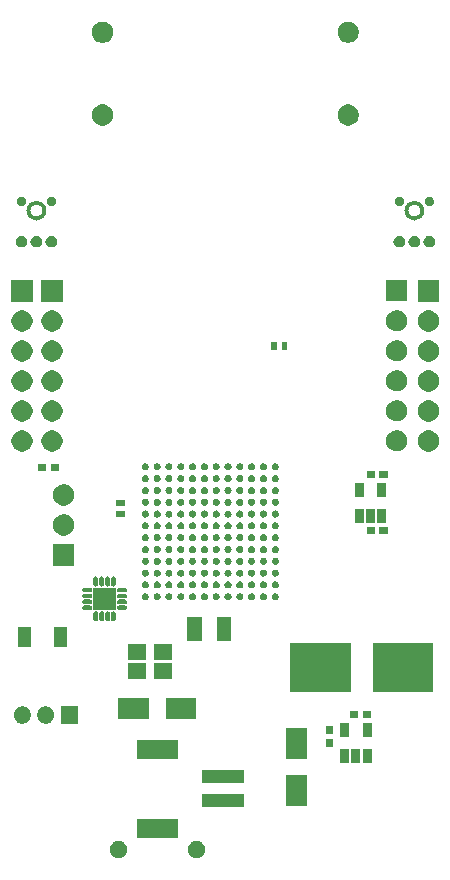
<source format=gbr>
G04 #@! TF.GenerationSoftware,KiCad,Pcbnew,(5.1.5)-3*
G04 #@! TF.CreationDate,2020-08-10T10:15:20+05:30*
G04 #@! TF.ProjectId,D_Tympan_DFMI_1.0,445f5479-6d70-4616-9e5f-44464d495f31,rev?*
G04 #@! TF.SameCoordinates,Original*
G04 #@! TF.FileFunction,Soldermask,Bot*
G04 #@! TF.FilePolarity,Negative*
%FSLAX46Y46*%
G04 Gerber Fmt 4.6, Leading zero omitted, Abs format (unit mm)*
G04 Created by KiCad (PCBNEW (5.1.5)-3) date 2020-08-10 10:15:20*
%MOMM*%
%LPD*%
G04 APERTURE LIST*
%ADD10C,0.300000*%
%ADD11C,0.100000*%
G04 APERTURE END LIST*
D10*
X118525250Y-64980000D02*
G75*
G03X118525250Y-64980000I-675250J0D01*
G01*
X150525250Y-64980000D02*
G75*
G03X150525250Y-64980000I-675250J0D01*
G01*
D11*
G36*
X131618767Y-118358822D02*
G01*
X131755258Y-118415359D01*
X131836967Y-118469955D01*
X131878099Y-118497438D01*
X131982562Y-118601901D01*
X131982563Y-118601903D01*
X132064641Y-118724742D01*
X132121178Y-118861233D01*
X132150000Y-119006131D01*
X132150000Y-119153869D01*
X132121178Y-119298767D01*
X132064641Y-119435258D01*
X132010045Y-119516967D01*
X131982562Y-119558099D01*
X131878099Y-119662562D01*
X131836967Y-119690045D01*
X131755258Y-119744641D01*
X131618767Y-119801178D01*
X131473869Y-119830000D01*
X131326131Y-119830000D01*
X131181233Y-119801178D01*
X131044742Y-119744641D01*
X130963033Y-119690045D01*
X130921901Y-119662562D01*
X130817438Y-119558099D01*
X130789955Y-119516967D01*
X130735359Y-119435258D01*
X130678822Y-119298767D01*
X130650000Y-119153869D01*
X130650000Y-119006131D01*
X130678822Y-118861233D01*
X130735359Y-118724742D01*
X130817437Y-118601903D01*
X130817438Y-118601901D01*
X130921901Y-118497438D01*
X130963033Y-118469955D01*
X131044742Y-118415359D01*
X131181233Y-118358822D01*
X131326131Y-118330000D01*
X131473869Y-118330000D01*
X131618767Y-118358822D01*
G37*
G36*
X125018767Y-118358822D02*
G01*
X125155258Y-118415359D01*
X125236967Y-118469955D01*
X125278099Y-118497438D01*
X125382562Y-118601901D01*
X125382563Y-118601903D01*
X125464641Y-118724742D01*
X125521178Y-118861233D01*
X125550000Y-119006131D01*
X125550000Y-119153869D01*
X125521178Y-119298767D01*
X125464641Y-119435258D01*
X125410045Y-119516967D01*
X125382562Y-119558099D01*
X125278099Y-119662562D01*
X125236967Y-119690045D01*
X125155258Y-119744641D01*
X125018767Y-119801178D01*
X124873869Y-119830000D01*
X124726131Y-119830000D01*
X124581233Y-119801178D01*
X124444742Y-119744641D01*
X124363033Y-119690045D01*
X124321901Y-119662562D01*
X124217438Y-119558099D01*
X124189955Y-119516967D01*
X124135359Y-119435258D01*
X124078822Y-119298767D01*
X124050000Y-119153869D01*
X124050000Y-119006131D01*
X124078822Y-118861233D01*
X124135359Y-118724742D01*
X124217437Y-118601903D01*
X124217438Y-118601901D01*
X124321901Y-118497438D01*
X124363033Y-118469955D01*
X124444742Y-118415359D01*
X124581233Y-118358822D01*
X124726131Y-118330000D01*
X124873869Y-118330000D01*
X125018767Y-118358822D01*
G37*
G36*
X129850000Y-118080000D02*
G01*
X126350000Y-118080000D01*
X126350000Y-116480000D01*
X129850000Y-116480000D01*
X129850000Y-118080000D01*
G37*
G36*
X135450000Y-115480000D02*
G01*
X131850000Y-115480000D01*
X131850000Y-114380000D01*
X135450000Y-114380000D01*
X135450000Y-115480000D01*
G37*
G36*
X140750000Y-115380000D02*
G01*
X138950000Y-115380000D01*
X138950000Y-112780000D01*
X140750000Y-112780000D01*
X140750000Y-115380000D01*
G37*
G36*
X135450000Y-113480000D02*
G01*
X131850000Y-113480000D01*
X131850000Y-112380000D01*
X135450000Y-112380000D01*
X135450000Y-113480000D01*
G37*
G36*
X146225000Y-111710000D02*
G01*
X145475000Y-111710000D01*
X145475000Y-110550000D01*
X146225000Y-110550000D01*
X146225000Y-111710000D01*
G37*
G36*
X145275000Y-111710000D02*
G01*
X144525000Y-111710000D01*
X144525000Y-110550000D01*
X145275000Y-110550000D01*
X145275000Y-111710000D01*
G37*
G36*
X144325000Y-111710000D02*
G01*
X143575000Y-111710000D01*
X143575000Y-110550000D01*
X144325000Y-110550000D01*
X144325000Y-111710000D01*
G37*
G36*
X129850000Y-111380000D02*
G01*
X126350000Y-111380000D01*
X126350000Y-109780000D01*
X129850000Y-109780000D01*
X129850000Y-111380000D01*
G37*
G36*
X140750000Y-111380000D02*
G01*
X138950000Y-111380000D01*
X138950000Y-108780000D01*
X140750000Y-108780000D01*
X140750000Y-111380000D01*
G37*
G36*
X143000000Y-110380000D02*
G01*
X142400000Y-110380000D01*
X142400000Y-109680000D01*
X143000000Y-109680000D01*
X143000000Y-110380000D01*
G37*
G36*
X144325000Y-109510000D02*
G01*
X143575000Y-109510000D01*
X143575000Y-108350000D01*
X144325000Y-108350000D01*
X144325000Y-109510000D01*
G37*
G36*
X146225000Y-109510000D02*
G01*
X145475000Y-109510000D01*
X145475000Y-108350000D01*
X146225000Y-108350000D01*
X146225000Y-109510000D01*
G37*
G36*
X143000000Y-109280000D02*
G01*
X142400000Y-109280000D01*
X142400000Y-108580000D01*
X143000000Y-108580000D01*
X143000000Y-109280000D01*
G37*
G36*
X116861475Y-106982861D02*
G01*
X116993416Y-107037513D01*
X117112161Y-107116856D01*
X117213144Y-107217839D01*
X117292487Y-107336584D01*
X117347139Y-107468525D01*
X117375000Y-107608594D01*
X117375000Y-107751406D01*
X117347139Y-107891475D01*
X117292487Y-108023416D01*
X117213144Y-108142161D01*
X117112161Y-108243144D01*
X116993416Y-108322487D01*
X116861475Y-108377139D01*
X116721406Y-108405000D01*
X116578594Y-108405000D01*
X116438525Y-108377139D01*
X116306584Y-108322487D01*
X116187839Y-108243144D01*
X116086856Y-108142161D01*
X116007513Y-108023416D01*
X115952861Y-107891475D01*
X115925000Y-107751406D01*
X115925000Y-107608594D01*
X115952861Y-107468525D01*
X116007513Y-107336584D01*
X116086856Y-107217839D01*
X116187839Y-107116856D01*
X116306584Y-107037513D01*
X116438525Y-106982861D01*
X116578594Y-106955000D01*
X116721406Y-106955000D01*
X116861475Y-106982861D01*
G37*
G36*
X118861475Y-106982861D02*
G01*
X118993416Y-107037513D01*
X119112161Y-107116856D01*
X119213144Y-107217839D01*
X119292487Y-107336584D01*
X119347139Y-107468525D01*
X119375000Y-107608594D01*
X119375000Y-107751406D01*
X119347139Y-107891475D01*
X119292487Y-108023416D01*
X119213144Y-108142161D01*
X119112161Y-108243144D01*
X118993416Y-108322487D01*
X118861475Y-108377139D01*
X118721406Y-108405000D01*
X118578594Y-108405000D01*
X118438525Y-108377139D01*
X118306584Y-108322487D01*
X118187839Y-108243144D01*
X118086856Y-108142161D01*
X118007513Y-108023416D01*
X117952861Y-107891475D01*
X117925000Y-107751406D01*
X117925000Y-107608594D01*
X117952861Y-107468525D01*
X118007513Y-107336584D01*
X118086856Y-107217839D01*
X118187839Y-107116856D01*
X118306584Y-107037513D01*
X118438525Y-106982861D01*
X118578594Y-106955000D01*
X118721406Y-106955000D01*
X118861475Y-106982861D01*
G37*
G36*
X121375000Y-108405000D02*
G01*
X119925000Y-108405000D01*
X119925000Y-106955000D01*
X121375000Y-106955000D01*
X121375000Y-108405000D01*
G37*
G36*
X131400000Y-108030000D02*
G01*
X128800000Y-108030000D01*
X128800000Y-106230000D01*
X131400000Y-106230000D01*
X131400000Y-108030000D01*
G37*
G36*
X127400000Y-108030000D02*
G01*
X124800000Y-108030000D01*
X124800000Y-106230000D01*
X127400000Y-106230000D01*
X127400000Y-108030000D01*
G37*
G36*
X145100000Y-107930000D02*
G01*
X144400000Y-107930000D01*
X144400000Y-107330000D01*
X145100000Y-107330000D01*
X145100000Y-107930000D01*
G37*
G36*
X146200000Y-107930000D02*
G01*
X145500000Y-107930000D01*
X145500000Y-107330000D01*
X146200000Y-107330000D01*
X146200000Y-107930000D01*
G37*
G36*
X144450000Y-105730000D02*
G01*
X139350000Y-105730000D01*
X139350000Y-101630000D01*
X144450000Y-101630000D01*
X144450000Y-105730000D01*
G37*
G36*
X151450000Y-105730000D02*
G01*
X146350000Y-105730000D01*
X146350000Y-101630000D01*
X151450000Y-101630000D01*
X151450000Y-105730000D01*
G37*
G36*
X129300000Y-104605000D02*
G01*
X127800000Y-104605000D01*
X127800000Y-103305000D01*
X129300000Y-103305000D01*
X129300000Y-104605000D01*
G37*
G36*
X127100000Y-104605000D02*
G01*
X125600000Y-104605000D01*
X125600000Y-103305000D01*
X127100000Y-103305000D01*
X127100000Y-104605000D01*
G37*
G36*
X129300000Y-103005000D02*
G01*
X127800000Y-103005000D01*
X127800000Y-101705000D01*
X129300000Y-101705000D01*
X129300000Y-103005000D01*
G37*
G36*
X127100000Y-103005000D02*
G01*
X125600000Y-103005000D01*
X125600000Y-101705000D01*
X127100000Y-101705000D01*
X127100000Y-103005000D01*
G37*
G36*
X117410000Y-101920000D02*
G01*
X116310000Y-101920000D01*
X116310000Y-100220000D01*
X117410000Y-100220000D01*
X117410000Y-101920000D01*
G37*
G36*
X120410000Y-101920000D02*
G01*
X119310000Y-101920000D01*
X119310000Y-100220000D01*
X120410000Y-100220000D01*
X120410000Y-101920000D01*
G37*
G36*
X134340000Y-101420000D02*
G01*
X133140000Y-101420000D01*
X133140000Y-99420000D01*
X134340000Y-99420000D01*
X134340000Y-101420000D01*
G37*
G36*
X131840000Y-101420000D02*
G01*
X130640000Y-101420000D01*
X130640000Y-99420000D01*
X131840000Y-99420000D01*
X131840000Y-101420000D01*
G37*
G36*
X122914209Y-98907895D02*
G01*
X122951908Y-98919331D01*
X122986652Y-98937900D01*
X123017106Y-98962894D01*
X123042100Y-98993348D01*
X123060669Y-99028092D01*
X123072105Y-99065791D01*
X123075000Y-99095178D01*
X123075000Y-99564822D01*
X123072105Y-99594209D01*
X123060669Y-99631908D01*
X123042100Y-99666652D01*
X123017106Y-99697106D01*
X122986651Y-99722099D01*
X122951907Y-99740669D01*
X122914208Y-99752105D01*
X122875000Y-99755967D01*
X122835791Y-99752105D01*
X122798092Y-99740669D01*
X122763348Y-99722100D01*
X122732894Y-99697106D01*
X122707901Y-99666651D01*
X122689331Y-99631907D01*
X122677895Y-99594208D01*
X122675000Y-99564821D01*
X122675001Y-99095178D01*
X122677896Y-99065791D01*
X122689332Y-99028092D01*
X122707901Y-98993348D01*
X122732895Y-98962894D01*
X122763349Y-98937900D01*
X122798093Y-98919331D01*
X122835792Y-98907895D01*
X122875000Y-98904033D01*
X122914209Y-98907895D01*
G37*
G36*
X123914209Y-98907895D02*
G01*
X123951908Y-98919331D01*
X123986652Y-98937900D01*
X124017106Y-98962894D01*
X124042100Y-98993348D01*
X124060669Y-99028092D01*
X124072105Y-99065791D01*
X124075000Y-99095178D01*
X124075000Y-99564822D01*
X124072105Y-99594209D01*
X124060669Y-99631908D01*
X124042100Y-99666652D01*
X124017106Y-99697106D01*
X123986651Y-99722099D01*
X123951907Y-99740669D01*
X123914208Y-99752105D01*
X123875000Y-99755967D01*
X123835791Y-99752105D01*
X123798092Y-99740669D01*
X123763348Y-99722100D01*
X123732894Y-99697106D01*
X123707901Y-99666651D01*
X123689331Y-99631907D01*
X123677895Y-99594208D01*
X123675000Y-99564821D01*
X123675001Y-99095178D01*
X123677896Y-99065791D01*
X123689332Y-99028092D01*
X123707901Y-98993348D01*
X123732895Y-98962894D01*
X123763349Y-98937900D01*
X123798093Y-98919331D01*
X123835792Y-98907895D01*
X123875000Y-98904033D01*
X123914209Y-98907895D01*
G37*
G36*
X124414209Y-98907895D02*
G01*
X124451908Y-98919331D01*
X124486652Y-98937900D01*
X124517106Y-98962894D01*
X124542100Y-98993348D01*
X124560669Y-99028092D01*
X124572105Y-99065791D01*
X124575000Y-99095178D01*
X124575000Y-99564822D01*
X124572105Y-99594209D01*
X124560669Y-99631908D01*
X124542100Y-99666652D01*
X124517106Y-99697106D01*
X124486651Y-99722099D01*
X124451907Y-99740669D01*
X124414208Y-99752105D01*
X124375000Y-99755967D01*
X124335791Y-99752105D01*
X124298092Y-99740669D01*
X124263348Y-99722100D01*
X124232894Y-99697106D01*
X124207901Y-99666651D01*
X124189331Y-99631907D01*
X124177895Y-99594208D01*
X124175000Y-99564821D01*
X124175001Y-99095178D01*
X124177896Y-99065791D01*
X124189332Y-99028092D01*
X124207901Y-98993348D01*
X124232895Y-98962894D01*
X124263349Y-98937900D01*
X124298093Y-98919331D01*
X124335792Y-98907895D01*
X124375000Y-98904033D01*
X124414209Y-98907895D01*
G37*
G36*
X123414209Y-98907895D02*
G01*
X123451908Y-98919331D01*
X123486652Y-98937900D01*
X123517106Y-98962894D01*
X123542100Y-98993348D01*
X123560669Y-99028092D01*
X123572105Y-99065791D01*
X123575000Y-99095178D01*
X123575000Y-99564822D01*
X123572105Y-99594209D01*
X123560669Y-99631908D01*
X123542100Y-99666652D01*
X123517106Y-99697106D01*
X123486651Y-99722099D01*
X123451907Y-99740669D01*
X123414208Y-99752105D01*
X123375000Y-99755967D01*
X123335791Y-99752105D01*
X123298092Y-99740669D01*
X123263348Y-99722100D01*
X123232894Y-99697106D01*
X123207901Y-99666651D01*
X123189331Y-99631907D01*
X123177895Y-99594208D01*
X123175000Y-99564821D01*
X123175001Y-99095178D01*
X123177896Y-99065791D01*
X123189332Y-99028092D01*
X123207901Y-98993348D01*
X123232895Y-98962894D01*
X123263349Y-98937900D01*
X123298093Y-98919331D01*
X123335792Y-98907895D01*
X123375000Y-98904033D01*
X123414209Y-98907895D01*
G37*
G36*
X122414209Y-98407895D02*
G01*
X122451908Y-98419331D01*
X122486652Y-98437900D01*
X122517106Y-98462894D01*
X122542100Y-98493348D01*
X122560669Y-98528092D01*
X122572105Y-98565791D01*
X122575967Y-98605000D01*
X122572105Y-98644209D01*
X122560669Y-98681908D01*
X122542100Y-98716652D01*
X122517106Y-98747106D01*
X122486652Y-98772100D01*
X122451908Y-98790669D01*
X122414209Y-98802105D01*
X122384822Y-98805000D01*
X121915178Y-98805000D01*
X121885791Y-98802105D01*
X121848092Y-98790669D01*
X121813348Y-98772100D01*
X121782894Y-98747106D01*
X121757900Y-98716652D01*
X121739331Y-98681908D01*
X121727895Y-98644209D01*
X121724033Y-98605000D01*
X121727895Y-98565791D01*
X121739331Y-98528092D01*
X121757900Y-98493348D01*
X121782894Y-98462894D01*
X121813348Y-98437900D01*
X121848092Y-98419331D01*
X121885791Y-98407895D01*
X121915178Y-98405000D01*
X122384822Y-98405000D01*
X122414209Y-98407895D01*
G37*
G36*
X124575000Y-98805000D02*
G01*
X122675000Y-98805000D01*
X122675000Y-96905000D01*
X124575000Y-96905000D01*
X124575000Y-98805000D01*
G37*
G36*
X125364209Y-98407895D02*
G01*
X125401908Y-98419331D01*
X125436652Y-98437900D01*
X125467106Y-98462894D01*
X125492100Y-98493348D01*
X125510669Y-98528092D01*
X125522105Y-98565791D01*
X125525967Y-98605000D01*
X125522105Y-98644209D01*
X125510669Y-98681908D01*
X125492100Y-98716652D01*
X125467106Y-98747106D01*
X125436652Y-98772100D01*
X125401908Y-98790669D01*
X125364209Y-98802105D01*
X125334822Y-98805000D01*
X124865178Y-98805000D01*
X124835791Y-98802105D01*
X124798092Y-98790669D01*
X124763348Y-98772100D01*
X124732894Y-98747106D01*
X124707900Y-98716652D01*
X124689331Y-98681908D01*
X124677895Y-98644209D01*
X124674033Y-98605000D01*
X124677895Y-98565791D01*
X124689331Y-98528092D01*
X124707900Y-98493348D01*
X124732894Y-98462894D01*
X124763348Y-98437900D01*
X124798092Y-98419331D01*
X124835791Y-98407895D01*
X124865178Y-98405000D01*
X125334822Y-98405000D01*
X125364209Y-98407895D01*
G37*
G36*
X125364209Y-97907895D02*
G01*
X125401908Y-97919331D01*
X125436652Y-97937900D01*
X125467106Y-97962894D01*
X125492100Y-97993348D01*
X125510669Y-98028092D01*
X125522105Y-98065791D01*
X125525967Y-98105000D01*
X125522105Y-98144209D01*
X125510669Y-98181908D01*
X125492100Y-98216652D01*
X125467106Y-98247106D01*
X125436652Y-98272100D01*
X125401908Y-98290669D01*
X125364209Y-98302105D01*
X125334822Y-98305000D01*
X124865178Y-98305000D01*
X124835791Y-98302105D01*
X124798092Y-98290669D01*
X124763348Y-98272100D01*
X124732894Y-98247106D01*
X124707900Y-98216652D01*
X124689331Y-98181908D01*
X124677895Y-98144209D01*
X124674033Y-98105000D01*
X124677895Y-98065791D01*
X124689331Y-98028092D01*
X124707900Y-97993348D01*
X124732894Y-97962894D01*
X124763348Y-97937900D01*
X124798092Y-97919331D01*
X124835791Y-97907895D01*
X124865178Y-97905000D01*
X125334822Y-97905000D01*
X125364209Y-97907895D01*
G37*
G36*
X122414209Y-97907895D02*
G01*
X122451908Y-97919331D01*
X122486652Y-97937900D01*
X122517106Y-97962894D01*
X122542100Y-97993348D01*
X122560669Y-98028092D01*
X122572105Y-98065791D01*
X122575967Y-98105000D01*
X122572105Y-98144209D01*
X122560669Y-98181908D01*
X122542100Y-98216652D01*
X122517106Y-98247106D01*
X122486652Y-98272100D01*
X122451908Y-98290669D01*
X122414209Y-98302105D01*
X122384822Y-98305000D01*
X121915178Y-98305000D01*
X121885791Y-98302105D01*
X121848092Y-98290669D01*
X121813348Y-98272100D01*
X121782894Y-98247106D01*
X121757900Y-98216652D01*
X121739331Y-98181908D01*
X121727895Y-98144209D01*
X121724033Y-98105000D01*
X121727895Y-98065791D01*
X121739331Y-98028092D01*
X121757900Y-97993348D01*
X121782894Y-97962894D01*
X121813348Y-97937900D01*
X121848092Y-97919331D01*
X121885791Y-97907895D01*
X121915178Y-97905000D01*
X122384822Y-97905000D01*
X122414209Y-97907895D01*
G37*
G36*
X132112951Y-97366947D02*
G01*
X132163724Y-97377046D01*
X132218353Y-97399675D01*
X132267522Y-97432528D01*
X132309332Y-97474338D01*
X132342185Y-97523507D01*
X132364814Y-97578136D01*
X132376350Y-97636135D01*
X132376350Y-97695265D01*
X132364814Y-97753264D01*
X132342185Y-97807893D01*
X132309332Y-97857062D01*
X132267522Y-97898872D01*
X132218353Y-97931725D01*
X132163724Y-97954354D01*
X132112951Y-97964453D01*
X132105726Y-97965890D01*
X132046594Y-97965890D01*
X132039369Y-97964453D01*
X131988596Y-97954354D01*
X131933967Y-97931725D01*
X131884798Y-97898872D01*
X131842988Y-97857062D01*
X131810135Y-97807893D01*
X131787506Y-97753264D01*
X131775970Y-97695265D01*
X131775970Y-97636135D01*
X131787506Y-97578136D01*
X131810135Y-97523507D01*
X131842988Y-97474338D01*
X131884798Y-97432528D01*
X131933967Y-97399675D01*
X131988596Y-97377046D01*
X132039369Y-97366947D01*
X132046594Y-97365510D01*
X132105726Y-97365510D01*
X132112951Y-97366947D01*
G37*
G36*
X127111691Y-97366947D02*
G01*
X127162464Y-97377046D01*
X127217093Y-97399675D01*
X127266262Y-97432528D01*
X127308072Y-97474338D01*
X127340925Y-97523507D01*
X127363554Y-97578136D01*
X127375090Y-97636135D01*
X127375090Y-97695265D01*
X127363554Y-97753264D01*
X127340925Y-97807893D01*
X127308072Y-97857062D01*
X127266262Y-97898872D01*
X127217093Y-97931725D01*
X127162464Y-97954354D01*
X127111691Y-97964453D01*
X127104466Y-97965890D01*
X127045334Y-97965890D01*
X127038109Y-97964453D01*
X126987336Y-97954354D01*
X126932707Y-97931725D01*
X126883538Y-97898872D01*
X126841728Y-97857062D01*
X126808875Y-97807893D01*
X126786246Y-97753264D01*
X126774710Y-97695265D01*
X126774710Y-97636135D01*
X126786246Y-97578136D01*
X126808875Y-97523507D01*
X126841728Y-97474338D01*
X126883538Y-97432528D01*
X126932707Y-97399675D01*
X126987336Y-97377046D01*
X127038109Y-97366947D01*
X127045334Y-97365510D01*
X127104466Y-97365510D01*
X127111691Y-97366947D01*
G37*
G36*
X128112451Y-97366947D02*
G01*
X128163224Y-97377046D01*
X128217853Y-97399675D01*
X128267022Y-97432528D01*
X128308832Y-97474338D01*
X128341685Y-97523507D01*
X128364314Y-97578136D01*
X128375850Y-97636135D01*
X128375850Y-97695265D01*
X128364314Y-97753264D01*
X128341685Y-97807893D01*
X128308832Y-97857062D01*
X128267022Y-97898872D01*
X128217853Y-97931725D01*
X128163224Y-97954354D01*
X128112451Y-97964453D01*
X128105226Y-97965890D01*
X128046094Y-97965890D01*
X128038869Y-97964453D01*
X127988096Y-97954354D01*
X127933467Y-97931725D01*
X127884298Y-97898872D01*
X127842488Y-97857062D01*
X127809635Y-97807893D01*
X127787006Y-97753264D01*
X127775470Y-97695265D01*
X127775470Y-97636135D01*
X127787006Y-97578136D01*
X127809635Y-97523507D01*
X127842488Y-97474338D01*
X127884298Y-97432528D01*
X127933467Y-97399675D01*
X127988096Y-97377046D01*
X128038869Y-97366947D01*
X128046094Y-97365510D01*
X128105226Y-97365510D01*
X128112451Y-97366947D01*
G37*
G36*
X130111431Y-97366947D02*
G01*
X130162204Y-97377046D01*
X130216833Y-97399675D01*
X130266002Y-97432528D01*
X130307812Y-97474338D01*
X130340665Y-97523507D01*
X130363294Y-97578136D01*
X130374830Y-97636135D01*
X130374830Y-97695265D01*
X130363294Y-97753264D01*
X130340665Y-97807893D01*
X130307812Y-97857062D01*
X130266002Y-97898872D01*
X130216833Y-97931725D01*
X130162204Y-97954354D01*
X130111431Y-97964453D01*
X130104206Y-97965890D01*
X130045074Y-97965890D01*
X130037849Y-97964453D01*
X129987076Y-97954354D01*
X129932447Y-97931725D01*
X129883278Y-97898872D01*
X129841468Y-97857062D01*
X129808615Y-97807893D01*
X129785986Y-97753264D01*
X129774450Y-97695265D01*
X129774450Y-97636135D01*
X129785986Y-97578136D01*
X129808615Y-97523507D01*
X129841468Y-97474338D01*
X129883278Y-97432528D01*
X129932447Y-97399675D01*
X129987076Y-97377046D01*
X130037849Y-97366947D01*
X130045074Y-97365510D01*
X130104206Y-97365510D01*
X130111431Y-97366947D01*
G37*
G36*
X131112191Y-97366947D02*
G01*
X131162964Y-97377046D01*
X131217593Y-97399675D01*
X131266762Y-97432528D01*
X131308572Y-97474338D01*
X131341425Y-97523507D01*
X131364054Y-97578136D01*
X131375590Y-97636135D01*
X131375590Y-97695265D01*
X131364054Y-97753264D01*
X131341425Y-97807893D01*
X131308572Y-97857062D01*
X131266762Y-97898872D01*
X131217593Y-97931725D01*
X131162964Y-97954354D01*
X131112191Y-97964453D01*
X131104966Y-97965890D01*
X131045834Y-97965890D01*
X131038609Y-97964453D01*
X130987836Y-97954354D01*
X130933207Y-97931725D01*
X130884038Y-97898872D01*
X130842228Y-97857062D01*
X130809375Y-97807893D01*
X130786746Y-97753264D01*
X130775210Y-97695265D01*
X130775210Y-97636135D01*
X130786746Y-97578136D01*
X130809375Y-97523507D01*
X130842228Y-97474338D01*
X130884038Y-97432528D01*
X130933207Y-97399675D01*
X130987836Y-97377046D01*
X131038609Y-97366947D01*
X131045834Y-97365510D01*
X131104966Y-97365510D01*
X131112191Y-97366947D01*
G37*
G36*
X133111171Y-97366947D02*
G01*
X133161944Y-97377046D01*
X133216573Y-97399675D01*
X133265742Y-97432528D01*
X133307552Y-97474338D01*
X133340405Y-97523507D01*
X133363034Y-97578136D01*
X133374570Y-97636135D01*
X133374570Y-97695265D01*
X133363034Y-97753264D01*
X133340405Y-97807893D01*
X133307552Y-97857062D01*
X133265742Y-97898872D01*
X133216573Y-97931725D01*
X133161944Y-97954354D01*
X133111171Y-97964453D01*
X133103946Y-97965890D01*
X133044814Y-97965890D01*
X133037589Y-97964453D01*
X132986816Y-97954354D01*
X132932187Y-97931725D01*
X132883018Y-97898872D01*
X132841208Y-97857062D01*
X132808355Y-97807893D01*
X132785726Y-97753264D01*
X132774190Y-97695265D01*
X132774190Y-97636135D01*
X132785726Y-97578136D01*
X132808355Y-97523507D01*
X132841208Y-97474338D01*
X132883018Y-97432528D01*
X132932187Y-97399675D01*
X132986816Y-97377046D01*
X133037589Y-97366947D01*
X133044814Y-97365510D01*
X133103946Y-97365510D01*
X133111171Y-97366947D01*
G37*
G36*
X134111931Y-97366947D02*
G01*
X134162704Y-97377046D01*
X134217333Y-97399675D01*
X134266502Y-97432528D01*
X134308312Y-97474338D01*
X134341165Y-97523507D01*
X134363794Y-97578136D01*
X134375330Y-97636135D01*
X134375330Y-97695265D01*
X134363794Y-97753264D01*
X134341165Y-97807893D01*
X134308312Y-97857062D01*
X134266502Y-97898872D01*
X134217333Y-97931725D01*
X134162704Y-97954354D01*
X134111931Y-97964453D01*
X134104706Y-97965890D01*
X134045574Y-97965890D01*
X134038349Y-97964453D01*
X133987576Y-97954354D01*
X133932947Y-97931725D01*
X133883778Y-97898872D01*
X133841968Y-97857062D01*
X133809115Y-97807893D01*
X133786486Y-97753264D01*
X133774950Y-97695265D01*
X133774950Y-97636135D01*
X133786486Y-97578136D01*
X133809115Y-97523507D01*
X133841968Y-97474338D01*
X133883778Y-97432528D01*
X133932947Y-97399675D01*
X133987576Y-97377046D01*
X134038349Y-97366947D01*
X134045574Y-97365510D01*
X134104706Y-97365510D01*
X134111931Y-97366947D01*
G37*
G36*
X135112691Y-97366947D02*
G01*
X135163464Y-97377046D01*
X135218093Y-97399675D01*
X135267262Y-97432528D01*
X135309072Y-97474338D01*
X135341925Y-97523507D01*
X135364554Y-97578136D01*
X135376090Y-97636135D01*
X135376090Y-97695265D01*
X135364554Y-97753264D01*
X135341925Y-97807893D01*
X135309072Y-97857062D01*
X135267262Y-97898872D01*
X135218093Y-97931725D01*
X135163464Y-97954354D01*
X135112691Y-97964453D01*
X135105466Y-97965890D01*
X135046334Y-97965890D01*
X135039109Y-97964453D01*
X134988336Y-97954354D01*
X134933707Y-97931725D01*
X134884538Y-97898872D01*
X134842728Y-97857062D01*
X134809875Y-97807893D01*
X134787246Y-97753264D01*
X134775710Y-97695265D01*
X134775710Y-97636135D01*
X134787246Y-97578136D01*
X134809875Y-97523507D01*
X134842728Y-97474338D01*
X134884538Y-97432528D01*
X134933707Y-97399675D01*
X134988336Y-97377046D01*
X135039109Y-97366947D01*
X135046334Y-97365510D01*
X135105466Y-97365510D01*
X135112691Y-97366947D01*
G37*
G36*
X136110911Y-97366947D02*
G01*
X136161684Y-97377046D01*
X136216313Y-97399675D01*
X136265482Y-97432528D01*
X136307292Y-97474338D01*
X136340145Y-97523507D01*
X136362774Y-97578136D01*
X136374310Y-97636135D01*
X136374310Y-97695265D01*
X136362774Y-97753264D01*
X136340145Y-97807893D01*
X136307292Y-97857062D01*
X136265482Y-97898872D01*
X136216313Y-97931725D01*
X136161684Y-97954354D01*
X136110911Y-97964453D01*
X136103686Y-97965890D01*
X136044554Y-97965890D01*
X136037329Y-97964453D01*
X135986556Y-97954354D01*
X135931927Y-97931725D01*
X135882758Y-97898872D01*
X135840948Y-97857062D01*
X135808095Y-97807893D01*
X135785466Y-97753264D01*
X135773930Y-97695265D01*
X135773930Y-97636135D01*
X135785466Y-97578136D01*
X135808095Y-97523507D01*
X135840948Y-97474338D01*
X135882758Y-97432528D01*
X135931927Y-97399675D01*
X135986556Y-97377046D01*
X136037329Y-97366947D01*
X136044554Y-97365510D01*
X136103686Y-97365510D01*
X136110911Y-97366947D01*
G37*
G36*
X137111671Y-97366947D02*
G01*
X137162444Y-97377046D01*
X137217073Y-97399675D01*
X137266242Y-97432528D01*
X137308052Y-97474338D01*
X137340905Y-97523507D01*
X137363534Y-97578136D01*
X137375070Y-97636135D01*
X137375070Y-97695265D01*
X137363534Y-97753264D01*
X137340905Y-97807893D01*
X137308052Y-97857062D01*
X137266242Y-97898872D01*
X137217073Y-97931725D01*
X137162444Y-97954354D01*
X137111671Y-97964453D01*
X137104446Y-97965890D01*
X137045314Y-97965890D01*
X137038089Y-97964453D01*
X136987316Y-97954354D01*
X136932687Y-97931725D01*
X136883518Y-97898872D01*
X136841708Y-97857062D01*
X136808855Y-97807893D01*
X136786226Y-97753264D01*
X136774690Y-97695265D01*
X136774690Y-97636135D01*
X136786226Y-97578136D01*
X136808855Y-97523507D01*
X136841708Y-97474338D01*
X136883518Y-97432528D01*
X136932687Y-97399675D01*
X136987316Y-97377046D01*
X137038089Y-97366947D01*
X137045314Y-97365510D01*
X137104446Y-97365510D01*
X137111671Y-97366947D01*
G37*
G36*
X138112431Y-97366947D02*
G01*
X138163204Y-97377046D01*
X138217833Y-97399675D01*
X138267002Y-97432528D01*
X138308812Y-97474338D01*
X138341665Y-97523507D01*
X138364294Y-97578136D01*
X138375830Y-97636135D01*
X138375830Y-97695265D01*
X138364294Y-97753264D01*
X138341665Y-97807893D01*
X138308812Y-97857062D01*
X138267002Y-97898872D01*
X138217833Y-97931725D01*
X138163204Y-97954354D01*
X138112431Y-97964453D01*
X138105206Y-97965890D01*
X138046074Y-97965890D01*
X138038849Y-97964453D01*
X137988076Y-97954354D01*
X137933447Y-97931725D01*
X137884278Y-97898872D01*
X137842468Y-97857062D01*
X137809615Y-97807893D01*
X137786986Y-97753264D01*
X137775450Y-97695265D01*
X137775450Y-97636135D01*
X137786986Y-97578136D01*
X137809615Y-97523507D01*
X137842468Y-97474338D01*
X137884278Y-97432528D01*
X137933447Y-97399675D01*
X137988076Y-97377046D01*
X138038849Y-97366947D01*
X138046074Y-97365510D01*
X138105206Y-97365510D01*
X138112431Y-97366947D01*
G37*
G36*
X129110671Y-97366947D02*
G01*
X129161444Y-97377046D01*
X129216073Y-97399675D01*
X129265242Y-97432528D01*
X129307052Y-97474338D01*
X129339905Y-97523507D01*
X129362534Y-97578136D01*
X129374070Y-97636135D01*
X129374070Y-97695265D01*
X129362534Y-97753264D01*
X129339905Y-97807893D01*
X129307052Y-97857062D01*
X129265242Y-97898872D01*
X129216073Y-97931725D01*
X129161444Y-97954354D01*
X129110671Y-97964453D01*
X129103446Y-97965890D01*
X129044314Y-97965890D01*
X129037089Y-97964453D01*
X128986316Y-97954354D01*
X128931687Y-97931725D01*
X128882518Y-97898872D01*
X128840708Y-97857062D01*
X128807855Y-97807893D01*
X128785226Y-97753264D01*
X128773690Y-97695265D01*
X128773690Y-97636135D01*
X128785226Y-97578136D01*
X128807855Y-97523507D01*
X128840708Y-97474338D01*
X128882518Y-97432528D01*
X128931687Y-97399675D01*
X128986316Y-97377046D01*
X129037089Y-97366947D01*
X129044314Y-97365510D01*
X129103446Y-97365510D01*
X129110671Y-97366947D01*
G37*
G36*
X122414209Y-97407895D02*
G01*
X122451908Y-97419331D01*
X122486652Y-97437900D01*
X122517106Y-97462894D01*
X122542100Y-97493348D01*
X122560669Y-97528092D01*
X122572105Y-97565791D01*
X122575967Y-97605000D01*
X122572105Y-97644209D01*
X122560669Y-97681908D01*
X122542100Y-97716652D01*
X122517106Y-97747106D01*
X122486652Y-97772100D01*
X122451908Y-97790669D01*
X122414209Y-97802105D01*
X122384822Y-97805000D01*
X121915178Y-97805000D01*
X121885791Y-97802105D01*
X121848092Y-97790669D01*
X121813348Y-97772100D01*
X121782894Y-97747106D01*
X121757900Y-97716652D01*
X121739331Y-97681908D01*
X121727895Y-97644209D01*
X121724033Y-97605000D01*
X121727895Y-97565791D01*
X121739331Y-97528092D01*
X121757900Y-97493348D01*
X121782894Y-97462894D01*
X121813348Y-97437900D01*
X121848092Y-97419331D01*
X121885791Y-97407895D01*
X121915178Y-97405000D01*
X122384822Y-97405000D01*
X122414209Y-97407895D01*
G37*
G36*
X125364209Y-97407895D02*
G01*
X125401908Y-97419331D01*
X125436652Y-97437900D01*
X125467106Y-97462894D01*
X125492100Y-97493348D01*
X125510669Y-97528092D01*
X125522105Y-97565791D01*
X125525967Y-97605000D01*
X125522105Y-97644209D01*
X125510669Y-97681908D01*
X125492100Y-97716652D01*
X125467106Y-97747106D01*
X125436652Y-97772100D01*
X125401908Y-97790669D01*
X125364209Y-97802105D01*
X125334822Y-97805000D01*
X124865178Y-97805000D01*
X124835791Y-97802105D01*
X124798092Y-97790669D01*
X124763348Y-97772100D01*
X124732894Y-97747106D01*
X124707900Y-97716652D01*
X124689331Y-97681908D01*
X124677895Y-97644209D01*
X124674033Y-97605000D01*
X124677895Y-97565791D01*
X124689331Y-97528092D01*
X124707900Y-97493348D01*
X124732894Y-97462894D01*
X124763348Y-97437900D01*
X124798092Y-97419331D01*
X124835791Y-97407895D01*
X124865178Y-97405000D01*
X125334822Y-97405000D01*
X125364209Y-97407895D01*
G37*
G36*
X122414209Y-96907895D02*
G01*
X122451908Y-96919331D01*
X122486652Y-96937900D01*
X122517106Y-96962894D01*
X122542100Y-96993348D01*
X122560669Y-97028092D01*
X122572105Y-97065791D01*
X122575967Y-97105000D01*
X122572105Y-97144209D01*
X122560669Y-97181908D01*
X122542100Y-97216652D01*
X122517106Y-97247106D01*
X122486652Y-97272100D01*
X122451908Y-97290669D01*
X122414209Y-97302105D01*
X122384822Y-97305000D01*
X121915178Y-97305000D01*
X121885791Y-97302105D01*
X121848092Y-97290669D01*
X121813348Y-97272100D01*
X121782894Y-97247106D01*
X121757900Y-97216652D01*
X121739331Y-97181908D01*
X121727895Y-97144209D01*
X121724033Y-97105000D01*
X121727895Y-97065791D01*
X121739331Y-97028092D01*
X121757900Y-96993348D01*
X121782894Y-96962894D01*
X121813348Y-96937900D01*
X121848092Y-96919331D01*
X121885791Y-96907895D01*
X121915178Y-96905000D01*
X122384822Y-96905000D01*
X122414209Y-96907895D01*
G37*
G36*
X125364209Y-96907895D02*
G01*
X125401908Y-96919331D01*
X125436652Y-96937900D01*
X125467106Y-96962894D01*
X125492100Y-96993348D01*
X125510669Y-97028092D01*
X125522105Y-97065791D01*
X125525967Y-97105000D01*
X125522105Y-97144209D01*
X125510669Y-97181908D01*
X125492100Y-97216652D01*
X125467106Y-97247106D01*
X125436652Y-97272100D01*
X125401908Y-97290669D01*
X125364209Y-97302105D01*
X125334822Y-97305000D01*
X124865178Y-97305000D01*
X124835791Y-97302105D01*
X124798092Y-97290669D01*
X124763348Y-97272100D01*
X124732894Y-97247106D01*
X124707900Y-97216652D01*
X124689331Y-97181908D01*
X124677895Y-97144209D01*
X124674033Y-97105000D01*
X124677895Y-97065791D01*
X124689331Y-97028092D01*
X124707900Y-96993348D01*
X124732894Y-96962894D01*
X124763348Y-96937900D01*
X124798092Y-96919331D01*
X124835791Y-96907895D01*
X124865178Y-96905000D01*
X125334822Y-96905000D01*
X125364209Y-96907895D01*
G37*
G36*
X129110671Y-96366187D02*
G01*
X129161444Y-96376286D01*
X129216073Y-96398915D01*
X129265242Y-96431768D01*
X129307052Y-96473578D01*
X129339905Y-96522747D01*
X129362534Y-96577376D01*
X129374070Y-96635375D01*
X129374070Y-96694505D01*
X129362534Y-96752504D01*
X129339905Y-96807133D01*
X129307052Y-96856302D01*
X129265242Y-96898112D01*
X129216073Y-96930965D01*
X129161444Y-96953594D01*
X129110671Y-96963693D01*
X129103446Y-96965130D01*
X129044314Y-96965130D01*
X129037089Y-96963693D01*
X128986316Y-96953594D01*
X128931687Y-96930965D01*
X128882518Y-96898112D01*
X128840708Y-96856302D01*
X128807855Y-96807133D01*
X128785226Y-96752504D01*
X128773690Y-96694505D01*
X128773690Y-96635375D01*
X128785226Y-96577376D01*
X128807855Y-96522747D01*
X128840708Y-96473578D01*
X128882518Y-96431768D01*
X128931687Y-96398915D01*
X128986316Y-96376286D01*
X129037089Y-96366187D01*
X129044314Y-96364750D01*
X129103446Y-96364750D01*
X129110671Y-96366187D01*
G37*
G36*
X130111431Y-96366187D02*
G01*
X130162204Y-96376286D01*
X130216833Y-96398915D01*
X130266002Y-96431768D01*
X130307812Y-96473578D01*
X130340665Y-96522747D01*
X130363294Y-96577376D01*
X130374830Y-96635375D01*
X130374830Y-96694505D01*
X130363294Y-96752504D01*
X130340665Y-96807133D01*
X130307812Y-96856302D01*
X130266002Y-96898112D01*
X130216833Y-96930965D01*
X130162204Y-96953594D01*
X130111431Y-96963693D01*
X130104206Y-96965130D01*
X130045074Y-96965130D01*
X130037849Y-96963693D01*
X129987076Y-96953594D01*
X129932447Y-96930965D01*
X129883278Y-96898112D01*
X129841468Y-96856302D01*
X129808615Y-96807133D01*
X129785986Y-96752504D01*
X129774450Y-96694505D01*
X129774450Y-96635375D01*
X129785986Y-96577376D01*
X129808615Y-96522747D01*
X129841468Y-96473578D01*
X129883278Y-96431768D01*
X129932447Y-96398915D01*
X129987076Y-96376286D01*
X130037849Y-96366187D01*
X130045074Y-96364750D01*
X130104206Y-96364750D01*
X130111431Y-96366187D01*
G37*
G36*
X131112191Y-96366187D02*
G01*
X131162964Y-96376286D01*
X131217593Y-96398915D01*
X131266762Y-96431768D01*
X131308572Y-96473578D01*
X131341425Y-96522747D01*
X131364054Y-96577376D01*
X131375590Y-96635375D01*
X131375590Y-96694505D01*
X131364054Y-96752504D01*
X131341425Y-96807133D01*
X131308572Y-96856302D01*
X131266762Y-96898112D01*
X131217593Y-96930965D01*
X131162964Y-96953594D01*
X131112191Y-96963693D01*
X131104966Y-96965130D01*
X131045834Y-96965130D01*
X131038609Y-96963693D01*
X130987836Y-96953594D01*
X130933207Y-96930965D01*
X130884038Y-96898112D01*
X130842228Y-96856302D01*
X130809375Y-96807133D01*
X130786746Y-96752504D01*
X130775210Y-96694505D01*
X130775210Y-96635375D01*
X130786746Y-96577376D01*
X130809375Y-96522747D01*
X130842228Y-96473578D01*
X130884038Y-96431768D01*
X130933207Y-96398915D01*
X130987836Y-96376286D01*
X131038609Y-96366187D01*
X131045834Y-96364750D01*
X131104966Y-96364750D01*
X131112191Y-96366187D01*
G37*
G36*
X132112951Y-96366187D02*
G01*
X132163724Y-96376286D01*
X132218353Y-96398915D01*
X132267522Y-96431768D01*
X132309332Y-96473578D01*
X132342185Y-96522747D01*
X132364814Y-96577376D01*
X132376350Y-96635375D01*
X132376350Y-96694505D01*
X132364814Y-96752504D01*
X132342185Y-96807133D01*
X132309332Y-96856302D01*
X132267522Y-96898112D01*
X132218353Y-96930965D01*
X132163724Y-96953594D01*
X132112951Y-96963693D01*
X132105726Y-96965130D01*
X132046594Y-96965130D01*
X132039369Y-96963693D01*
X131988596Y-96953594D01*
X131933967Y-96930965D01*
X131884798Y-96898112D01*
X131842988Y-96856302D01*
X131810135Y-96807133D01*
X131787506Y-96752504D01*
X131775970Y-96694505D01*
X131775970Y-96635375D01*
X131787506Y-96577376D01*
X131810135Y-96522747D01*
X131842988Y-96473578D01*
X131884798Y-96431768D01*
X131933967Y-96398915D01*
X131988596Y-96376286D01*
X132039369Y-96366187D01*
X132046594Y-96364750D01*
X132105726Y-96364750D01*
X132112951Y-96366187D01*
G37*
G36*
X133111171Y-96366187D02*
G01*
X133161944Y-96376286D01*
X133216573Y-96398915D01*
X133265742Y-96431768D01*
X133307552Y-96473578D01*
X133340405Y-96522747D01*
X133363034Y-96577376D01*
X133374570Y-96635375D01*
X133374570Y-96694505D01*
X133363034Y-96752504D01*
X133340405Y-96807133D01*
X133307552Y-96856302D01*
X133265742Y-96898112D01*
X133216573Y-96930965D01*
X133161944Y-96953594D01*
X133111171Y-96963693D01*
X133103946Y-96965130D01*
X133044814Y-96965130D01*
X133037589Y-96963693D01*
X132986816Y-96953594D01*
X132932187Y-96930965D01*
X132883018Y-96898112D01*
X132841208Y-96856302D01*
X132808355Y-96807133D01*
X132785726Y-96752504D01*
X132774190Y-96694505D01*
X132774190Y-96635375D01*
X132785726Y-96577376D01*
X132808355Y-96522747D01*
X132841208Y-96473578D01*
X132883018Y-96431768D01*
X132932187Y-96398915D01*
X132986816Y-96376286D01*
X133037589Y-96366187D01*
X133044814Y-96364750D01*
X133103946Y-96364750D01*
X133111171Y-96366187D01*
G37*
G36*
X134111931Y-96366187D02*
G01*
X134162704Y-96376286D01*
X134217333Y-96398915D01*
X134266502Y-96431768D01*
X134308312Y-96473578D01*
X134341165Y-96522747D01*
X134363794Y-96577376D01*
X134375330Y-96635375D01*
X134375330Y-96694505D01*
X134363794Y-96752504D01*
X134341165Y-96807133D01*
X134308312Y-96856302D01*
X134266502Y-96898112D01*
X134217333Y-96930965D01*
X134162704Y-96953594D01*
X134111931Y-96963693D01*
X134104706Y-96965130D01*
X134045574Y-96965130D01*
X134038349Y-96963693D01*
X133987576Y-96953594D01*
X133932947Y-96930965D01*
X133883778Y-96898112D01*
X133841968Y-96856302D01*
X133809115Y-96807133D01*
X133786486Y-96752504D01*
X133774950Y-96694505D01*
X133774950Y-96635375D01*
X133786486Y-96577376D01*
X133809115Y-96522747D01*
X133841968Y-96473578D01*
X133883778Y-96431768D01*
X133932947Y-96398915D01*
X133987576Y-96376286D01*
X134038349Y-96366187D01*
X134045574Y-96364750D01*
X134104706Y-96364750D01*
X134111931Y-96366187D01*
G37*
G36*
X137111671Y-96366187D02*
G01*
X137162444Y-96376286D01*
X137217073Y-96398915D01*
X137266242Y-96431768D01*
X137308052Y-96473578D01*
X137340905Y-96522747D01*
X137363534Y-96577376D01*
X137375070Y-96635375D01*
X137375070Y-96694505D01*
X137363534Y-96752504D01*
X137340905Y-96807133D01*
X137308052Y-96856302D01*
X137266242Y-96898112D01*
X137217073Y-96930965D01*
X137162444Y-96953594D01*
X137111671Y-96963693D01*
X137104446Y-96965130D01*
X137045314Y-96965130D01*
X137038089Y-96963693D01*
X136987316Y-96953594D01*
X136932687Y-96930965D01*
X136883518Y-96898112D01*
X136841708Y-96856302D01*
X136808855Y-96807133D01*
X136786226Y-96752504D01*
X136774690Y-96694505D01*
X136774690Y-96635375D01*
X136786226Y-96577376D01*
X136808855Y-96522747D01*
X136841708Y-96473578D01*
X136883518Y-96431768D01*
X136932687Y-96398915D01*
X136987316Y-96376286D01*
X137038089Y-96366187D01*
X137045314Y-96364750D01*
X137104446Y-96364750D01*
X137111671Y-96366187D01*
G37*
G36*
X136110911Y-96366187D02*
G01*
X136161684Y-96376286D01*
X136216313Y-96398915D01*
X136265482Y-96431768D01*
X136307292Y-96473578D01*
X136340145Y-96522747D01*
X136362774Y-96577376D01*
X136374310Y-96635375D01*
X136374310Y-96694505D01*
X136362774Y-96752504D01*
X136340145Y-96807133D01*
X136307292Y-96856302D01*
X136265482Y-96898112D01*
X136216313Y-96930965D01*
X136161684Y-96953594D01*
X136110911Y-96963693D01*
X136103686Y-96965130D01*
X136044554Y-96965130D01*
X136037329Y-96963693D01*
X135986556Y-96953594D01*
X135931927Y-96930965D01*
X135882758Y-96898112D01*
X135840948Y-96856302D01*
X135808095Y-96807133D01*
X135785466Y-96752504D01*
X135773930Y-96694505D01*
X135773930Y-96635375D01*
X135785466Y-96577376D01*
X135808095Y-96522747D01*
X135840948Y-96473578D01*
X135882758Y-96431768D01*
X135931927Y-96398915D01*
X135986556Y-96376286D01*
X136037329Y-96366187D01*
X136044554Y-96364750D01*
X136103686Y-96364750D01*
X136110911Y-96366187D01*
G37*
G36*
X135112691Y-96366187D02*
G01*
X135163464Y-96376286D01*
X135218093Y-96398915D01*
X135267262Y-96431768D01*
X135309072Y-96473578D01*
X135341925Y-96522747D01*
X135364554Y-96577376D01*
X135376090Y-96635375D01*
X135376090Y-96694505D01*
X135364554Y-96752504D01*
X135341925Y-96807133D01*
X135309072Y-96856302D01*
X135267262Y-96898112D01*
X135218093Y-96930965D01*
X135163464Y-96953594D01*
X135112691Y-96963693D01*
X135105466Y-96965130D01*
X135046334Y-96965130D01*
X135039109Y-96963693D01*
X134988336Y-96953594D01*
X134933707Y-96930965D01*
X134884538Y-96898112D01*
X134842728Y-96856302D01*
X134809875Y-96807133D01*
X134787246Y-96752504D01*
X134775710Y-96694505D01*
X134775710Y-96635375D01*
X134787246Y-96577376D01*
X134809875Y-96522747D01*
X134842728Y-96473578D01*
X134884538Y-96431768D01*
X134933707Y-96398915D01*
X134988336Y-96376286D01*
X135039109Y-96366187D01*
X135046334Y-96364750D01*
X135105466Y-96364750D01*
X135112691Y-96366187D01*
G37*
G36*
X127111691Y-96366187D02*
G01*
X127162464Y-96376286D01*
X127217093Y-96398915D01*
X127266262Y-96431768D01*
X127308072Y-96473578D01*
X127340925Y-96522747D01*
X127363554Y-96577376D01*
X127375090Y-96635375D01*
X127375090Y-96694505D01*
X127363554Y-96752504D01*
X127340925Y-96807133D01*
X127308072Y-96856302D01*
X127266262Y-96898112D01*
X127217093Y-96930965D01*
X127162464Y-96953594D01*
X127111691Y-96963693D01*
X127104466Y-96965130D01*
X127045334Y-96965130D01*
X127038109Y-96963693D01*
X126987336Y-96953594D01*
X126932707Y-96930965D01*
X126883538Y-96898112D01*
X126841728Y-96856302D01*
X126808875Y-96807133D01*
X126786246Y-96752504D01*
X126774710Y-96694505D01*
X126774710Y-96635375D01*
X126786246Y-96577376D01*
X126808875Y-96522747D01*
X126841728Y-96473578D01*
X126883538Y-96431768D01*
X126932707Y-96398915D01*
X126987336Y-96376286D01*
X127038109Y-96366187D01*
X127045334Y-96364750D01*
X127104466Y-96364750D01*
X127111691Y-96366187D01*
G37*
G36*
X128112451Y-96366187D02*
G01*
X128163224Y-96376286D01*
X128217853Y-96398915D01*
X128267022Y-96431768D01*
X128308832Y-96473578D01*
X128341685Y-96522747D01*
X128364314Y-96577376D01*
X128375850Y-96635375D01*
X128375850Y-96694505D01*
X128364314Y-96752504D01*
X128341685Y-96807133D01*
X128308832Y-96856302D01*
X128267022Y-96898112D01*
X128217853Y-96930965D01*
X128163224Y-96953594D01*
X128112451Y-96963693D01*
X128105226Y-96965130D01*
X128046094Y-96965130D01*
X128038869Y-96963693D01*
X127988096Y-96953594D01*
X127933467Y-96930965D01*
X127884298Y-96898112D01*
X127842488Y-96856302D01*
X127809635Y-96807133D01*
X127787006Y-96752504D01*
X127775470Y-96694505D01*
X127775470Y-96635375D01*
X127787006Y-96577376D01*
X127809635Y-96522747D01*
X127842488Y-96473578D01*
X127884298Y-96431768D01*
X127933467Y-96398915D01*
X127988096Y-96376286D01*
X128038869Y-96366187D01*
X128046094Y-96364750D01*
X128105226Y-96364750D01*
X128112451Y-96366187D01*
G37*
G36*
X138112431Y-96366187D02*
G01*
X138163204Y-96376286D01*
X138217833Y-96398915D01*
X138267002Y-96431768D01*
X138308812Y-96473578D01*
X138341665Y-96522747D01*
X138364294Y-96577376D01*
X138375830Y-96635375D01*
X138375830Y-96694505D01*
X138364294Y-96752504D01*
X138341665Y-96807133D01*
X138308812Y-96856302D01*
X138267002Y-96898112D01*
X138217833Y-96930965D01*
X138163204Y-96953594D01*
X138112431Y-96963693D01*
X138105206Y-96965130D01*
X138046074Y-96965130D01*
X138038849Y-96963693D01*
X137988076Y-96953594D01*
X137933447Y-96930965D01*
X137884278Y-96898112D01*
X137842468Y-96856302D01*
X137809615Y-96807133D01*
X137786986Y-96752504D01*
X137775450Y-96694505D01*
X137775450Y-96635375D01*
X137786986Y-96577376D01*
X137809615Y-96522747D01*
X137842468Y-96473578D01*
X137884278Y-96431768D01*
X137933447Y-96398915D01*
X137988076Y-96376286D01*
X138038849Y-96366187D01*
X138046074Y-96364750D01*
X138105206Y-96364750D01*
X138112431Y-96366187D01*
G37*
G36*
X122914209Y-95957895D02*
G01*
X122951908Y-95969331D01*
X122986652Y-95987900D01*
X123017106Y-96012894D01*
X123042100Y-96043348D01*
X123060669Y-96078092D01*
X123072105Y-96115791D01*
X123075000Y-96145178D01*
X123075000Y-96614822D01*
X123072105Y-96644209D01*
X123060669Y-96681908D01*
X123042100Y-96716652D01*
X123017106Y-96747106D01*
X122986651Y-96772099D01*
X122951907Y-96790669D01*
X122914208Y-96802105D01*
X122875000Y-96805967D01*
X122835791Y-96802105D01*
X122798092Y-96790669D01*
X122763348Y-96772100D01*
X122732894Y-96747106D01*
X122707901Y-96716651D01*
X122689331Y-96681907D01*
X122677895Y-96644208D01*
X122675000Y-96614821D01*
X122675001Y-96145178D01*
X122677896Y-96115791D01*
X122689332Y-96078092D01*
X122707901Y-96043348D01*
X122732895Y-96012894D01*
X122763349Y-95987900D01*
X122798093Y-95969331D01*
X122835792Y-95957895D01*
X122875000Y-95954033D01*
X122914209Y-95957895D01*
G37*
G36*
X124414209Y-95957895D02*
G01*
X124451908Y-95969331D01*
X124486652Y-95987900D01*
X124517106Y-96012894D01*
X124542100Y-96043348D01*
X124560669Y-96078092D01*
X124572105Y-96115791D01*
X124575000Y-96145178D01*
X124575000Y-96614822D01*
X124572105Y-96644209D01*
X124560669Y-96681908D01*
X124542100Y-96716652D01*
X124517106Y-96747106D01*
X124486651Y-96772099D01*
X124451907Y-96790669D01*
X124414208Y-96802105D01*
X124375000Y-96805967D01*
X124335791Y-96802105D01*
X124298092Y-96790669D01*
X124263348Y-96772100D01*
X124232894Y-96747106D01*
X124207901Y-96716651D01*
X124189331Y-96681907D01*
X124177895Y-96644208D01*
X124175000Y-96614821D01*
X124175001Y-96145178D01*
X124177896Y-96115791D01*
X124189332Y-96078092D01*
X124207901Y-96043348D01*
X124232895Y-96012894D01*
X124263349Y-95987900D01*
X124298093Y-95969331D01*
X124335792Y-95957895D01*
X124375000Y-95954033D01*
X124414209Y-95957895D01*
G37*
G36*
X123414209Y-95957895D02*
G01*
X123451908Y-95969331D01*
X123486652Y-95987900D01*
X123517106Y-96012894D01*
X123542100Y-96043348D01*
X123560669Y-96078092D01*
X123572105Y-96115791D01*
X123575000Y-96145178D01*
X123575000Y-96614822D01*
X123572105Y-96644209D01*
X123560669Y-96681908D01*
X123542100Y-96716652D01*
X123517106Y-96747106D01*
X123486651Y-96772099D01*
X123451907Y-96790669D01*
X123414208Y-96802105D01*
X123375000Y-96805967D01*
X123335791Y-96802105D01*
X123298092Y-96790669D01*
X123263348Y-96772100D01*
X123232894Y-96747106D01*
X123207901Y-96716651D01*
X123189331Y-96681907D01*
X123177895Y-96644208D01*
X123175000Y-96614821D01*
X123175001Y-96145178D01*
X123177896Y-96115791D01*
X123189332Y-96078092D01*
X123207901Y-96043348D01*
X123232895Y-96012894D01*
X123263349Y-95987900D01*
X123298093Y-95969331D01*
X123335792Y-95957895D01*
X123375000Y-95954033D01*
X123414209Y-95957895D01*
G37*
G36*
X123914209Y-95957895D02*
G01*
X123951908Y-95969331D01*
X123986652Y-95987900D01*
X124017106Y-96012894D01*
X124042100Y-96043348D01*
X124060669Y-96078092D01*
X124072105Y-96115791D01*
X124075000Y-96145178D01*
X124075000Y-96614822D01*
X124072105Y-96644209D01*
X124060669Y-96681908D01*
X124042100Y-96716652D01*
X124017106Y-96747106D01*
X123986651Y-96772099D01*
X123951907Y-96790669D01*
X123914208Y-96802105D01*
X123875000Y-96805967D01*
X123835791Y-96802105D01*
X123798092Y-96790669D01*
X123763348Y-96772100D01*
X123732894Y-96747106D01*
X123707901Y-96716651D01*
X123689331Y-96681907D01*
X123677895Y-96644208D01*
X123675000Y-96614821D01*
X123675001Y-96145178D01*
X123677896Y-96115791D01*
X123689332Y-96078092D01*
X123707901Y-96043348D01*
X123732895Y-96012894D01*
X123763349Y-95987900D01*
X123798093Y-95969331D01*
X123835792Y-95957895D01*
X123875000Y-95954033D01*
X123914209Y-95957895D01*
G37*
G36*
X137111671Y-95367967D02*
G01*
X137162444Y-95378066D01*
X137217073Y-95400695D01*
X137266242Y-95433548D01*
X137308052Y-95475358D01*
X137340905Y-95524527D01*
X137363534Y-95579156D01*
X137375070Y-95637155D01*
X137375070Y-95696285D01*
X137363534Y-95754284D01*
X137340905Y-95808913D01*
X137308052Y-95858082D01*
X137266242Y-95899892D01*
X137217073Y-95932745D01*
X137162444Y-95955374D01*
X137111671Y-95965473D01*
X137104446Y-95966910D01*
X137045314Y-95966910D01*
X137038089Y-95965473D01*
X136987316Y-95955374D01*
X136932687Y-95932745D01*
X136883518Y-95899892D01*
X136841708Y-95858082D01*
X136808855Y-95808913D01*
X136786226Y-95754284D01*
X136774690Y-95696285D01*
X136774690Y-95637155D01*
X136786226Y-95579156D01*
X136808855Y-95524527D01*
X136841708Y-95475358D01*
X136883518Y-95433548D01*
X136932687Y-95400695D01*
X136987316Y-95378066D01*
X137038089Y-95367967D01*
X137045314Y-95366530D01*
X137104446Y-95366530D01*
X137111671Y-95367967D01*
G37*
G36*
X127111691Y-95367967D02*
G01*
X127162464Y-95378066D01*
X127217093Y-95400695D01*
X127266262Y-95433548D01*
X127308072Y-95475358D01*
X127340925Y-95524527D01*
X127363554Y-95579156D01*
X127375090Y-95637155D01*
X127375090Y-95696285D01*
X127363554Y-95754284D01*
X127340925Y-95808913D01*
X127308072Y-95858082D01*
X127266262Y-95899892D01*
X127217093Y-95932745D01*
X127162464Y-95955374D01*
X127111691Y-95965473D01*
X127104466Y-95966910D01*
X127045334Y-95966910D01*
X127038109Y-95965473D01*
X126987336Y-95955374D01*
X126932707Y-95932745D01*
X126883538Y-95899892D01*
X126841728Y-95858082D01*
X126808875Y-95808913D01*
X126786246Y-95754284D01*
X126774710Y-95696285D01*
X126774710Y-95637155D01*
X126786246Y-95579156D01*
X126808875Y-95524527D01*
X126841728Y-95475358D01*
X126883538Y-95433548D01*
X126932707Y-95400695D01*
X126987336Y-95378066D01*
X127038109Y-95367967D01*
X127045334Y-95366530D01*
X127104466Y-95366530D01*
X127111691Y-95367967D01*
G37*
G36*
X135112691Y-95367967D02*
G01*
X135163464Y-95378066D01*
X135218093Y-95400695D01*
X135267262Y-95433548D01*
X135309072Y-95475358D01*
X135341925Y-95524527D01*
X135364554Y-95579156D01*
X135376090Y-95637155D01*
X135376090Y-95696285D01*
X135364554Y-95754284D01*
X135341925Y-95808913D01*
X135309072Y-95858082D01*
X135267262Y-95899892D01*
X135218093Y-95932745D01*
X135163464Y-95955374D01*
X135112691Y-95965473D01*
X135105466Y-95966910D01*
X135046334Y-95966910D01*
X135039109Y-95965473D01*
X134988336Y-95955374D01*
X134933707Y-95932745D01*
X134884538Y-95899892D01*
X134842728Y-95858082D01*
X134809875Y-95808913D01*
X134787246Y-95754284D01*
X134775710Y-95696285D01*
X134775710Y-95637155D01*
X134787246Y-95579156D01*
X134809875Y-95524527D01*
X134842728Y-95475358D01*
X134884538Y-95433548D01*
X134933707Y-95400695D01*
X134988336Y-95378066D01*
X135039109Y-95367967D01*
X135046334Y-95366530D01*
X135105466Y-95366530D01*
X135112691Y-95367967D01*
G37*
G36*
X136110911Y-95367967D02*
G01*
X136161684Y-95378066D01*
X136216313Y-95400695D01*
X136265482Y-95433548D01*
X136307292Y-95475358D01*
X136340145Y-95524527D01*
X136362774Y-95579156D01*
X136374310Y-95637155D01*
X136374310Y-95696285D01*
X136362774Y-95754284D01*
X136340145Y-95808913D01*
X136307292Y-95858082D01*
X136265482Y-95899892D01*
X136216313Y-95932745D01*
X136161684Y-95955374D01*
X136110911Y-95965473D01*
X136103686Y-95966910D01*
X136044554Y-95966910D01*
X136037329Y-95965473D01*
X135986556Y-95955374D01*
X135931927Y-95932745D01*
X135882758Y-95899892D01*
X135840948Y-95858082D01*
X135808095Y-95808913D01*
X135785466Y-95754284D01*
X135773930Y-95696285D01*
X135773930Y-95637155D01*
X135785466Y-95579156D01*
X135808095Y-95524527D01*
X135840948Y-95475358D01*
X135882758Y-95433548D01*
X135931927Y-95400695D01*
X135986556Y-95378066D01*
X136037329Y-95367967D01*
X136044554Y-95366530D01*
X136103686Y-95366530D01*
X136110911Y-95367967D01*
G37*
G36*
X134111931Y-95367967D02*
G01*
X134162704Y-95378066D01*
X134217333Y-95400695D01*
X134266502Y-95433548D01*
X134308312Y-95475358D01*
X134341165Y-95524527D01*
X134363794Y-95579156D01*
X134375330Y-95637155D01*
X134375330Y-95696285D01*
X134363794Y-95754284D01*
X134341165Y-95808913D01*
X134308312Y-95858082D01*
X134266502Y-95899892D01*
X134217333Y-95932745D01*
X134162704Y-95955374D01*
X134111931Y-95965473D01*
X134104706Y-95966910D01*
X134045574Y-95966910D01*
X134038349Y-95965473D01*
X133987576Y-95955374D01*
X133932947Y-95932745D01*
X133883778Y-95899892D01*
X133841968Y-95858082D01*
X133809115Y-95808913D01*
X133786486Y-95754284D01*
X133774950Y-95696285D01*
X133774950Y-95637155D01*
X133786486Y-95579156D01*
X133809115Y-95524527D01*
X133841968Y-95475358D01*
X133883778Y-95433548D01*
X133932947Y-95400695D01*
X133987576Y-95378066D01*
X134038349Y-95367967D01*
X134045574Y-95366530D01*
X134104706Y-95366530D01*
X134111931Y-95367967D01*
G37*
G36*
X133111171Y-95367967D02*
G01*
X133161944Y-95378066D01*
X133216573Y-95400695D01*
X133265742Y-95433548D01*
X133307552Y-95475358D01*
X133340405Y-95524527D01*
X133363034Y-95579156D01*
X133374570Y-95637155D01*
X133374570Y-95696285D01*
X133363034Y-95754284D01*
X133340405Y-95808913D01*
X133307552Y-95858082D01*
X133265742Y-95899892D01*
X133216573Y-95932745D01*
X133161944Y-95955374D01*
X133111171Y-95965473D01*
X133103946Y-95966910D01*
X133044814Y-95966910D01*
X133037589Y-95965473D01*
X132986816Y-95955374D01*
X132932187Y-95932745D01*
X132883018Y-95899892D01*
X132841208Y-95858082D01*
X132808355Y-95808913D01*
X132785726Y-95754284D01*
X132774190Y-95696285D01*
X132774190Y-95637155D01*
X132785726Y-95579156D01*
X132808355Y-95524527D01*
X132841208Y-95475358D01*
X132883018Y-95433548D01*
X132932187Y-95400695D01*
X132986816Y-95378066D01*
X133037589Y-95367967D01*
X133044814Y-95366530D01*
X133103946Y-95366530D01*
X133111171Y-95367967D01*
G37*
G36*
X132112951Y-95367967D02*
G01*
X132163724Y-95378066D01*
X132218353Y-95400695D01*
X132267522Y-95433548D01*
X132309332Y-95475358D01*
X132342185Y-95524527D01*
X132364814Y-95579156D01*
X132376350Y-95637155D01*
X132376350Y-95696285D01*
X132364814Y-95754284D01*
X132342185Y-95808913D01*
X132309332Y-95858082D01*
X132267522Y-95899892D01*
X132218353Y-95932745D01*
X132163724Y-95955374D01*
X132112951Y-95965473D01*
X132105726Y-95966910D01*
X132046594Y-95966910D01*
X132039369Y-95965473D01*
X131988596Y-95955374D01*
X131933967Y-95932745D01*
X131884798Y-95899892D01*
X131842988Y-95858082D01*
X131810135Y-95808913D01*
X131787506Y-95754284D01*
X131775970Y-95696285D01*
X131775970Y-95637155D01*
X131787506Y-95579156D01*
X131810135Y-95524527D01*
X131842988Y-95475358D01*
X131884798Y-95433548D01*
X131933967Y-95400695D01*
X131988596Y-95378066D01*
X132039369Y-95367967D01*
X132046594Y-95366530D01*
X132105726Y-95366530D01*
X132112951Y-95367967D01*
G37*
G36*
X131112191Y-95367967D02*
G01*
X131162964Y-95378066D01*
X131217593Y-95400695D01*
X131266762Y-95433548D01*
X131308572Y-95475358D01*
X131341425Y-95524527D01*
X131364054Y-95579156D01*
X131375590Y-95637155D01*
X131375590Y-95696285D01*
X131364054Y-95754284D01*
X131341425Y-95808913D01*
X131308572Y-95858082D01*
X131266762Y-95899892D01*
X131217593Y-95932745D01*
X131162964Y-95955374D01*
X131112191Y-95965473D01*
X131104966Y-95966910D01*
X131045834Y-95966910D01*
X131038609Y-95965473D01*
X130987836Y-95955374D01*
X130933207Y-95932745D01*
X130884038Y-95899892D01*
X130842228Y-95858082D01*
X130809375Y-95808913D01*
X130786746Y-95754284D01*
X130775210Y-95696285D01*
X130775210Y-95637155D01*
X130786746Y-95579156D01*
X130809375Y-95524527D01*
X130842228Y-95475358D01*
X130884038Y-95433548D01*
X130933207Y-95400695D01*
X130987836Y-95378066D01*
X131038609Y-95367967D01*
X131045834Y-95366530D01*
X131104966Y-95366530D01*
X131112191Y-95367967D01*
G37*
G36*
X130111431Y-95367967D02*
G01*
X130162204Y-95378066D01*
X130216833Y-95400695D01*
X130266002Y-95433548D01*
X130307812Y-95475358D01*
X130340665Y-95524527D01*
X130363294Y-95579156D01*
X130374830Y-95637155D01*
X130374830Y-95696285D01*
X130363294Y-95754284D01*
X130340665Y-95808913D01*
X130307812Y-95858082D01*
X130266002Y-95899892D01*
X130216833Y-95932745D01*
X130162204Y-95955374D01*
X130111431Y-95965473D01*
X130104206Y-95966910D01*
X130045074Y-95966910D01*
X130037849Y-95965473D01*
X129987076Y-95955374D01*
X129932447Y-95932745D01*
X129883278Y-95899892D01*
X129841468Y-95858082D01*
X129808615Y-95808913D01*
X129785986Y-95754284D01*
X129774450Y-95696285D01*
X129774450Y-95637155D01*
X129785986Y-95579156D01*
X129808615Y-95524527D01*
X129841468Y-95475358D01*
X129883278Y-95433548D01*
X129932447Y-95400695D01*
X129987076Y-95378066D01*
X130037849Y-95367967D01*
X130045074Y-95366530D01*
X130104206Y-95366530D01*
X130111431Y-95367967D01*
G37*
G36*
X129110671Y-95367967D02*
G01*
X129161444Y-95378066D01*
X129216073Y-95400695D01*
X129265242Y-95433548D01*
X129307052Y-95475358D01*
X129339905Y-95524527D01*
X129362534Y-95579156D01*
X129374070Y-95637155D01*
X129374070Y-95696285D01*
X129362534Y-95754284D01*
X129339905Y-95808913D01*
X129307052Y-95858082D01*
X129265242Y-95899892D01*
X129216073Y-95932745D01*
X129161444Y-95955374D01*
X129110671Y-95965473D01*
X129103446Y-95966910D01*
X129044314Y-95966910D01*
X129037089Y-95965473D01*
X128986316Y-95955374D01*
X128931687Y-95932745D01*
X128882518Y-95899892D01*
X128840708Y-95858082D01*
X128807855Y-95808913D01*
X128785226Y-95754284D01*
X128773690Y-95696285D01*
X128773690Y-95637155D01*
X128785226Y-95579156D01*
X128807855Y-95524527D01*
X128840708Y-95475358D01*
X128882518Y-95433548D01*
X128931687Y-95400695D01*
X128986316Y-95378066D01*
X129037089Y-95367967D01*
X129044314Y-95366530D01*
X129103446Y-95366530D01*
X129110671Y-95367967D01*
G37*
G36*
X128112451Y-95367967D02*
G01*
X128163224Y-95378066D01*
X128217853Y-95400695D01*
X128267022Y-95433548D01*
X128308832Y-95475358D01*
X128341685Y-95524527D01*
X128364314Y-95579156D01*
X128375850Y-95637155D01*
X128375850Y-95696285D01*
X128364314Y-95754284D01*
X128341685Y-95808913D01*
X128308832Y-95858082D01*
X128267022Y-95899892D01*
X128217853Y-95932745D01*
X128163224Y-95955374D01*
X128112451Y-95965473D01*
X128105226Y-95966910D01*
X128046094Y-95966910D01*
X128038869Y-95965473D01*
X127988096Y-95955374D01*
X127933467Y-95932745D01*
X127884298Y-95899892D01*
X127842488Y-95858082D01*
X127809635Y-95808913D01*
X127787006Y-95754284D01*
X127775470Y-95696285D01*
X127775470Y-95637155D01*
X127787006Y-95579156D01*
X127809635Y-95524527D01*
X127842488Y-95475358D01*
X127884298Y-95433548D01*
X127933467Y-95400695D01*
X127988096Y-95378066D01*
X128038869Y-95367967D01*
X128046094Y-95366530D01*
X128105226Y-95366530D01*
X128112451Y-95367967D01*
G37*
G36*
X138112431Y-95367967D02*
G01*
X138163204Y-95378066D01*
X138217833Y-95400695D01*
X138267002Y-95433548D01*
X138308812Y-95475358D01*
X138341665Y-95524527D01*
X138364294Y-95579156D01*
X138375830Y-95637155D01*
X138375830Y-95696285D01*
X138364294Y-95754284D01*
X138341665Y-95808913D01*
X138308812Y-95858082D01*
X138267002Y-95899892D01*
X138217833Y-95932745D01*
X138163204Y-95955374D01*
X138112431Y-95965473D01*
X138105206Y-95966910D01*
X138046074Y-95966910D01*
X138038849Y-95965473D01*
X137988076Y-95955374D01*
X137933447Y-95932745D01*
X137884278Y-95899892D01*
X137842468Y-95858082D01*
X137809615Y-95808913D01*
X137786986Y-95754284D01*
X137775450Y-95696285D01*
X137775450Y-95637155D01*
X137786986Y-95579156D01*
X137809615Y-95524527D01*
X137842468Y-95475358D01*
X137884278Y-95433548D01*
X137933447Y-95400695D01*
X137988076Y-95378066D01*
X138038849Y-95367967D01*
X138046074Y-95366530D01*
X138105206Y-95366530D01*
X138112431Y-95367967D01*
G37*
G36*
X121050000Y-95030000D02*
G01*
X119250000Y-95030000D01*
X119250000Y-93230000D01*
X121050000Y-93230000D01*
X121050000Y-95030000D01*
G37*
G36*
X135112691Y-94367207D02*
G01*
X135163464Y-94377306D01*
X135218093Y-94399935D01*
X135267262Y-94432788D01*
X135309072Y-94474598D01*
X135341925Y-94523767D01*
X135364554Y-94578396D01*
X135376090Y-94636395D01*
X135376090Y-94695525D01*
X135364554Y-94753524D01*
X135341925Y-94808153D01*
X135309072Y-94857322D01*
X135267262Y-94899132D01*
X135218093Y-94931985D01*
X135163464Y-94954614D01*
X135112691Y-94964713D01*
X135105466Y-94966150D01*
X135046334Y-94966150D01*
X135039109Y-94964713D01*
X134988336Y-94954614D01*
X134933707Y-94931985D01*
X134884538Y-94899132D01*
X134842728Y-94857322D01*
X134809875Y-94808153D01*
X134787246Y-94753524D01*
X134775710Y-94695525D01*
X134775710Y-94636395D01*
X134787246Y-94578396D01*
X134809875Y-94523767D01*
X134842728Y-94474598D01*
X134884538Y-94432788D01*
X134933707Y-94399935D01*
X134988336Y-94377306D01*
X135039109Y-94367207D01*
X135046334Y-94365770D01*
X135105466Y-94365770D01*
X135112691Y-94367207D01*
G37*
G36*
X130111431Y-94367207D02*
G01*
X130162204Y-94377306D01*
X130216833Y-94399935D01*
X130266002Y-94432788D01*
X130307812Y-94474598D01*
X130340665Y-94523767D01*
X130363294Y-94578396D01*
X130374830Y-94636395D01*
X130374830Y-94695525D01*
X130363294Y-94753524D01*
X130340665Y-94808153D01*
X130307812Y-94857322D01*
X130266002Y-94899132D01*
X130216833Y-94931985D01*
X130162204Y-94954614D01*
X130111431Y-94964713D01*
X130104206Y-94966150D01*
X130045074Y-94966150D01*
X130037849Y-94964713D01*
X129987076Y-94954614D01*
X129932447Y-94931985D01*
X129883278Y-94899132D01*
X129841468Y-94857322D01*
X129808615Y-94808153D01*
X129785986Y-94753524D01*
X129774450Y-94695525D01*
X129774450Y-94636395D01*
X129785986Y-94578396D01*
X129808615Y-94523767D01*
X129841468Y-94474598D01*
X129883278Y-94432788D01*
X129932447Y-94399935D01*
X129987076Y-94377306D01*
X130037849Y-94367207D01*
X130045074Y-94365770D01*
X130104206Y-94365770D01*
X130111431Y-94367207D01*
G37*
G36*
X128112451Y-94367207D02*
G01*
X128163224Y-94377306D01*
X128217853Y-94399935D01*
X128267022Y-94432788D01*
X128308832Y-94474598D01*
X128341685Y-94523767D01*
X128364314Y-94578396D01*
X128375850Y-94636395D01*
X128375850Y-94695525D01*
X128364314Y-94753524D01*
X128341685Y-94808153D01*
X128308832Y-94857322D01*
X128267022Y-94899132D01*
X128217853Y-94931985D01*
X128163224Y-94954614D01*
X128112451Y-94964713D01*
X128105226Y-94966150D01*
X128046094Y-94966150D01*
X128038869Y-94964713D01*
X127988096Y-94954614D01*
X127933467Y-94931985D01*
X127884298Y-94899132D01*
X127842488Y-94857322D01*
X127809635Y-94808153D01*
X127787006Y-94753524D01*
X127775470Y-94695525D01*
X127775470Y-94636395D01*
X127787006Y-94578396D01*
X127809635Y-94523767D01*
X127842488Y-94474598D01*
X127884298Y-94432788D01*
X127933467Y-94399935D01*
X127988096Y-94377306D01*
X128038869Y-94367207D01*
X128046094Y-94365770D01*
X128105226Y-94365770D01*
X128112451Y-94367207D01*
G37*
G36*
X129110671Y-94367207D02*
G01*
X129161444Y-94377306D01*
X129216073Y-94399935D01*
X129265242Y-94432788D01*
X129307052Y-94474598D01*
X129339905Y-94523767D01*
X129362534Y-94578396D01*
X129374070Y-94636395D01*
X129374070Y-94695525D01*
X129362534Y-94753524D01*
X129339905Y-94808153D01*
X129307052Y-94857322D01*
X129265242Y-94899132D01*
X129216073Y-94931985D01*
X129161444Y-94954614D01*
X129110671Y-94964713D01*
X129103446Y-94966150D01*
X129044314Y-94966150D01*
X129037089Y-94964713D01*
X128986316Y-94954614D01*
X128931687Y-94931985D01*
X128882518Y-94899132D01*
X128840708Y-94857322D01*
X128807855Y-94808153D01*
X128785226Y-94753524D01*
X128773690Y-94695525D01*
X128773690Y-94636395D01*
X128785226Y-94578396D01*
X128807855Y-94523767D01*
X128840708Y-94474598D01*
X128882518Y-94432788D01*
X128931687Y-94399935D01*
X128986316Y-94377306D01*
X129037089Y-94367207D01*
X129044314Y-94365770D01*
X129103446Y-94365770D01*
X129110671Y-94367207D01*
G37*
G36*
X138112431Y-94367207D02*
G01*
X138163204Y-94377306D01*
X138217833Y-94399935D01*
X138267002Y-94432788D01*
X138308812Y-94474598D01*
X138341665Y-94523767D01*
X138364294Y-94578396D01*
X138375830Y-94636395D01*
X138375830Y-94695525D01*
X138364294Y-94753524D01*
X138341665Y-94808153D01*
X138308812Y-94857322D01*
X138267002Y-94899132D01*
X138217833Y-94931985D01*
X138163204Y-94954614D01*
X138112431Y-94964713D01*
X138105206Y-94966150D01*
X138046074Y-94966150D01*
X138038849Y-94964713D01*
X137988076Y-94954614D01*
X137933447Y-94931985D01*
X137884278Y-94899132D01*
X137842468Y-94857322D01*
X137809615Y-94808153D01*
X137786986Y-94753524D01*
X137775450Y-94695525D01*
X137775450Y-94636395D01*
X137786986Y-94578396D01*
X137809615Y-94523767D01*
X137842468Y-94474598D01*
X137884278Y-94432788D01*
X137933447Y-94399935D01*
X137988076Y-94377306D01*
X138038849Y-94367207D01*
X138046074Y-94365770D01*
X138105206Y-94365770D01*
X138112431Y-94367207D01*
G37*
G36*
X136110911Y-94367207D02*
G01*
X136161684Y-94377306D01*
X136216313Y-94399935D01*
X136265482Y-94432788D01*
X136307292Y-94474598D01*
X136340145Y-94523767D01*
X136362774Y-94578396D01*
X136374310Y-94636395D01*
X136374310Y-94695525D01*
X136362774Y-94753524D01*
X136340145Y-94808153D01*
X136307292Y-94857322D01*
X136265482Y-94899132D01*
X136216313Y-94931985D01*
X136161684Y-94954614D01*
X136110911Y-94964713D01*
X136103686Y-94966150D01*
X136044554Y-94966150D01*
X136037329Y-94964713D01*
X135986556Y-94954614D01*
X135931927Y-94931985D01*
X135882758Y-94899132D01*
X135840948Y-94857322D01*
X135808095Y-94808153D01*
X135785466Y-94753524D01*
X135773930Y-94695525D01*
X135773930Y-94636395D01*
X135785466Y-94578396D01*
X135808095Y-94523767D01*
X135840948Y-94474598D01*
X135882758Y-94432788D01*
X135931927Y-94399935D01*
X135986556Y-94377306D01*
X136037329Y-94367207D01*
X136044554Y-94365770D01*
X136103686Y-94365770D01*
X136110911Y-94367207D01*
G37*
G36*
X131112191Y-94367207D02*
G01*
X131162964Y-94377306D01*
X131217593Y-94399935D01*
X131266762Y-94432788D01*
X131308572Y-94474598D01*
X131341425Y-94523767D01*
X131364054Y-94578396D01*
X131375590Y-94636395D01*
X131375590Y-94695525D01*
X131364054Y-94753524D01*
X131341425Y-94808153D01*
X131308572Y-94857322D01*
X131266762Y-94899132D01*
X131217593Y-94931985D01*
X131162964Y-94954614D01*
X131112191Y-94964713D01*
X131104966Y-94966150D01*
X131045834Y-94966150D01*
X131038609Y-94964713D01*
X130987836Y-94954614D01*
X130933207Y-94931985D01*
X130884038Y-94899132D01*
X130842228Y-94857322D01*
X130809375Y-94808153D01*
X130786746Y-94753524D01*
X130775210Y-94695525D01*
X130775210Y-94636395D01*
X130786746Y-94578396D01*
X130809375Y-94523767D01*
X130842228Y-94474598D01*
X130884038Y-94432788D01*
X130933207Y-94399935D01*
X130987836Y-94377306D01*
X131038609Y-94367207D01*
X131045834Y-94365770D01*
X131104966Y-94365770D01*
X131112191Y-94367207D01*
G37*
G36*
X132112951Y-94367207D02*
G01*
X132163724Y-94377306D01*
X132218353Y-94399935D01*
X132267522Y-94432788D01*
X132309332Y-94474598D01*
X132342185Y-94523767D01*
X132364814Y-94578396D01*
X132376350Y-94636395D01*
X132376350Y-94695525D01*
X132364814Y-94753524D01*
X132342185Y-94808153D01*
X132309332Y-94857322D01*
X132267522Y-94899132D01*
X132218353Y-94931985D01*
X132163724Y-94954614D01*
X132112951Y-94964713D01*
X132105726Y-94966150D01*
X132046594Y-94966150D01*
X132039369Y-94964713D01*
X131988596Y-94954614D01*
X131933967Y-94931985D01*
X131884798Y-94899132D01*
X131842988Y-94857322D01*
X131810135Y-94808153D01*
X131787506Y-94753524D01*
X131775970Y-94695525D01*
X131775970Y-94636395D01*
X131787506Y-94578396D01*
X131810135Y-94523767D01*
X131842988Y-94474598D01*
X131884798Y-94432788D01*
X131933967Y-94399935D01*
X131988596Y-94377306D01*
X132039369Y-94367207D01*
X132046594Y-94365770D01*
X132105726Y-94365770D01*
X132112951Y-94367207D01*
G37*
G36*
X134111931Y-94367207D02*
G01*
X134162704Y-94377306D01*
X134217333Y-94399935D01*
X134266502Y-94432788D01*
X134308312Y-94474598D01*
X134341165Y-94523767D01*
X134363794Y-94578396D01*
X134375330Y-94636395D01*
X134375330Y-94695525D01*
X134363794Y-94753524D01*
X134341165Y-94808153D01*
X134308312Y-94857322D01*
X134266502Y-94899132D01*
X134217333Y-94931985D01*
X134162704Y-94954614D01*
X134111931Y-94964713D01*
X134104706Y-94966150D01*
X134045574Y-94966150D01*
X134038349Y-94964713D01*
X133987576Y-94954614D01*
X133932947Y-94931985D01*
X133883778Y-94899132D01*
X133841968Y-94857322D01*
X133809115Y-94808153D01*
X133786486Y-94753524D01*
X133774950Y-94695525D01*
X133774950Y-94636395D01*
X133786486Y-94578396D01*
X133809115Y-94523767D01*
X133841968Y-94474598D01*
X133883778Y-94432788D01*
X133932947Y-94399935D01*
X133987576Y-94377306D01*
X134038349Y-94367207D01*
X134045574Y-94365770D01*
X134104706Y-94365770D01*
X134111931Y-94367207D01*
G37*
G36*
X127111691Y-94367207D02*
G01*
X127162464Y-94377306D01*
X127217093Y-94399935D01*
X127266262Y-94432788D01*
X127308072Y-94474598D01*
X127340925Y-94523767D01*
X127363554Y-94578396D01*
X127375090Y-94636395D01*
X127375090Y-94695525D01*
X127363554Y-94753524D01*
X127340925Y-94808153D01*
X127308072Y-94857322D01*
X127266262Y-94899132D01*
X127217093Y-94931985D01*
X127162464Y-94954614D01*
X127111691Y-94964713D01*
X127104466Y-94966150D01*
X127045334Y-94966150D01*
X127038109Y-94964713D01*
X126987336Y-94954614D01*
X126932707Y-94931985D01*
X126883538Y-94899132D01*
X126841728Y-94857322D01*
X126808875Y-94808153D01*
X126786246Y-94753524D01*
X126774710Y-94695525D01*
X126774710Y-94636395D01*
X126786246Y-94578396D01*
X126808875Y-94523767D01*
X126841728Y-94474598D01*
X126883538Y-94432788D01*
X126932707Y-94399935D01*
X126987336Y-94377306D01*
X127038109Y-94367207D01*
X127045334Y-94365770D01*
X127104466Y-94365770D01*
X127111691Y-94367207D01*
G37*
G36*
X133111171Y-94367207D02*
G01*
X133161944Y-94377306D01*
X133216573Y-94399935D01*
X133265742Y-94432788D01*
X133307552Y-94474598D01*
X133340405Y-94523767D01*
X133363034Y-94578396D01*
X133374570Y-94636395D01*
X133374570Y-94695525D01*
X133363034Y-94753524D01*
X133340405Y-94808153D01*
X133307552Y-94857322D01*
X133265742Y-94899132D01*
X133216573Y-94931985D01*
X133161944Y-94954614D01*
X133111171Y-94964713D01*
X133103946Y-94966150D01*
X133044814Y-94966150D01*
X133037589Y-94964713D01*
X132986816Y-94954614D01*
X132932187Y-94931985D01*
X132883018Y-94899132D01*
X132841208Y-94857322D01*
X132808355Y-94808153D01*
X132785726Y-94753524D01*
X132774190Y-94695525D01*
X132774190Y-94636395D01*
X132785726Y-94578396D01*
X132808355Y-94523767D01*
X132841208Y-94474598D01*
X132883018Y-94432788D01*
X132932187Y-94399935D01*
X132986816Y-94377306D01*
X133037589Y-94367207D01*
X133044814Y-94365770D01*
X133103946Y-94365770D01*
X133111171Y-94367207D01*
G37*
G36*
X137111671Y-94367207D02*
G01*
X137162444Y-94377306D01*
X137217073Y-94399935D01*
X137266242Y-94432788D01*
X137308052Y-94474598D01*
X137340905Y-94523767D01*
X137363534Y-94578396D01*
X137375070Y-94636395D01*
X137375070Y-94695525D01*
X137363534Y-94753524D01*
X137340905Y-94808153D01*
X137308052Y-94857322D01*
X137266242Y-94899132D01*
X137217073Y-94931985D01*
X137162444Y-94954614D01*
X137111671Y-94964713D01*
X137104446Y-94966150D01*
X137045314Y-94966150D01*
X137038089Y-94964713D01*
X136987316Y-94954614D01*
X136932687Y-94931985D01*
X136883518Y-94899132D01*
X136841708Y-94857322D01*
X136808855Y-94808153D01*
X136786226Y-94753524D01*
X136774690Y-94695525D01*
X136774690Y-94636395D01*
X136786226Y-94578396D01*
X136808855Y-94523767D01*
X136841708Y-94474598D01*
X136883518Y-94432788D01*
X136932687Y-94399935D01*
X136987316Y-94377306D01*
X137038089Y-94367207D01*
X137045314Y-94365770D01*
X137104446Y-94365770D01*
X137111671Y-94367207D01*
G37*
G36*
X132112951Y-93366447D02*
G01*
X132163724Y-93376546D01*
X132218353Y-93399175D01*
X132267522Y-93432028D01*
X132309332Y-93473838D01*
X132342185Y-93523007D01*
X132364814Y-93577636D01*
X132376350Y-93635635D01*
X132376350Y-93694765D01*
X132364814Y-93752764D01*
X132342185Y-93807393D01*
X132309332Y-93856562D01*
X132267522Y-93898372D01*
X132218353Y-93931225D01*
X132163724Y-93953854D01*
X132112951Y-93963953D01*
X132105726Y-93965390D01*
X132046594Y-93965390D01*
X132039369Y-93963953D01*
X131988596Y-93953854D01*
X131933967Y-93931225D01*
X131884798Y-93898372D01*
X131842988Y-93856562D01*
X131810135Y-93807393D01*
X131787506Y-93752764D01*
X131775970Y-93694765D01*
X131775970Y-93635635D01*
X131787506Y-93577636D01*
X131810135Y-93523007D01*
X131842988Y-93473838D01*
X131884798Y-93432028D01*
X131933967Y-93399175D01*
X131988596Y-93376546D01*
X132039369Y-93366447D01*
X132046594Y-93365010D01*
X132105726Y-93365010D01*
X132112951Y-93366447D01*
G37*
G36*
X131112191Y-93366447D02*
G01*
X131162964Y-93376546D01*
X131217593Y-93399175D01*
X131266762Y-93432028D01*
X131308572Y-93473838D01*
X131341425Y-93523007D01*
X131364054Y-93577636D01*
X131375590Y-93635635D01*
X131375590Y-93694765D01*
X131364054Y-93752764D01*
X131341425Y-93807393D01*
X131308572Y-93856562D01*
X131266762Y-93898372D01*
X131217593Y-93931225D01*
X131162964Y-93953854D01*
X131112191Y-93963953D01*
X131104966Y-93965390D01*
X131045834Y-93965390D01*
X131038609Y-93963953D01*
X130987836Y-93953854D01*
X130933207Y-93931225D01*
X130884038Y-93898372D01*
X130842228Y-93856562D01*
X130809375Y-93807393D01*
X130786746Y-93752764D01*
X130775210Y-93694765D01*
X130775210Y-93635635D01*
X130786746Y-93577636D01*
X130809375Y-93523007D01*
X130842228Y-93473838D01*
X130884038Y-93432028D01*
X130933207Y-93399175D01*
X130987836Y-93376546D01*
X131038609Y-93366447D01*
X131045834Y-93365010D01*
X131104966Y-93365010D01*
X131112191Y-93366447D01*
G37*
G36*
X133111171Y-93366447D02*
G01*
X133161944Y-93376546D01*
X133216573Y-93399175D01*
X133265742Y-93432028D01*
X133307552Y-93473838D01*
X133340405Y-93523007D01*
X133363034Y-93577636D01*
X133374570Y-93635635D01*
X133374570Y-93694765D01*
X133363034Y-93752764D01*
X133340405Y-93807393D01*
X133307552Y-93856562D01*
X133265742Y-93898372D01*
X133216573Y-93931225D01*
X133161944Y-93953854D01*
X133111171Y-93963953D01*
X133103946Y-93965390D01*
X133044814Y-93965390D01*
X133037589Y-93963953D01*
X132986816Y-93953854D01*
X132932187Y-93931225D01*
X132883018Y-93898372D01*
X132841208Y-93856562D01*
X132808355Y-93807393D01*
X132785726Y-93752764D01*
X132774190Y-93694765D01*
X132774190Y-93635635D01*
X132785726Y-93577636D01*
X132808355Y-93523007D01*
X132841208Y-93473838D01*
X132883018Y-93432028D01*
X132932187Y-93399175D01*
X132986816Y-93376546D01*
X133037589Y-93366447D01*
X133044814Y-93365010D01*
X133103946Y-93365010D01*
X133111171Y-93366447D01*
G37*
G36*
X130111431Y-93366447D02*
G01*
X130162204Y-93376546D01*
X130216833Y-93399175D01*
X130266002Y-93432028D01*
X130307812Y-93473838D01*
X130340665Y-93523007D01*
X130363294Y-93577636D01*
X130374830Y-93635635D01*
X130374830Y-93694765D01*
X130363294Y-93752764D01*
X130340665Y-93807393D01*
X130307812Y-93856562D01*
X130266002Y-93898372D01*
X130216833Y-93931225D01*
X130162204Y-93953854D01*
X130111431Y-93963953D01*
X130104206Y-93965390D01*
X130045074Y-93965390D01*
X130037849Y-93963953D01*
X129987076Y-93953854D01*
X129932447Y-93931225D01*
X129883278Y-93898372D01*
X129841468Y-93856562D01*
X129808615Y-93807393D01*
X129785986Y-93752764D01*
X129774450Y-93694765D01*
X129774450Y-93635635D01*
X129785986Y-93577636D01*
X129808615Y-93523007D01*
X129841468Y-93473838D01*
X129883278Y-93432028D01*
X129932447Y-93399175D01*
X129987076Y-93376546D01*
X130037849Y-93366447D01*
X130045074Y-93365010D01*
X130104206Y-93365010D01*
X130111431Y-93366447D01*
G37*
G36*
X129110671Y-93366447D02*
G01*
X129161444Y-93376546D01*
X129216073Y-93399175D01*
X129265242Y-93432028D01*
X129307052Y-93473838D01*
X129339905Y-93523007D01*
X129362534Y-93577636D01*
X129374070Y-93635635D01*
X129374070Y-93694765D01*
X129362534Y-93752764D01*
X129339905Y-93807393D01*
X129307052Y-93856562D01*
X129265242Y-93898372D01*
X129216073Y-93931225D01*
X129161444Y-93953854D01*
X129110671Y-93963953D01*
X129103446Y-93965390D01*
X129044314Y-93965390D01*
X129037089Y-93963953D01*
X128986316Y-93953854D01*
X128931687Y-93931225D01*
X128882518Y-93898372D01*
X128840708Y-93856562D01*
X128807855Y-93807393D01*
X128785226Y-93752764D01*
X128773690Y-93694765D01*
X128773690Y-93635635D01*
X128785226Y-93577636D01*
X128807855Y-93523007D01*
X128840708Y-93473838D01*
X128882518Y-93432028D01*
X128931687Y-93399175D01*
X128986316Y-93376546D01*
X129037089Y-93366447D01*
X129044314Y-93365010D01*
X129103446Y-93365010D01*
X129110671Y-93366447D01*
G37*
G36*
X128112451Y-93366447D02*
G01*
X128163224Y-93376546D01*
X128217853Y-93399175D01*
X128267022Y-93432028D01*
X128308832Y-93473838D01*
X128341685Y-93523007D01*
X128364314Y-93577636D01*
X128375850Y-93635635D01*
X128375850Y-93694765D01*
X128364314Y-93752764D01*
X128341685Y-93807393D01*
X128308832Y-93856562D01*
X128267022Y-93898372D01*
X128217853Y-93931225D01*
X128163224Y-93953854D01*
X128112451Y-93963953D01*
X128105226Y-93965390D01*
X128046094Y-93965390D01*
X128038869Y-93963953D01*
X127988096Y-93953854D01*
X127933467Y-93931225D01*
X127884298Y-93898372D01*
X127842488Y-93856562D01*
X127809635Y-93807393D01*
X127787006Y-93752764D01*
X127775470Y-93694765D01*
X127775470Y-93635635D01*
X127787006Y-93577636D01*
X127809635Y-93523007D01*
X127842488Y-93473838D01*
X127884298Y-93432028D01*
X127933467Y-93399175D01*
X127988096Y-93376546D01*
X128038869Y-93366447D01*
X128046094Y-93365010D01*
X128105226Y-93365010D01*
X128112451Y-93366447D01*
G37*
G36*
X138112431Y-93366447D02*
G01*
X138163204Y-93376546D01*
X138217833Y-93399175D01*
X138267002Y-93432028D01*
X138308812Y-93473838D01*
X138341665Y-93523007D01*
X138364294Y-93577636D01*
X138375830Y-93635635D01*
X138375830Y-93694765D01*
X138364294Y-93752764D01*
X138341665Y-93807393D01*
X138308812Y-93856562D01*
X138267002Y-93898372D01*
X138217833Y-93931225D01*
X138163204Y-93953854D01*
X138112431Y-93963953D01*
X138105206Y-93965390D01*
X138046074Y-93965390D01*
X138038849Y-93963953D01*
X137988076Y-93953854D01*
X137933447Y-93931225D01*
X137884278Y-93898372D01*
X137842468Y-93856562D01*
X137809615Y-93807393D01*
X137786986Y-93752764D01*
X137775450Y-93694765D01*
X137775450Y-93635635D01*
X137786986Y-93577636D01*
X137809615Y-93523007D01*
X137842468Y-93473838D01*
X137884278Y-93432028D01*
X137933447Y-93399175D01*
X137988076Y-93376546D01*
X138038849Y-93366447D01*
X138046074Y-93365010D01*
X138105206Y-93365010D01*
X138112431Y-93366447D01*
G37*
G36*
X134111931Y-93366447D02*
G01*
X134162704Y-93376546D01*
X134217333Y-93399175D01*
X134266502Y-93432028D01*
X134308312Y-93473838D01*
X134341165Y-93523007D01*
X134363794Y-93577636D01*
X134375330Y-93635635D01*
X134375330Y-93694765D01*
X134363794Y-93752764D01*
X134341165Y-93807393D01*
X134308312Y-93856562D01*
X134266502Y-93898372D01*
X134217333Y-93931225D01*
X134162704Y-93953854D01*
X134111931Y-93963953D01*
X134104706Y-93965390D01*
X134045574Y-93965390D01*
X134038349Y-93963953D01*
X133987576Y-93953854D01*
X133932947Y-93931225D01*
X133883778Y-93898372D01*
X133841968Y-93856562D01*
X133809115Y-93807393D01*
X133786486Y-93752764D01*
X133774950Y-93694765D01*
X133774950Y-93635635D01*
X133786486Y-93577636D01*
X133809115Y-93523007D01*
X133841968Y-93473838D01*
X133883778Y-93432028D01*
X133932947Y-93399175D01*
X133987576Y-93376546D01*
X134038349Y-93366447D01*
X134045574Y-93365010D01*
X134104706Y-93365010D01*
X134111931Y-93366447D01*
G37*
G36*
X135112691Y-93366447D02*
G01*
X135163464Y-93376546D01*
X135218093Y-93399175D01*
X135267262Y-93432028D01*
X135309072Y-93473838D01*
X135341925Y-93523007D01*
X135364554Y-93577636D01*
X135376090Y-93635635D01*
X135376090Y-93694765D01*
X135364554Y-93752764D01*
X135341925Y-93807393D01*
X135309072Y-93856562D01*
X135267262Y-93898372D01*
X135218093Y-93931225D01*
X135163464Y-93953854D01*
X135112691Y-93963953D01*
X135105466Y-93965390D01*
X135046334Y-93965390D01*
X135039109Y-93963953D01*
X134988336Y-93953854D01*
X134933707Y-93931225D01*
X134884538Y-93898372D01*
X134842728Y-93856562D01*
X134809875Y-93807393D01*
X134787246Y-93752764D01*
X134775710Y-93694765D01*
X134775710Y-93635635D01*
X134787246Y-93577636D01*
X134809875Y-93523007D01*
X134842728Y-93473838D01*
X134884538Y-93432028D01*
X134933707Y-93399175D01*
X134988336Y-93376546D01*
X135039109Y-93366447D01*
X135046334Y-93365010D01*
X135105466Y-93365010D01*
X135112691Y-93366447D01*
G37*
G36*
X136110911Y-93366447D02*
G01*
X136161684Y-93376546D01*
X136216313Y-93399175D01*
X136265482Y-93432028D01*
X136307292Y-93473838D01*
X136340145Y-93523007D01*
X136362774Y-93577636D01*
X136374310Y-93635635D01*
X136374310Y-93694765D01*
X136362774Y-93752764D01*
X136340145Y-93807393D01*
X136307292Y-93856562D01*
X136265482Y-93898372D01*
X136216313Y-93931225D01*
X136161684Y-93953854D01*
X136110911Y-93963953D01*
X136103686Y-93965390D01*
X136044554Y-93965390D01*
X136037329Y-93963953D01*
X135986556Y-93953854D01*
X135931927Y-93931225D01*
X135882758Y-93898372D01*
X135840948Y-93856562D01*
X135808095Y-93807393D01*
X135785466Y-93752764D01*
X135773930Y-93694765D01*
X135773930Y-93635635D01*
X135785466Y-93577636D01*
X135808095Y-93523007D01*
X135840948Y-93473838D01*
X135882758Y-93432028D01*
X135931927Y-93399175D01*
X135986556Y-93376546D01*
X136037329Y-93366447D01*
X136044554Y-93365010D01*
X136103686Y-93365010D01*
X136110911Y-93366447D01*
G37*
G36*
X137111671Y-93366447D02*
G01*
X137162444Y-93376546D01*
X137217073Y-93399175D01*
X137266242Y-93432028D01*
X137308052Y-93473838D01*
X137340905Y-93523007D01*
X137363534Y-93577636D01*
X137375070Y-93635635D01*
X137375070Y-93694765D01*
X137363534Y-93752764D01*
X137340905Y-93807393D01*
X137308052Y-93856562D01*
X137266242Y-93898372D01*
X137217073Y-93931225D01*
X137162444Y-93953854D01*
X137111671Y-93963953D01*
X137104446Y-93965390D01*
X137045314Y-93965390D01*
X137038089Y-93963953D01*
X136987316Y-93953854D01*
X136932687Y-93931225D01*
X136883518Y-93898372D01*
X136841708Y-93856562D01*
X136808855Y-93807393D01*
X136786226Y-93752764D01*
X136774690Y-93694765D01*
X136774690Y-93635635D01*
X136786226Y-93577636D01*
X136808855Y-93523007D01*
X136841708Y-93473838D01*
X136883518Y-93432028D01*
X136932687Y-93399175D01*
X136987316Y-93376546D01*
X137038089Y-93366447D01*
X137045314Y-93365010D01*
X137104446Y-93365010D01*
X137111671Y-93366447D01*
G37*
G36*
X127111691Y-93366447D02*
G01*
X127162464Y-93376546D01*
X127217093Y-93399175D01*
X127266262Y-93432028D01*
X127308072Y-93473838D01*
X127340925Y-93523007D01*
X127363554Y-93577636D01*
X127375090Y-93635635D01*
X127375090Y-93694765D01*
X127363554Y-93752764D01*
X127340925Y-93807393D01*
X127308072Y-93856562D01*
X127266262Y-93898372D01*
X127217093Y-93931225D01*
X127162464Y-93953854D01*
X127111691Y-93963953D01*
X127104466Y-93965390D01*
X127045334Y-93965390D01*
X127038109Y-93963953D01*
X126987336Y-93953854D01*
X126932707Y-93931225D01*
X126883538Y-93898372D01*
X126841728Y-93856562D01*
X126808875Y-93807393D01*
X126786246Y-93752764D01*
X126774710Y-93694765D01*
X126774710Y-93635635D01*
X126786246Y-93577636D01*
X126808875Y-93523007D01*
X126841728Y-93473838D01*
X126883538Y-93432028D01*
X126932707Y-93399175D01*
X126987336Y-93376546D01*
X127038109Y-93366447D01*
X127045334Y-93365010D01*
X127104466Y-93365010D01*
X127111691Y-93366447D01*
G37*
G36*
X131112191Y-92365687D02*
G01*
X131162964Y-92375786D01*
X131217593Y-92398415D01*
X131266762Y-92431268D01*
X131308572Y-92473078D01*
X131341425Y-92522247D01*
X131364054Y-92576876D01*
X131375590Y-92634875D01*
X131375590Y-92694005D01*
X131364054Y-92752004D01*
X131341425Y-92806633D01*
X131308572Y-92855802D01*
X131266762Y-92897612D01*
X131217593Y-92930465D01*
X131162964Y-92953094D01*
X131112191Y-92963193D01*
X131104966Y-92964630D01*
X131045834Y-92964630D01*
X131038609Y-92963193D01*
X130987836Y-92953094D01*
X130933207Y-92930465D01*
X130884038Y-92897612D01*
X130842228Y-92855802D01*
X130809375Y-92806633D01*
X130786746Y-92752004D01*
X130775210Y-92694005D01*
X130775210Y-92634875D01*
X130786746Y-92576876D01*
X130809375Y-92522247D01*
X130842228Y-92473078D01*
X130884038Y-92431268D01*
X130933207Y-92398415D01*
X130987836Y-92375786D01*
X131038609Y-92365687D01*
X131045834Y-92364250D01*
X131104966Y-92364250D01*
X131112191Y-92365687D01*
G37*
G36*
X128112451Y-92365687D02*
G01*
X128163224Y-92375786D01*
X128217853Y-92398415D01*
X128267022Y-92431268D01*
X128308832Y-92473078D01*
X128341685Y-92522247D01*
X128364314Y-92576876D01*
X128375850Y-92634875D01*
X128375850Y-92694005D01*
X128364314Y-92752004D01*
X128341685Y-92806633D01*
X128308832Y-92855802D01*
X128267022Y-92897612D01*
X128217853Y-92930465D01*
X128163224Y-92953094D01*
X128112451Y-92963193D01*
X128105226Y-92964630D01*
X128046094Y-92964630D01*
X128038869Y-92963193D01*
X127988096Y-92953094D01*
X127933467Y-92930465D01*
X127884298Y-92897612D01*
X127842488Y-92855802D01*
X127809635Y-92806633D01*
X127787006Y-92752004D01*
X127775470Y-92694005D01*
X127775470Y-92634875D01*
X127787006Y-92576876D01*
X127809635Y-92522247D01*
X127842488Y-92473078D01*
X127884298Y-92431268D01*
X127933467Y-92398415D01*
X127988096Y-92375786D01*
X128038869Y-92365687D01*
X128046094Y-92364250D01*
X128105226Y-92364250D01*
X128112451Y-92365687D01*
G37*
G36*
X127111691Y-92365687D02*
G01*
X127162464Y-92375786D01*
X127217093Y-92398415D01*
X127266262Y-92431268D01*
X127308072Y-92473078D01*
X127340925Y-92522247D01*
X127363554Y-92576876D01*
X127375090Y-92634875D01*
X127375090Y-92694005D01*
X127363554Y-92752004D01*
X127340925Y-92806633D01*
X127308072Y-92855802D01*
X127266262Y-92897612D01*
X127217093Y-92930465D01*
X127162464Y-92953094D01*
X127111691Y-92963193D01*
X127104466Y-92964630D01*
X127045334Y-92964630D01*
X127038109Y-92963193D01*
X126987336Y-92953094D01*
X126932707Y-92930465D01*
X126883538Y-92897612D01*
X126841728Y-92855802D01*
X126808875Y-92806633D01*
X126786246Y-92752004D01*
X126774710Y-92694005D01*
X126774710Y-92634875D01*
X126786246Y-92576876D01*
X126808875Y-92522247D01*
X126841728Y-92473078D01*
X126883538Y-92431268D01*
X126932707Y-92398415D01*
X126987336Y-92375786D01*
X127038109Y-92365687D01*
X127045334Y-92364250D01*
X127104466Y-92364250D01*
X127111691Y-92365687D01*
G37*
G36*
X135112691Y-92365687D02*
G01*
X135163464Y-92375786D01*
X135218093Y-92398415D01*
X135267262Y-92431268D01*
X135309072Y-92473078D01*
X135341925Y-92522247D01*
X135364554Y-92576876D01*
X135376090Y-92634875D01*
X135376090Y-92694005D01*
X135364554Y-92752004D01*
X135341925Y-92806633D01*
X135309072Y-92855802D01*
X135267262Y-92897612D01*
X135218093Y-92930465D01*
X135163464Y-92953094D01*
X135112691Y-92963193D01*
X135105466Y-92964630D01*
X135046334Y-92964630D01*
X135039109Y-92963193D01*
X134988336Y-92953094D01*
X134933707Y-92930465D01*
X134884538Y-92897612D01*
X134842728Y-92855802D01*
X134809875Y-92806633D01*
X134787246Y-92752004D01*
X134775710Y-92694005D01*
X134775710Y-92634875D01*
X134787246Y-92576876D01*
X134809875Y-92522247D01*
X134842728Y-92473078D01*
X134884538Y-92431268D01*
X134933707Y-92398415D01*
X134988336Y-92375786D01*
X135039109Y-92365687D01*
X135046334Y-92364250D01*
X135105466Y-92364250D01*
X135112691Y-92365687D01*
G37*
G36*
X136110911Y-92365687D02*
G01*
X136161684Y-92375786D01*
X136216313Y-92398415D01*
X136265482Y-92431268D01*
X136307292Y-92473078D01*
X136340145Y-92522247D01*
X136362774Y-92576876D01*
X136374310Y-92634875D01*
X136374310Y-92694005D01*
X136362774Y-92752004D01*
X136340145Y-92806633D01*
X136307292Y-92855802D01*
X136265482Y-92897612D01*
X136216313Y-92930465D01*
X136161684Y-92953094D01*
X136110911Y-92963193D01*
X136103686Y-92964630D01*
X136044554Y-92964630D01*
X136037329Y-92963193D01*
X135986556Y-92953094D01*
X135931927Y-92930465D01*
X135882758Y-92897612D01*
X135840948Y-92855802D01*
X135808095Y-92806633D01*
X135785466Y-92752004D01*
X135773930Y-92694005D01*
X135773930Y-92634875D01*
X135785466Y-92576876D01*
X135808095Y-92522247D01*
X135840948Y-92473078D01*
X135882758Y-92431268D01*
X135931927Y-92398415D01*
X135986556Y-92375786D01*
X136037329Y-92365687D01*
X136044554Y-92364250D01*
X136103686Y-92364250D01*
X136110911Y-92365687D01*
G37*
G36*
X137111671Y-92365687D02*
G01*
X137162444Y-92375786D01*
X137217073Y-92398415D01*
X137266242Y-92431268D01*
X137308052Y-92473078D01*
X137340905Y-92522247D01*
X137363534Y-92576876D01*
X137375070Y-92634875D01*
X137375070Y-92694005D01*
X137363534Y-92752004D01*
X137340905Y-92806633D01*
X137308052Y-92855802D01*
X137266242Y-92897612D01*
X137217073Y-92930465D01*
X137162444Y-92953094D01*
X137111671Y-92963193D01*
X137104446Y-92964630D01*
X137045314Y-92964630D01*
X137038089Y-92963193D01*
X136987316Y-92953094D01*
X136932687Y-92930465D01*
X136883518Y-92897612D01*
X136841708Y-92855802D01*
X136808855Y-92806633D01*
X136786226Y-92752004D01*
X136774690Y-92694005D01*
X136774690Y-92634875D01*
X136786226Y-92576876D01*
X136808855Y-92522247D01*
X136841708Y-92473078D01*
X136883518Y-92431268D01*
X136932687Y-92398415D01*
X136987316Y-92375786D01*
X137038089Y-92365687D01*
X137045314Y-92364250D01*
X137104446Y-92364250D01*
X137111671Y-92365687D01*
G37*
G36*
X130111431Y-92365687D02*
G01*
X130162204Y-92375786D01*
X130216833Y-92398415D01*
X130266002Y-92431268D01*
X130307812Y-92473078D01*
X130340665Y-92522247D01*
X130363294Y-92576876D01*
X130374830Y-92634875D01*
X130374830Y-92694005D01*
X130363294Y-92752004D01*
X130340665Y-92806633D01*
X130307812Y-92855802D01*
X130266002Y-92897612D01*
X130216833Y-92930465D01*
X130162204Y-92953094D01*
X130111431Y-92963193D01*
X130104206Y-92964630D01*
X130045074Y-92964630D01*
X130037849Y-92963193D01*
X129987076Y-92953094D01*
X129932447Y-92930465D01*
X129883278Y-92897612D01*
X129841468Y-92855802D01*
X129808615Y-92806633D01*
X129785986Y-92752004D01*
X129774450Y-92694005D01*
X129774450Y-92634875D01*
X129785986Y-92576876D01*
X129808615Y-92522247D01*
X129841468Y-92473078D01*
X129883278Y-92431268D01*
X129932447Y-92398415D01*
X129987076Y-92375786D01*
X130037849Y-92365687D01*
X130045074Y-92364250D01*
X130104206Y-92364250D01*
X130111431Y-92365687D01*
G37*
G36*
X138112431Y-92365687D02*
G01*
X138163204Y-92375786D01*
X138217833Y-92398415D01*
X138267002Y-92431268D01*
X138308812Y-92473078D01*
X138341665Y-92522247D01*
X138364294Y-92576876D01*
X138375830Y-92634875D01*
X138375830Y-92694005D01*
X138364294Y-92752004D01*
X138341665Y-92806633D01*
X138308812Y-92855802D01*
X138267002Y-92897612D01*
X138217833Y-92930465D01*
X138163204Y-92953094D01*
X138112431Y-92963193D01*
X138105206Y-92964630D01*
X138046074Y-92964630D01*
X138038849Y-92963193D01*
X137988076Y-92953094D01*
X137933447Y-92930465D01*
X137884278Y-92897612D01*
X137842468Y-92855802D01*
X137809615Y-92806633D01*
X137786986Y-92752004D01*
X137775450Y-92694005D01*
X137775450Y-92634875D01*
X137786986Y-92576876D01*
X137809615Y-92522247D01*
X137842468Y-92473078D01*
X137884278Y-92431268D01*
X137933447Y-92398415D01*
X137988076Y-92375786D01*
X138038849Y-92365687D01*
X138046074Y-92364250D01*
X138105206Y-92364250D01*
X138112431Y-92365687D01*
G37*
G36*
X132112951Y-92365687D02*
G01*
X132163724Y-92375786D01*
X132218353Y-92398415D01*
X132267522Y-92431268D01*
X132309332Y-92473078D01*
X132342185Y-92522247D01*
X132364814Y-92576876D01*
X132376350Y-92634875D01*
X132376350Y-92694005D01*
X132364814Y-92752004D01*
X132342185Y-92806633D01*
X132309332Y-92855802D01*
X132267522Y-92897612D01*
X132218353Y-92930465D01*
X132163724Y-92953094D01*
X132112951Y-92963193D01*
X132105726Y-92964630D01*
X132046594Y-92964630D01*
X132039369Y-92963193D01*
X131988596Y-92953094D01*
X131933967Y-92930465D01*
X131884798Y-92897612D01*
X131842988Y-92855802D01*
X131810135Y-92806633D01*
X131787506Y-92752004D01*
X131775970Y-92694005D01*
X131775970Y-92634875D01*
X131787506Y-92576876D01*
X131810135Y-92522247D01*
X131842988Y-92473078D01*
X131884798Y-92431268D01*
X131933967Y-92398415D01*
X131988596Y-92375786D01*
X132039369Y-92365687D01*
X132046594Y-92364250D01*
X132105726Y-92364250D01*
X132112951Y-92365687D01*
G37*
G36*
X133111171Y-92365687D02*
G01*
X133161944Y-92375786D01*
X133216573Y-92398415D01*
X133265742Y-92431268D01*
X133307552Y-92473078D01*
X133340405Y-92522247D01*
X133363034Y-92576876D01*
X133374570Y-92634875D01*
X133374570Y-92694005D01*
X133363034Y-92752004D01*
X133340405Y-92806633D01*
X133307552Y-92855802D01*
X133265742Y-92897612D01*
X133216573Y-92930465D01*
X133161944Y-92953094D01*
X133111171Y-92963193D01*
X133103946Y-92964630D01*
X133044814Y-92964630D01*
X133037589Y-92963193D01*
X132986816Y-92953094D01*
X132932187Y-92930465D01*
X132883018Y-92897612D01*
X132841208Y-92855802D01*
X132808355Y-92806633D01*
X132785726Y-92752004D01*
X132774190Y-92694005D01*
X132774190Y-92634875D01*
X132785726Y-92576876D01*
X132808355Y-92522247D01*
X132841208Y-92473078D01*
X132883018Y-92431268D01*
X132932187Y-92398415D01*
X132986816Y-92375786D01*
X133037589Y-92365687D01*
X133044814Y-92364250D01*
X133103946Y-92364250D01*
X133111171Y-92365687D01*
G37*
G36*
X129110671Y-92365687D02*
G01*
X129161444Y-92375786D01*
X129216073Y-92398415D01*
X129265242Y-92431268D01*
X129307052Y-92473078D01*
X129339905Y-92522247D01*
X129362534Y-92576876D01*
X129374070Y-92634875D01*
X129374070Y-92694005D01*
X129362534Y-92752004D01*
X129339905Y-92806633D01*
X129307052Y-92855802D01*
X129265242Y-92897612D01*
X129216073Y-92930465D01*
X129161444Y-92953094D01*
X129110671Y-92963193D01*
X129103446Y-92964630D01*
X129044314Y-92964630D01*
X129037089Y-92963193D01*
X128986316Y-92953094D01*
X128931687Y-92930465D01*
X128882518Y-92897612D01*
X128840708Y-92855802D01*
X128807855Y-92806633D01*
X128785226Y-92752004D01*
X128773690Y-92694005D01*
X128773690Y-92634875D01*
X128785226Y-92576876D01*
X128807855Y-92522247D01*
X128840708Y-92473078D01*
X128882518Y-92431268D01*
X128931687Y-92398415D01*
X128986316Y-92375786D01*
X129037089Y-92365687D01*
X129044314Y-92364250D01*
X129103446Y-92364250D01*
X129110671Y-92365687D01*
G37*
G36*
X134111931Y-92365687D02*
G01*
X134162704Y-92375786D01*
X134217333Y-92398415D01*
X134266502Y-92431268D01*
X134308312Y-92473078D01*
X134341165Y-92522247D01*
X134363794Y-92576876D01*
X134375330Y-92634875D01*
X134375330Y-92694005D01*
X134363794Y-92752004D01*
X134341165Y-92806633D01*
X134308312Y-92855802D01*
X134266502Y-92897612D01*
X134217333Y-92930465D01*
X134162704Y-92953094D01*
X134111931Y-92963193D01*
X134104706Y-92964630D01*
X134045574Y-92964630D01*
X134038349Y-92963193D01*
X133987576Y-92953094D01*
X133932947Y-92930465D01*
X133883778Y-92897612D01*
X133841968Y-92855802D01*
X133809115Y-92806633D01*
X133786486Y-92752004D01*
X133774950Y-92694005D01*
X133774950Y-92634875D01*
X133786486Y-92576876D01*
X133809115Y-92522247D01*
X133841968Y-92473078D01*
X133883778Y-92431268D01*
X133932947Y-92398415D01*
X133987576Y-92375786D01*
X134038349Y-92365687D01*
X134045574Y-92364250D01*
X134104706Y-92364250D01*
X134111931Y-92365687D01*
G37*
G36*
X120412520Y-90724586D02*
G01*
X120576310Y-90792430D01*
X120723717Y-90890924D01*
X120849076Y-91016283D01*
X120947570Y-91163690D01*
X121015414Y-91327480D01*
X121050000Y-91501358D01*
X121050000Y-91678642D01*
X121015414Y-91852520D01*
X120947570Y-92016310D01*
X120849076Y-92163717D01*
X120723717Y-92289076D01*
X120576310Y-92387570D01*
X120412520Y-92455414D01*
X120238642Y-92490000D01*
X120061358Y-92490000D01*
X119887480Y-92455414D01*
X119723690Y-92387570D01*
X119576283Y-92289076D01*
X119450924Y-92163717D01*
X119352430Y-92016310D01*
X119284586Y-91852520D01*
X119250000Y-91678642D01*
X119250000Y-91501358D01*
X119284586Y-91327480D01*
X119352430Y-91163690D01*
X119450924Y-91016283D01*
X119576283Y-90890924D01*
X119723690Y-90792430D01*
X119887480Y-90724586D01*
X120061358Y-90690000D01*
X120238642Y-90690000D01*
X120412520Y-90724586D01*
G37*
G36*
X146500000Y-92380000D02*
G01*
X145800000Y-92380000D01*
X145800000Y-91780000D01*
X146500000Y-91780000D01*
X146500000Y-92380000D01*
G37*
G36*
X147600000Y-92380000D02*
G01*
X146900000Y-92380000D01*
X146900000Y-91780000D01*
X147600000Y-91780000D01*
X147600000Y-92380000D01*
G37*
G36*
X131112191Y-91367467D02*
G01*
X131162964Y-91377566D01*
X131217593Y-91400195D01*
X131266762Y-91433048D01*
X131308572Y-91474858D01*
X131341425Y-91524027D01*
X131364054Y-91578656D01*
X131375590Y-91636655D01*
X131375590Y-91695785D01*
X131364054Y-91753784D01*
X131341425Y-91808413D01*
X131308572Y-91857582D01*
X131266762Y-91899392D01*
X131217593Y-91932245D01*
X131162964Y-91954874D01*
X131112191Y-91964973D01*
X131104966Y-91966410D01*
X131045834Y-91966410D01*
X131038609Y-91964973D01*
X130987836Y-91954874D01*
X130933207Y-91932245D01*
X130884038Y-91899392D01*
X130842228Y-91857582D01*
X130809375Y-91808413D01*
X130786746Y-91753784D01*
X130775210Y-91695785D01*
X130775210Y-91636655D01*
X130786746Y-91578656D01*
X130809375Y-91524027D01*
X130842228Y-91474858D01*
X130884038Y-91433048D01*
X130933207Y-91400195D01*
X130987836Y-91377566D01*
X131038609Y-91367467D01*
X131045834Y-91366030D01*
X131104966Y-91366030D01*
X131112191Y-91367467D01*
G37*
G36*
X135112691Y-91367467D02*
G01*
X135163464Y-91377566D01*
X135218093Y-91400195D01*
X135267262Y-91433048D01*
X135309072Y-91474858D01*
X135341925Y-91524027D01*
X135364554Y-91578656D01*
X135376090Y-91636655D01*
X135376090Y-91695785D01*
X135364554Y-91753784D01*
X135341925Y-91808413D01*
X135309072Y-91857582D01*
X135267262Y-91899392D01*
X135218093Y-91932245D01*
X135163464Y-91954874D01*
X135112691Y-91964973D01*
X135105466Y-91966410D01*
X135046334Y-91966410D01*
X135039109Y-91964973D01*
X134988336Y-91954874D01*
X134933707Y-91932245D01*
X134884538Y-91899392D01*
X134842728Y-91857582D01*
X134809875Y-91808413D01*
X134787246Y-91753784D01*
X134775710Y-91695785D01*
X134775710Y-91636655D01*
X134787246Y-91578656D01*
X134809875Y-91524027D01*
X134842728Y-91474858D01*
X134884538Y-91433048D01*
X134933707Y-91400195D01*
X134988336Y-91377566D01*
X135039109Y-91367467D01*
X135046334Y-91366030D01*
X135105466Y-91366030D01*
X135112691Y-91367467D01*
G37*
G36*
X137111671Y-91367467D02*
G01*
X137162444Y-91377566D01*
X137217073Y-91400195D01*
X137266242Y-91433048D01*
X137308052Y-91474858D01*
X137340905Y-91524027D01*
X137363534Y-91578656D01*
X137375070Y-91636655D01*
X137375070Y-91695785D01*
X137363534Y-91753784D01*
X137340905Y-91808413D01*
X137308052Y-91857582D01*
X137266242Y-91899392D01*
X137217073Y-91932245D01*
X137162444Y-91954874D01*
X137111671Y-91964973D01*
X137104446Y-91966410D01*
X137045314Y-91966410D01*
X137038089Y-91964973D01*
X136987316Y-91954874D01*
X136932687Y-91932245D01*
X136883518Y-91899392D01*
X136841708Y-91857582D01*
X136808855Y-91808413D01*
X136786226Y-91753784D01*
X136774690Y-91695785D01*
X136774690Y-91636655D01*
X136786226Y-91578656D01*
X136808855Y-91524027D01*
X136841708Y-91474858D01*
X136883518Y-91433048D01*
X136932687Y-91400195D01*
X136987316Y-91377566D01*
X137038089Y-91367467D01*
X137045314Y-91366030D01*
X137104446Y-91366030D01*
X137111671Y-91367467D01*
G37*
G36*
X136110911Y-91367467D02*
G01*
X136161684Y-91377566D01*
X136216313Y-91400195D01*
X136265482Y-91433048D01*
X136307292Y-91474858D01*
X136340145Y-91524027D01*
X136362774Y-91578656D01*
X136374310Y-91636655D01*
X136374310Y-91695785D01*
X136362774Y-91753784D01*
X136340145Y-91808413D01*
X136307292Y-91857582D01*
X136265482Y-91899392D01*
X136216313Y-91932245D01*
X136161684Y-91954874D01*
X136110911Y-91964973D01*
X136103686Y-91966410D01*
X136044554Y-91966410D01*
X136037329Y-91964973D01*
X135986556Y-91954874D01*
X135931927Y-91932245D01*
X135882758Y-91899392D01*
X135840948Y-91857582D01*
X135808095Y-91808413D01*
X135785466Y-91753784D01*
X135773930Y-91695785D01*
X135773930Y-91636655D01*
X135785466Y-91578656D01*
X135808095Y-91524027D01*
X135840948Y-91474858D01*
X135882758Y-91433048D01*
X135931927Y-91400195D01*
X135986556Y-91377566D01*
X136037329Y-91367467D01*
X136044554Y-91366030D01*
X136103686Y-91366030D01*
X136110911Y-91367467D01*
G37*
G36*
X128112451Y-91367467D02*
G01*
X128163224Y-91377566D01*
X128217853Y-91400195D01*
X128267022Y-91433048D01*
X128308832Y-91474858D01*
X128341685Y-91524027D01*
X128364314Y-91578656D01*
X128375850Y-91636655D01*
X128375850Y-91695785D01*
X128364314Y-91753784D01*
X128341685Y-91808413D01*
X128308832Y-91857582D01*
X128267022Y-91899392D01*
X128217853Y-91932245D01*
X128163224Y-91954874D01*
X128112451Y-91964973D01*
X128105226Y-91966410D01*
X128046094Y-91966410D01*
X128038869Y-91964973D01*
X127988096Y-91954874D01*
X127933467Y-91932245D01*
X127884298Y-91899392D01*
X127842488Y-91857582D01*
X127809635Y-91808413D01*
X127787006Y-91753784D01*
X127775470Y-91695785D01*
X127775470Y-91636655D01*
X127787006Y-91578656D01*
X127809635Y-91524027D01*
X127842488Y-91474858D01*
X127884298Y-91433048D01*
X127933467Y-91400195D01*
X127988096Y-91377566D01*
X128038869Y-91367467D01*
X128046094Y-91366030D01*
X128105226Y-91366030D01*
X128112451Y-91367467D01*
G37*
G36*
X129110671Y-91367467D02*
G01*
X129161444Y-91377566D01*
X129216073Y-91400195D01*
X129265242Y-91433048D01*
X129307052Y-91474858D01*
X129339905Y-91524027D01*
X129362534Y-91578656D01*
X129374070Y-91636655D01*
X129374070Y-91695785D01*
X129362534Y-91753784D01*
X129339905Y-91808413D01*
X129307052Y-91857582D01*
X129265242Y-91899392D01*
X129216073Y-91932245D01*
X129161444Y-91954874D01*
X129110671Y-91964973D01*
X129103446Y-91966410D01*
X129044314Y-91966410D01*
X129037089Y-91964973D01*
X128986316Y-91954874D01*
X128931687Y-91932245D01*
X128882518Y-91899392D01*
X128840708Y-91857582D01*
X128807855Y-91808413D01*
X128785226Y-91753784D01*
X128773690Y-91695785D01*
X128773690Y-91636655D01*
X128785226Y-91578656D01*
X128807855Y-91524027D01*
X128840708Y-91474858D01*
X128882518Y-91433048D01*
X128931687Y-91400195D01*
X128986316Y-91377566D01*
X129037089Y-91367467D01*
X129044314Y-91366030D01*
X129103446Y-91366030D01*
X129110671Y-91367467D01*
G37*
G36*
X132112951Y-91367467D02*
G01*
X132163724Y-91377566D01*
X132218353Y-91400195D01*
X132267522Y-91433048D01*
X132309332Y-91474858D01*
X132342185Y-91524027D01*
X132364814Y-91578656D01*
X132376350Y-91636655D01*
X132376350Y-91695785D01*
X132364814Y-91753784D01*
X132342185Y-91808413D01*
X132309332Y-91857582D01*
X132267522Y-91899392D01*
X132218353Y-91932245D01*
X132163724Y-91954874D01*
X132112951Y-91964973D01*
X132105726Y-91966410D01*
X132046594Y-91966410D01*
X132039369Y-91964973D01*
X131988596Y-91954874D01*
X131933967Y-91932245D01*
X131884798Y-91899392D01*
X131842988Y-91857582D01*
X131810135Y-91808413D01*
X131787506Y-91753784D01*
X131775970Y-91695785D01*
X131775970Y-91636655D01*
X131787506Y-91578656D01*
X131810135Y-91524027D01*
X131842988Y-91474858D01*
X131884798Y-91433048D01*
X131933967Y-91400195D01*
X131988596Y-91377566D01*
X132039369Y-91367467D01*
X132046594Y-91366030D01*
X132105726Y-91366030D01*
X132112951Y-91367467D01*
G37*
G36*
X130111431Y-91367467D02*
G01*
X130162204Y-91377566D01*
X130216833Y-91400195D01*
X130266002Y-91433048D01*
X130307812Y-91474858D01*
X130340665Y-91524027D01*
X130363294Y-91578656D01*
X130374830Y-91636655D01*
X130374830Y-91695785D01*
X130363294Y-91753784D01*
X130340665Y-91808413D01*
X130307812Y-91857582D01*
X130266002Y-91899392D01*
X130216833Y-91932245D01*
X130162204Y-91954874D01*
X130111431Y-91964973D01*
X130104206Y-91966410D01*
X130045074Y-91966410D01*
X130037849Y-91964973D01*
X129987076Y-91954874D01*
X129932447Y-91932245D01*
X129883278Y-91899392D01*
X129841468Y-91857582D01*
X129808615Y-91808413D01*
X129785986Y-91753784D01*
X129774450Y-91695785D01*
X129774450Y-91636655D01*
X129785986Y-91578656D01*
X129808615Y-91524027D01*
X129841468Y-91474858D01*
X129883278Y-91433048D01*
X129932447Y-91400195D01*
X129987076Y-91377566D01*
X130037849Y-91367467D01*
X130045074Y-91366030D01*
X130104206Y-91366030D01*
X130111431Y-91367467D01*
G37*
G36*
X138112431Y-91367467D02*
G01*
X138163204Y-91377566D01*
X138217833Y-91400195D01*
X138267002Y-91433048D01*
X138308812Y-91474858D01*
X138341665Y-91524027D01*
X138364294Y-91578656D01*
X138375830Y-91636655D01*
X138375830Y-91695785D01*
X138364294Y-91753784D01*
X138341665Y-91808413D01*
X138308812Y-91857582D01*
X138267002Y-91899392D01*
X138217833Y-91932245D01*
X138163204Y-91954874D01*
X138112431Y-91964973D01*
X138105206Y-91966410D01*
X138046074Y-91966410D01*
X138038849Y-91964973D01*
X137988076Y-91954874D01*
X137933447Y-91932245D01*
X137884278Y-91899392D01*
X137842468Y-91857582D01*
X137809615Y-91808413D01*
X137786986Y-91753784D01*
X137775450Y-91695785D01*
X137775450Y-91636655D01*
X137786986Y-91578656D01*
X137809615Y-91524027D01*
X137842468Y-91474858D01*
X137884278Y-91433048D01*
X137933447Y-91400195D01*
X137988076Y-91377566D01*
X138038849Y-91367467D01*
X138046074Y-91366030D01*
X138105206Y-91366030D01*
X138112431Y-91367467D01*
G37*
G36*
X127111691Y-91367467D02*
G01*
X127162464Y-91377566D01*
X127217093Y-91400195D01*
X127266262Y-91433048D01*
X127308072Y-91474858D01*
X127340925Y-91524027D01*
X127363554Y-91578656D01*
X127375090Y-91636655D01*
X127375090Y-91695785D01*
X127363554Y-91753784D01*
X127340925Y-91808413D01*
X127308072Y-91857582D01*
X127266262Y-91899392D01*
X127217093Y-91932245D01*
X127162464Y-91954874D01*
X127111691Y-91964973D01*
X127104466Y-91966410D01*
X127045334Y-91966410D01*
X127038109Y-91964973D01*
X126987336Y-91954874D01*
X126932707Y-91932245D01*
X126883538Y-91899392D01*
X126841728Y-91857582D01*
X126808875Y-91808413D01*
X126786246Y-91753784D01*
X126774710Y-91695785D01*
X126774710Y-91636655D01*
X126786246Y-91578656D01*
X126808875Y-91524027D01*
X126841728Y-91474858D01*
X126883538Y-91433048D01*
X126932707Y-91400195D01*
X126987336Y-91377566D01*
X127038109Y-91367467D01*
X127045334Y-91366030D01*
X127104466Y-91366030D01*
X127111691Y-91367467D01*
G37*
G36*
X133111171Y-91367467D02*
G01*
X133161944Y-91377566D01*
X133216573Y-91400195D01*
X133265742Y-91433048D01*
X133307552Y-91474858D01*
X133340405Y-91524027D01*
X133363034Y-91578656D01*
X133374570Y-91636655D01*
X133374570Y-91695785D01*
X133363034Y-91753784D01*
X133340405Y-91808413D01*
X133307552Y-91857582D01*
X133265742Y-91899392D01*
X133216573Y-91932245D01*
X133161944Y-91954874D01*
X133111171Y-91964973D01*
X133103946Y-91966410D01*
X133044814Y-91966410D01*
X133037589Y-91964973D01*
X132986816Y-91954874D01*
X132932187Y-91932245D01*
X132883018Y-91899392D01*
X132841208Y-91857582D01*
X132808355Y-91808413D01*
X132785726Y-91753784D01*
X132774190Y-91695785D01*
X132774190Y-91636655D01*
X132785726Y-91578656D01*
X132808355Y-91524027D01*
X132841208Y-91474858D01*
X132883018Y-91433048D01*
X132932187Y-91400195D01*
X132986816Y-91377566D01*
X133037589Y-91367467D01*
X133044814Y-91366030D01*
X133103946Y-91366030D01*
X133111171Y-91367467D01*
G37*
G36*
X134111931Y-91367467D02*
G01*
X134162704Y-91377566D01*
X134217333Y-91400195D01*
X134266502Y-91433048D01*
X134308312Y-91474858D01*
X134341165Y-91524027D01*
X134363794Y-91578656D01*
X134375330Y-91636655D01*
X134375330Y-91695785D01*
X134363794Y-91753784D01*
X134341165Y-91808413D01*
X134308312Y-91857582D01*
X134266502Y-91899392D01*
X134217333Y-91932245D01*
X134162704Y-91954874D01*
X134111931Y-91964973D01*
X134104706Y-91966410D01*
X134045574Y-91966410D01*
X134038349Y-91964973D01*
X133987576Y-91954874D01*
X133932947Y-91932245D01*
X133883778Y-91899392D01*
X133841968Y-91857582D01*
X133809115Y-91808413D01*
X133786486Y-91753784D01*
X133774950Y-91695785D01*
X133774950Y-91636655D01*
X133786486Y-91578656D01*
X133809115Y-91524027D01*
X133841968Y-91474858D01*
X133883778Y-91433048D01*
X133932947Y-91400195D01*
X133987576Y-91377566D01*
X134038349Y-91367467D01*
X134045574Y-91366030D01*
X134104706Y-91366030D01*
X134111931Y-91367467D01*
G37*
G36*
X145575000Y-91410000D02*
G01*
X144825000Y-91410000D01*
X144825000Y-90250000D01*
X145575000Y-90250000D01*
X145575000Y-91410000D01*
G37*
G36*
X146525000Y-91410000D02*
G01*
X145775000Y-91410000D01*
X145775000Y-90250000D01*
X146525000Y-90250000D01*
X146525000Y-91410000D01*
G37*
G36*
X147475000Y-91410000D02*
G01*
X146725000Y-91410000D01*
X146725000Y-90250000D01*
X147475000Y-90250000D01*
X147475000Y-91410000D01*
G37*
G36*
X138112431Y-90366707D02*
G01*
X138163204Y-90376806D01*
X138217833Y-90399435D01*
X138267002Y-90432288D01*
X138308812Y-90474098D01*
X138341665Y-90523267D01*
X138364294Y-90577896D01*
X138375830Y-90635895D01*
X138375830Y-90695025D01*
X138364294Y-90753024D01*
X138341665Y-90807653D01*
X138308812Y-90856822D01*
X138267002Y-90898632D01*
X138217833Y-90931485D01*
X138163204Y-90954114D01*
X138112431Y-90964213D01*
X138105206Y-90965650D01*
X138046074Y-90965650D01*
X138038849Y-90964213D01*
X137988076Y-90954114D01*
X137933447Y-90931485D01*
X137884278Y-90898632D01*
X137842468Y-90856822D01*
X137809615Y-90807653D01*
X137786986Y-90753024D01*
X137775450Y-90695025D01*
X137775450Y-90635895D01*
X137786986Y-90577896D01*
X137809615Y-90523267D01*
X137842468Y-90474098D01*
X137884278Y-90432288D01*
X137933447Y-90399435D01*
X137988076Y-90376806D01*
X138038849Y-90366707D01*
X138046074Y-90365270D01*
X138105206Y-90365270D01*
X138112431Y-90366707D01*
G37*
G36*
X127111691Y-90366707D02*
G01*
X127162464Y-90376806D01*
X127217093Y-90399435D01*
X127266262Y-90432288D01*
X127308072Y-90474098D01*
X127340925Y-90523267D01*
X127363554Y-90577896D01*
X127375090Y-90635895D01*
X127375090Y-90695025D01*
X127363554Y-90753024D01*
X127340925Y-90807653D01*
X127308072Y-90856822D01*
X127266262Y-90898632D01*
X127217093Y-90931485D01*
X127162464Y-90954114D01*
X127111691Y-90964213D01*
X127104466Y-90965650D01*
X127045334Y-90965650D01*
X127038109Y-90964213D01*
X126987336Y-90954114D01*
X126932707Y-90931485D01*
X126883538Y-90898632D01*
X126841728Y-90856822D01*
X126808875Y-90807653D01*
X126786246Y-90753024D01*
X126774710Y-90695025D01*
X126774710Y-90635895D01*
X126786246Y-90577896D01*
X126808875Y-90523267D01*
X126841728Y-90474098D01*
X126883538Y-90432288D01*
X126932707Y-90399435D01*
X126987336Y-90376806D01*
X127038109Y-90366707D01*
X127045334Y-90365270D01*
X127104466Y-90365270D01*
X127111691Y-90366707D01*
G37*
G36*
X128112451Y-90366707D02*
G01*
X128163224Y-90376806D01*
X128217853Y-90399435D01*
X128267022Y-90432288D01*
X128308832Y-90474098D01*
X128341685Y-90523267D01*
X128364314Y-90577896D01*
X128375850Y-90635895D01*
X128375850Y-90695025D01*
X128364314Y-90753024D01*
X128341685Y-90807653D01*
X128308832Y-90856822D01*
X128267022Y-90898632D01*
X128217853Y-90931485D01*
X128163224Y-90954114D01*
X128112451Y-90964213D01*
X128105226Y-90965650D01*
X128046094Y-90965650D01*
X128038869Y-90964213D01*
X127988096Y-90954114D01*
X127933467Y-90931485D01*
X127884298Y-90898632D01*
X127842488Y-90856822D01*
X127809635Y-90807653D01*
X127787006Y-90753024D01*
X127775470Y-90695025D01*
X127775470Y-90635895D01*
X127787006Y-90577896D01*
X127809635Y-90523267D01*
X127842488Y-90474098D01*
X127884298Y-90432288D01*
X127933467Y-90399435D01*
X127988096Y-90376806D01*
X128038869Y-90366707D01*
X128046094Y-90365270D01*
X128105226Y-90365270D01*
X128112451Y-90366707D01*
G37*
G36*
X129110671Y-90366707D02*
G01*
X129161444Y-90376806D01*
X129216073Y-90399435D01*
X129265242Y-90432288D01*
X129307052Y-90474098D01*
X129339905Y-90523267D01*
X129362534Y-90577896D01*
X129374070Y-90635895D01*
X129374070Y-90695025D01*
X129362534Y-90753024D01*
X129339905Y-90807653D01*
X129307052Y-90856822D01*
X129265242Y-90898632D01*
X129216073Y-90931485D01*
X129161444Y-90954114D01*
X129110671Y-90964213D01*
X129103446Y-90965650D01*
X129044314Y-90965650D01*
X129037089Y-90964213D01*
X128986316Y-90954114D01*
X128931687Y-90931485D01*
X128882518Y-90898632D01*
X128840708Y-90856822D01*
X128807855Y-90807653D01*
X128785226Y-90753024D01*
X128773690Y-90695025D01*
X128773690Y-90635895D01*
X128785226Y-90577896D01*
X128807855Y-90523267D01*
X128840708Y-90474098D01*
X128882518Y-90432288D01*
X128931687Y-90399435D01*
X128986316Y-90376806D01*
X129037089Y-90366707D01*
X129044314Y-90365270D01*
X129103446Y-90365270D01*
X129110671Y-90366707D01*
G37*
G36*
X130111431Y-90366707D02*
G01*
X130162204Y-90376806D01*
X130216833Y-90399435D01*
X130266002Y-90432288D01*
X130307812Y-90474098D01*
X130340665Y-90523267D01*
X130363294Y-90577896D01*
X130374830Y-90635895D01*
X130374830Y-90695025D01*
X130363294Y-90753024D01*
X130340665Y-90807653D01*
X130307812Y-90856822D01*
X130266002Y-90898632D01*
X130216833Y-90931485D01*
X130162204Y-90954114D01*
X130111431Y-90964213D01*
X130104206Y-90965650D01*
X130045074Y-90965650D01*
X130037849Y-90964213D01*
X129987076Y-90954114D01*
X129932447Y-90931485D01*
X129883278Y-90898632D01*
X129841468Y-90856822D01*
X129808615Y-90807653D01*
X129785986Y-90753024D01*
X129774450Y-90695025D01*
X129774450Y-90635895D01*
X129785986Y-90577896D01*
X129808615Y-90523267D01*
X129841468Y-90474098D01*
X129883278Y-90432288D01*
X129932447Y-90399435D01*
X129987076Y-90376806D01*
X130037849Y-90366707D01*
X130045074Y-90365270D01*
X130104206Y-90365270D01*
X130111431Y-90366707D01*
G37*
G36*
X131112191Y-90366707D02*
G01*
X131162964Y-90376806D01*
X131217593Y-90399435D01*
X131266762Y-90432288D01*
X131308572Y-90474098D01*
X131341425Y-90523267D01*
X131364054Y-90577896D01*
X131375590Y-90635895D01*
X131375590Y-90695025D01*
X131364054Y-90753024D01*
X131341425Y-90807653D01*
X131308572Y-90856822D01*
X131266762Y-90898632D01*
X131217593Y-90931485D01*
X131162964Y-90954114D01*
X131112191Y-90964213D01*
X131104966Y-90965650D01*
X131045834Y-90965650D01*
X131038609Y-90964213D01*
X130987836Y-90954114D01*
X130933207Y-90931485D01*
X130884038Y-90898632D01*
X130842228Y-90856822D01*
X130809375Y-90807653D01*
X130786746Y-90753024D01*
X130775210Y-90695025D01*
X130775210Y-90635895D01*
X130786746Y-90577896D01*
X130809375Y-90523267D01*
X130842228Y-90474098D01*
X130884038Y-90432288D01*
X130933207Y-90399435D01*
X130987836Y-90376806D01*
X131038609Y-90366707D01*
X131045834Y-90365270D01*
X131104966Y-90365270D01*
X131112191Y-90366707D01*
G37*
G36*
X132112951Y-90366707D02*
G01*
X132163724Y-90376806D01*
X132218353Y-90399435D01*
X132267522Y-90432288D01*
X132309332Y-90474098D01*
X132342185Y-90523267D01*
X132364814Y-90577896D01*
X132376350Y-90635895D01*
X132376350Y-90695025D01*
X132364814Y-90753024D01*
X132342185Y-90807653D01*
X132309332Y-90856822D01*
X132267522Y-90898632D01*
X132218353Y-90931485D01*
X132163724Y-90954114D01*
X132112951Y-90964213D01*
X132105726Y-90965650D01*
X132046594Y-90965650D01*
X132039369Y-90964213D01*
X131988596Y-90954114D01*
X131933967Y-90931485D01*
X131884798Y-90898632D01*
X131842988Y-90856822D01*
X131810135Y-90807653D01*
X131787506Y-90753024D01*
X131775970Y-90695025D01*
X131775970Y-90635895D01*
X131787506Y-90577896D01*
X131810135Y-90523267D01*
X131842988Y-90474098D01*
X131884798Y-90432288D01*
X131933967Y-90399435D01*
X131988596Y-90376806D01*
X132039369Y-90366707D01*
X132046594Y-90365270D01*
X132105726Y-90365270D01*
X132112951Y-90366707D01*
G37*
G36*
X135112691Y-90366707D02*
G01*
X135163464Y-90376806D01*
X135218093Y-90399435D01*
X135267262Y-90432288D01*
X135309072Y-90474098D01*
X135341925Y-90523267D01*
X135364554Y-90577896D01*
X135376090Y-90635895D01*
X135376090Y-90695025D01*
X135364554Y-90753024D01*
X135341925Y-90807653D01*
X135309072Y-90856822D01*
X135267262Y-90898632D01*
X135218093Y-90931485D01*
X135163464Y-90954114D01*
X135112691Y-90964213D01*
X135105466Y-90965650D01*
X135046334Y-90965650D01*
X135039109Y-90964213D01*
X134988336Y-90954114D01*
X134933707Y-90931485D01*
X134884538Y-90898632D01*
X134842728Y-90856822D01*
X134809875Y-90807653D01*
X134787246Y-90753024D01*
X134775710Y-90695025D01*
X134775710Y-90635895D01*
X134787246Y-90577896D01*
X134809875Y-90523267D01*
X134842728Y-90474098D01*
X134884538Y-90432288D01*
X134933707Y-90399435D01*
X134988336Y-90376806D01*
X135039109Y-90366707D01*
X135046334Y-90365270D01*
X135105466Y-90365270D01*
X135112691Y-90366707D01*
G37*
G36*
X136110911Y-90366707D02*
G01*
X136161684Y-90376806D01*
X136216313Y-90399435D01*
X136265482Y-90432288D01*
X136307292Y-90474098D01*
X136340145Y-90523267D01*
X136362774Y-90577896D01*
X136374310Y-90635895D01*
X136374310Y-90695025D01*
X136362774Y-90753024D01*
X136340145Y-90807653D01*
X136307292Y-90856822D01*
X136265482Y-90898632D01*
X136216313Y-90931485D01*
X136161684Y-90954114D01*
X136110911Y-90964213D01*
X136103686Y-90965650D01*
X136044554Y-90965650D01*
X136037329Y-90964213D01*
X135986556Y-90954114D01*
X135931927Y-90931485D01*
X135882758Y-90898632D01*
X135840948Y-90856822D01*
X135808095Y-90807653D01*
X135785466Y-90753024D01*
X135773930Y-90695025D01*
X135773930Y-90635895D01*
X135785466Y-90577896D01*
X135808095Y-90523267D01*
X135840948Y-90474098D01*
X135882758Y-90432288D01*
X135931927Y-90399435D01*
X135986556Y-90376806D01*
X136037329Y-90366707D01*
X136044554Y-90365270D01*
X136103686Y-90365270D01*
X136110911Y-90366707D01*
G37*
G36*
X137111671Y-90366707D02*
G01*
X137162444Y-90376806D01*
X137217073Y-90399435D01*
X137266242Y-90432288D01*
X137308052Y-90474098D01*
X137340905Y-90523267D01*
X137363534Y-90577896D01*
X137375070Y-90635895D01*
X137375070Y-90695025D01*
X137363534Y-90753024D01*
X137340905Y-90807653D01*
X137308052Y-90856822D01*
X137266242Y-90898632D01*
X137217073Y-90931485D01*
X137162444Y-90954114D01*
X137111671Y-90964213D01*
X137104446Y-90965650D01*
X137045314Y-90965650D01*
X137038089Y-90964213D01*
X136987316Y-90954114D01*
X136932687Y-90931485D01*
X136883518Y-90898632D01*
X136841708Y-90856822D01*
X136808855Y-90807653D01*
X136786226Y-90753024D01*
X136774690Y-90695025D01*
X136774690Y-90635895D01*
X136786226Y-90577896D01*
X136808855Y-90523267D01*
X136841708Y-90474098D01*
X136883518Y-90432288D01*
X136932687Y-90399435D01*
X136987316Y-90376806D01*
X137038089Y-90366707D01*
X137045314Y-90365270D01*
X137104446Y-90365270D01*
X137111671Y-90366707D01*
G37*
G36*
X133111171Y-90366707D02*
G01*
X133161944Y-90376806D01*
X133216573Y-90399435D01*
X133265742Y-90432288D01*
X133307552Y-90474098D01*
X133340405Y-90523267D01*
X133363034Y-90577896D01*
X133374570Y-90635895D01*
X133374570Y-90695025D01*
X133363034Y-90753024D01*
X133340405Y-90807653D01*
X133307552Y-90856822D01*
X133265742Y-90898632D01*
X133216573Y-90931485D01*
X133161944Y-90954114D01*
X133111171Y-90964213D01*
X133103946Y-90965650D01*
X133044814Y-90965650D01*
X133037589Y-90964213D01*
X132986816Y-90954114D01*
X132932187Y-90931485D01*
X132883018Y-90898632D01*
X132841208Y-90856822D01*
X132808355Y-90807653D01*
X132785726Y-90753024D01*
X132774190Y-90695025D01*
X132774190Y-90635895D01*
X132785726Y-90577896D01*
X132808355Y-90523267D01*
X132841208Y-90474098D01*
X132883018Y-90432288D01*
X132932187Y-90399435D01*
X132986816Y-90376806D01*
X133037589Y-90366707D01*
X133044814Y-90365270D01*
X133103946Y-90365270D01*
X133111171Y-90366707D01*
G37*
G36*
X134111931Y-90366707D02*
G01*
X134162704Y-90376806D01*
X134217333Y-90399435D01*
X134266502Y-90432288D01*
X134308312Y-90474098D01*
X134341165Y-90523267D01*
X134363794Y-90577896D01*
X134375330Y-90635895D01*
X134375330Y-90695025D01*
X134363794Y-90753024D01*
X134341165Y-90807653D01*
X134308312Y-90856822D01*
X134266502Y-90898632D01*
X134217333Y-90931485D01*
X134162704Y-90954114D01*
X134111931Y-90964213D01*
X134104706Y-90965650D01*
X134045574Y-90965650D01*
X134038349Y-90964213D01*
X133987576Y-90954114D01*
X133932947Y-90931485D01*
X133883778Y-90898632D01*
X133841968Y-90856822D01*
X133809115Y-90807653D01*
X133786486Y-90753024D01*
X133774950Y-90695025D01*
X133774950Y-90635895D01*
X133786486Y-90577896D01*
X133809115Y-90523267D01*
X133841968Y-90474098D01*
X133883778Y-90432288D01*
X133932947Y-90399435D01*
X133987576Y-90376806D01*
X134038349Y-90366707D01*
X134045574Y-90365270D01*
X134104706Y-90365270D01*
X134111931Y-90366707D01*
G37*
G36*
X125325000Y-90905000D02*
G01*
X124625000Y-90905000D01*
X124625000Y-90405000D01*
X125325000Y-90405000D01*
X125325000Y-90905000D01*
G37*
G36*
X125325000Y-90005000D02*
G01*
X124625000Y-90005000D01*
X124625000Y-89505000D01*
X125325000Y-89505000D01*
X125325000Y-90005000D01*
G37*
G36*
X128112451Y-89365947D02*
G01*
X128163224Y-89376046D01*
X128217853Y-89398675D01*
X128267022Y-89431528D01*
X128308832Y-89473338D01*
X128341685Y-89522507D01*
X128364314Y-89577136D01*
X128375850Y-89635135D01*
X128375850Y-89694265D01*
X128364314Y-89752264D01*
X128341685Y-89806893D01*
X128308832Y-89856062D01*
X128267022Y-89897872D01*
X128217853Y-89930725D01*
X128163224Y-89953354D01*
X128112451Y-89963453D01*
X128105226Y-89964890D01*
X128046094Y-89964890D01*
X128038869Y-89963453D01*
X127988096Y-89953354D01*
X127933467Y-89930725D01*
X127884298Y-89897872D01*
X127842488Y-89856062D01*
X127809635Y-89806893D01*
X127787006Y-89752264D01*
X127775470Y-89694265D01*
X127775470Y-89635135D01*
X127787006Y-89577136D01*
X127809635Y-89522507D01*
X127842488Y-89473338D01*
X127884298Y-89431528D01*
X127933467Y-89398675D01*
X127988096Y-89376046D01*
X128038869Y-89365947D01*
X128046094Y-89364510D01*
X128105226Y-89364510D01*
X128112451Y-89365947D01*
G37*
G36*
X130111431Y-89365947D02*
G01*
X130162204Y-89376046D01*
X130216833Y-89398675D01*
X130266002Y-89431528D01*
X130307812Y-89473338D01*
X130340665Y-89522507D01*
X130363294Y-89577136D01*
X130374830Y-89635135D01*
X130374830Y-89694265D01*
X130363294Y-89752264D01*
X130340665Y-89806893D01*
X130307812Y-89856062D01*
X130266002Y-89897872D01*
X130216833Y-89930725D01*
X130162204Y-89953354D01*
X130111431Y-89963453D01*
X130104206Y-89964890D01*
X130045074Y-89964890D01*
X130037849Y-89963453D01*
X129987076Y-89953354D01*
X129932447Y-89930725D01*
X129883278Y-89897872D01*
X129841468Y-89856062D01*
X129808615Y-89806893D01*
X129785986Y-89752264D01*
X129774450Y-89694265D01*
X129774450Y-89635135D01*
X129785986Y-89577136D01*
X129808615Y-89522507D01*
X129841468Y-89473338D01*
X129883278Y-89431528D01*
X129932447Y-89398675D01*
X129987076Y-89376046D01*
X130037849Y-89365947D01*
X130045074Y-89364510D01*
X130104206Y-89364510D01*
X130111431Y-89365947D01*
G37*
G36*
X131112191Y-89365947D02*
G01*
X131162964Y-89376046D01*
X131217593Y-89398675D01*
X131266762Y-89431528D01*
X131308572Y-89473338D01*
X131341425Y-89522507D01*
X131364054Y-89577136D01*
X131375590Y-89635135D01*
X131375590Y-89694265D01*
X131364054Y-89752264D01*
X131341425Y-89806893D01*
X131308572Y-89856062D01*
X131266762Y-89897872D01*
X131217593Y-89930725D01*
X131162964Y-89953354D01*
X131112191Y-89963453D01*
X131104966Y-89964890D01*
X131045834Y-89964890D01*
X131038609Y-89963453D01*
X130987836Y-89953354D01*
X130933207Y-89930725D01*
X130884038Y-89897872D01*
X130842228Y-89856062D01*
X130809375Y-89806893D01*
X130786746Y-89752264D01*
X130775210Y-89694265D01*
X130775210Y-89635135D01*
X130786746Y-89577136D01*
X130809375Y-89522507D01*
X130842228Y-89473338D01*
X130884038Y-89431528D01*
X130933207Y-89398675D01*
X130987836Y-89376046D01*
X131038609Y-89365947D01*
X131045834Y-89364510D01*
X131104966Y-89364510D01*
X131112191Y-89365947D01*
G37*
G36*
X132112951Y-89365947D02*
G01*
X132163724Y-89376046D01*
X132218353Y-89398675D01*
X132267522Y-89431528D01*
X132309332Y-89473338D01*
X132342185Y-89522507D01*
X132364814Y-89577136D01*
X132376350Y-89635135D01*
X132376350Y-89694265D01*
X132364814Y-89752264D01*
X132342185Y-89806893D01*
X132309332Y-89856062D01*
X132267522Y-89897872D01*
X132218353Y-89930725D01*
X132163724Y-89953354D01*
X132112951Y-89963453D01*
X132105726Y-89964890D01*
X132046594Y-89964890D01*
X132039369Y-89963453D01*
X131988596Y-89953354D01*
X131933967Y-89930725D01*
X131884798Y-89897872D01*
X131842988Y-89856062D01*
X131810135Y-89806893D01*
X131787506Y-89752264D01*
X131775970Y-89694265D01*
X131775970Y-89635135D01*
X131787506Y-89577136D01*
X131810135Y-89522507D01*
X131842988Y-89473338D01*
X131884798Y-89431528D01*
X131933967Y-89398675D01*
X131988596Y-89376046D01*
X132039369Y-89365947D01*
X132046594Y-89364510D01*
X132105726Y-89364510D01*
X132112951Y-89365947D01*
G37*
G36*
X133111171Y-89365947D02*
G01*
X133161944Y-89376046D01*
X133216573Y-89398675D01*
X133265742Y-89431528D01*
X133307552Y-89473338D01*
X133340405Y-89522507D01*
X133363034Y-89577136D01*
X133374570Y-89635135D01*
X133374570Y-89694265D01*
X133363034Y-89752264D01*
X133340405Y-89806893D01*
X133307552Y-89856062D01*
X133265742Y-89897872D01*
X133216573Y-89930725D01*
X133161944Y-89953354D01*
X133111171Y-89963453D01*
X133103946Y-89964890D01*
X133044814Y-89964890D01*
X133037589Y-89963453D01*
X132986816Y-89953354D01*
X132932187Y-89930725D01*
X132883018Y-89897872D01*
X132841208Y-89856062D01*
X132808355Y-89806893D01*
X132785726Y-89752264D01*
X132774190Y-89694265D01*
X132774190Y-89635135D01*
X132785726Y-89577136D01*
X132808355Y-89522507D01*
X132841208Y-89473338D01*
X132883018Y-89431528D01*
X132932187Y-89398675D01*
X132986816Y-89376046D01*
X133037589Y-89365947D01*
X133044814Y-89364510D01*
X133103946Y-89364510D01*
X133111171Y-89365947D01*
G37*
G36*
X135112691Y-89365947D02*
G01*
X135163464Y-89376046D01*
X135218093Y-89398675D01*
X135267262Y-89431528D01*
X135309072Y-89473338D01*
X135341925Y-89522507D01*
X135364554Y-89577136D01*
X135376090Y-89635135D01*
X135376090Y-89694265D01*
X135364554Y-89752264D01*
X135341925Y-89806893D01*
X135309072Y-89856062D01*
X135267262Y-89897872D01*
X135218093Y-89930725D01*
X135163464Y-89953354D01*
X135112691Y-89963453D01*
X135105466Y-89964890D01*
X135046334Y-89964890D01*
X135039109Y-89963453D01*
X134988336Y-89953354D01*
X134933707Y-89930725D01*
X134884538Y-89897872D01*
X134842728Y-89856062D01*
X134809875Y-89806893D01*
X134787246Y-89752264D01*
X134775710Y-89694265D01*
X134775710Y-89635135D01*
X134787246Y-89577136D01*
X134809875Y-89522507D01*
X134842728Y-89473338D01*
X134884538Y-89431528D01*
X134933707Y-89398675D01*
X134988336Y-89376046D01*
X135039109Y-89365947D01*
X135046334Y-89364510D01*
X135105466Y-89364510D01*
X135112691Y-89365947D01*
G37*
G36*
X136110911Y-89365947D02*
G01*
X136161684Y-89376046D01*
X136216313Y-89398675D01*
X136265482Y-89431528D01*
X136307292Y-89473338D01*
X136340145Y-89522507D01*
X136362774Y-89577136D01*
X136374310Y-89635135D01*
X136374310Y-89694265D01*
X136362774Y-89752264D01*
X136340145Y-89806893D01*
X136307292Y-89856062D01*
X136265482Y-89897872D01*
X136216313Y-89930725D01*
X136161684Y-89953354D01*
X136110911Y-89963453D01*
X136103686Y-89964890D01*
X136044554Y-89964890D01*
X136037329Y-89963453D01*
X135986556Y-89953354D01*
X135931927Y-89930725D01*
X135882758Y-89897872D01*
X135840948Y-89856062D01*
X135808095Y-89806893D01*
X135785466Y-89752264D01*
X135773930Y-89694265D01*
X135773930Y-89635135D01*
X135785466Y-89577136D01*
X135808095Y-89522507D01*
X135840948Y-89473338D01*
X135882758Y-89431528D01*
X135931927Y-89398675D01*
X135986556Y-89376046D01*
X136037329Y-89365947D01*
X136044554Y-89364510D01*
X136103686Y-89364510D01*
X136110911Y-89365947D01*
G37*
G36*
X138112431Y-89365947D02*
G01*
X138163204Y-89376046D01*
X138217833Y-89398675D01*
X138267002Y-89431528D01*
X138308812Y-89473338D01*
X138341665Y-89522507D01*
X138364294Y-89577136D01*
X138375830Y-89635135D01*
X138375830Y-89694265D01*
X138364294Y-89752264D01*
X138341665Y-89806893D01*
X138308812Y-89856062D01*
X138267002Y-89897872D01*
X138217833Y-89930725D01*
X138163204Y-89953354D01*
X138112431Y-89963453D01*
X138105206Y-89964890D01*
X138046074Y-89964890D01*
X138038849Y-89963453D01*
X137988076Y-89953354D01*
X137933447Y-89930725D01*
X137884278Y-89897872D01*
X137842468Y-89856062D01*
X137809615Y-89806893D01*
X137786986Y-89752264D01*
X137775450Y-89694265D01*
X137775450Y-89635135D01*
X137786986Y-89577136D01*
X137809615Y-89522507D01*
X137842468Y-89473338D01*
X137884278Y-89431528D01*
X137933447Y-89398675D01*
X137988076Y-89376046D01*
X138038849Y-89365947D01*
X138046074Y-89364510D01*
X138105206Y-89364510D01*
X138112431Y-89365947D01*
G37*
G36*
X129110671Y-89365947D02*
G01*
X129161444Y-89376046D01*
X129216073Y-89398675D01*
X129265242Y-89431528D01*
X129307052Y-89473338D01*
X129339905Y-89522507D01*
X129362534Y-89577136D01*
X129374070Y-89635135D01*
X129374070Y-89694265D01*
X129362534Y-89752264D01*
X129339905Y-89806893D01*
X129307052Y-89856062D01*
X129265242Y-89897872D01*
X129216073Y-89930725D01*
X129161444Y-89953354D01*
X129110671Y-89963453D01*
X129103446Y-89964890D01*
X129044314Y-89964890D01*
X129037089Y-89963453D01*
X128986316Y-89953354D01*
X128931687Y-89930725D01*
X128882518Y-89897872D01*
X128840708Y-89856062D01*
X128807855Y-89806893D01*
X128785226Y-89752264D01*
X128773690Y-89694265D01*
X128773690Y-89635135D01*
X128785226Y-89577136D01*
X128807855Y-89522507D01*
X128840708Y-89473338D01*
X128882518Y-89431528D01*
X128931687Y-89398675D01*
X128986316Y-89376046D01*
X129037089Y-89365947D01*
X129044314Y-89364510D01*
X129103446Y-89364510D01*
X129110671Y-89365947D01*
G37*
G36*
X137111671Y-89365947D02*
G01*
X137162444Y-89376046D01*
X137217073Y-89398675D01*
X137266242Y-89431528D01*
X137308052Y-89473338D01*
X137340905Y-89522507D01*
X137363534Y-89577136D01*
X137375070Y-89635135D01*
X137375070Y-89694265D01*
X137363534Y-89752264D01*
X137340905Y-89806893D01*
X137308052Y-89856062D01*
X137266242Y-89897872D01*
X137217073Y-89930725D01*
X137162444Y-89953354D01*
X137111671Y-89963453D01*
X137104446Y-89964890D01*
X137045314Y-89964890D01*
X137038089Y-89963453D01*
X136987316Y-89953354D01*
X136932687Y-89930725D01*
X136883518Y-89897872D01*
X136841708Y-89856062D01*
X136808855Y-89806893D01*
X136786226Y-89752264D01*
X136774690Y-89694265D01*
X136774690Y-89635135D01*
X136786226Y-89577136D01*
X136808855Y-89522507D01*
X136841708Y-89473338D01*
X136883518Y-89431528D01*
X136932687Y-89398675D01*
X136987316Y-89376046D01*
X137038089Y-89365947D01*
X137045314Y-89364510D01*
X137104446Y-89364510D01*
X137111671Y-89365947D01*
G37*
G36*
X127111691Y-89365947D02*
G01*
X127162464Y-89376046D01*
X127217093Y-89398675D01*
X127266262Y-89431528D01*
X127308072Y-89473338D01*
X127340925Y-89522507D01*
X127363554Y-89577136D01*
X127375090Y-89635135D01*
X127375090Y-89694265D01*
X127363554Y-89752264D01*
X127340925Y-89806893D01*
X127308072Y-89856062D01*
X127266262Y-89897872D01*
X127217093Y-89930725D01*
X127162464Y-89953354D01*
X127111691Y-89963453D01*
X127104466Y-89964890D01*
X127045334Y-89964890D01*
X127038109Y-89963453D01*
X126987336Y-89953354D01*
X126932707Y-89930725D01*
X126883538Y-89897872D01*
X126841728Y-89856062D01*
X126808875Y-89806893D01*
X126786246Y-89752264D01*
X126774710Y-89694265D01*
X126774710Y-89635135D01*
X126786246Y-89577136D01*
X126808875Y-89522507D01*
X126841728Y-89473338D01*
X126883538Y-89431528D01*
X126932707Y-89398675D01*
X126987336Y-89376046D01*
X127038109Y-89365947D01*
X127045334Y-89364510D01*
X127104466Y-89364510D01*
X127111691Y-89365947D01*
G37*
G36*
X134111931Y-89365947D02*
G01*
X134162704Y-89376046D01*
X134217333Y-89398675D01*
X134266502Y-89431528D01*
X134308312Y-89473338D01*
X134341165Y-89522507D01*
X134363794Y-89577136D01*
X134375330Y-89635135D01*
X134375330Y-89694265D01*
X134363794Y-89752264D01*
X134341165Y-89806893D01*
X134308312Y-89856062D01*
X134266502Y-89897872D01*
X134217333Y-89930725D01*
X134162704Y-89953354D01*
X134111931Y-89963453D01*
X134104706Y-89964890D01*
X134045574Y-89964890D01*
X134038349Y-89963453D01*
X133987576Y-89953354D01*
X133932947Y-89930725D01*
X133883778Y-89897872D01*
X133841968Y-89856062D01*
X133809115Y-89806893D01*
X133786486Y-89752264D01*
X133774950Y-89694265D01*
X133774950Y-89635135D01*
X133786486Y-89577136D01*
X133809115Y-89522507D01*
X133841968Y-89473338D01*
X133883778Y-89431528D01*
X133932947Y-89398675D01*
X133987576Y-89376046D01*
X134038349Y-89365947D01*
X134045574Y-89364510D01*
X134104706Y-89364510D01*
X134111931Y-89365947D01*
G37*
G36*
X120412520Y-88184586D02*
G01*
X120576310Y-88252430D01*
X120723717Y-88350924D01*
X120849076Y-88476283D01*
X120947570Y-88623690D01*
X121015414Y-88787480D01*
X121050000Y-88961358D01*
X121050000Y-89138642D01*
X121015414Y-89312520D01*
X120947570Y-89476310D01*
X120849076Y-89623717D01*
X120723717Y-89749076D01*
X120576310Y-89847570D01*
X120412520Y-89915414D01*
X120238642Y-89950000D01*
X120061358Y-89950000D01*
X119887480Y-89915414D01*
X119723690Y-89847570D01*
X119576283Y-89749076D01*
X119450924Y-89623717D01*
X119352430Y-89476310D01*
X119284586Y-89312520D01*
X119250000Y-89138642D01*
X119250000Y-88961358D01*
X119284586Y-88787480D01*
X119352430Y-88623690D01*
X119450924Y-88476283D01*
X119576283Y-88350924D01*
X119723690Y-88252430D01*
X119887480Y-88184586D01*
X120061358Y-88150000D01*
X120238642Y-88150000D01*
X120412520Y-88184586D01*
G37*
G36*
X147475000Y-89210000D02*
G01*
X146725000Y-89210000D01*
X146725000Y-88050000D01*
X147475000Y-88050000D01*
X147475000Y-89210000D01*
G37*
G36*
X145575000Y-89210000D02*
G01*
X144825000Y-89210000D01*
X144825000Y-88050000D01*
X145575000Y-88050000D01*
X145575000Y-89210000D01*
G37*
G36*
X127111691Y-88367727D02*
G01*
X127162464Y-88377826D01*
X127217093Y-88400455D01*
X127266262Y-88433308D01*
X127308072Y-88475118D01*
X127340925Y-88524287D01*
X127363554Y-88578916D01*
X127375090Y-88636915D01*
X127375090Y-88696045D01*
X127363554Y-88754044D01*
X127340925Y-88808673D01*
X127308072Y-88857842D01*
X127266262Y-88899652D01*
X127217093Y-88932505D01*
X127162464Y-88955134D01*
X127111691Y-88965233D01*
X127104466Y-88966670D01*
X127045334Y-88966670D01*
X127038109Y-88965233D01*
X126987336Y-88955134D01*
X126932707Y-88932505D01*
X126883538Y-88899652D01*
X126841728Y-88857842D01*
X126808875Y-88808673D01*
X126786246Y-88754044D01*
X126774710Y-88696045D01*
X126774710Y-88636915D01*
X126786246Y-88578916D01*
X126808875Y-88524287D01*
X126841728Y-88475118D01*
X126883538Y-88433308D01*
X126932707Y-88400455D01*
X126987336Y-88377826D01*
X127038109Y-88367727D01*
X127045334Y-88366290D01*
X127104466Y-88366290D01*
X127111691Y-88367727D01*
G37*
G36*
X133111171Y-88367727D02*
G01*
X133161944Y-88377826D01*
X133216573Y-88400455D01*
X133265742Y-88433308D01*
X133307552Y-88475118D01*
X133340405Y-88524287D01*
X133363034Y-88578916D01*
X133374570Y-88636915D01*
X133374570Y-88696045D01*
X133363034Y-88754044D01*
X133340405Y-88808673D01*
X133307552Y-88857842D01*
X133265742Y-88899652D01*
X133216573Y-88932505D01*
X133161944Y-88955134D01*
X133111171Y-88965233D01*
X133103946Y-88966670D01*
X133044814Y-88966670D01*
X133037589Y-88965233D01*
X132986816Y-88955134D01*
X132932187Y-88932505D01*
X132883018Y-88899652D01*
X132841208Y-88857842D01*
X132808355Y-88808673D01*
X132785726Y-88754044D01*
X132774190Y-88696045D01*
X132774190Y-88636915D01*
X132785726Y-88578916D01*
X132808355Y-88524287D01*
X132841208Y-88475118D01*
X132883018Y-88433308D01*
X132932187Y-88400455D01*
X132986816Y-88377826D01*
X133037589Y-88367727D01*
X133044814Y-88366290D01*
X133103946Y-88366290D01*
X133111171Y-88367727D01*
G37*
G36*
X134111931Y-88367727D02*
G01*
X134162704Y-88377826D01*
X134217333Y-88400455D01*
X134266502Y-88433308D01*
X134308312Y-88475118D01*
X134341165Y-88524287D01*
X134363794Y-88578916D01*
X134375330Y-88636915D01*
X134375330Y-88696045D01*
X134363794Y-88754044D01*
X134341165Y-88808673D01*
X134308312Y-88857842D01*
X134266502Y-88899652D01*
X134217333Y-88932505D01*
X134162704Y-88955134D01*
X134111931Y-88965233D01*
X134104706Y-88966670D01*
X134045574Y-88966670D01*
X134038349Y-88965233D01*
X133987576Y-88955134D01*
X133932947Y-88932505D01*
X133883778Y-88899652D01*
X133841968Y-88857842D01*
X133809115Y-88808673D01*
X133786486Y-88754044D01*
X133774950Y-88696045D01*
X133774950Y-88636915D01*
X133786486Y-88578916D01*
X133809115Y-88524287D01*
X133841968Y-88475118D01*
X133883778Y-88433308D01*
X133932947Y-88400455D01*
X133987576Y-88377826D01*
X134038349Y-88367727D01*
X134045574Y-88366290D01*
X134104706Y-88366290D01*
X134111931Y-88367727D01*
G37*
G36*
X135112691Y-88367727D02*
G01*
X135163464Y-88377826D01*
X135218093Y-88400455D01*
X135267262Y-88433308D01*
X135309072Y-88475118D01*
X135341925Y-88524287D01*
X135364554Y-88578916D01*
X135376090Y-88636915D01*
X135376090Y-88696045D01*
X135364554Y-88754044D01*
X135341925Y-88808673D01*
X135309072Y-88857842D01*
X135267262Y-88899652D01*
X135218093Y-88932505D01*
X135163464Y-88955134D01*
X135112691Y-88965233D01*
X135105466Y-88966670D01*
X135046334Y-88966670D01*
X135039109Y-88965233D01*
X134988336Y-88955134D01*
X134933707Y-88932505D01*
X134884538Y-88899652D01*
X134842728Y-88857842D01*
X134809875Y-88808673D01*
X134787246Y-88754044D01*
X134775710Y-88696045D01*
X134775710Y-88636915D01*
X134787246Y-88578916D01*
X134809875Y-88524287D01*
X134842728Y-88475118D01*
X134884538Y-88433308D01*
X134933707Y-88400455D01*
X134988336Y-88377826D01*
X135039109Y-88367727D01*
X135046334Y-88366290D01*
X135105466Y-88366290D01*
X135112691Y-88367727D01*
G37*
G36*
X136110911Y-88367727D02*
G01*
X136161684Y-88377826D01*
X136216313Y-88400455D01*
X136265482Y-88433308D01*
X136307292Y-88475118D01*
X136340145Y-88524287D01*
X136362774Y-88578916D01*
X136374310Y-88636915D01*
X136374310Y-88696045D01*
X136362774Y-88754044D01*
X136340145Y-88808673D01*
X136307292Y-88857842D01*
X136265482Y-88899652D01*
X136216313Y-88932505D01*
X136161684Y-88955134D01*
X136110911Y-88965233D01*
X136103686Y-88966670D01*
X136044554Y-88966670D01*
X136037329Y-88965233D01*
X135986556Y-88955134D01*
X135931927Y-88932505D01*
X135882758Y-88899652D01*
X135840948Y-88857842D01*
X135808095Y-88808673D01*
X135785466Y-88754044D01*
X135773930Y-88696045D01*
X135773930Y-88636915D01*
X135785466Y-88578916D01*
X135808095Y-88524287D01*
X135840948Y-88475118D01*
X135882758Y-88433308D01*
X135931927Y-88400455D01*
X135986556Y-88377826D01*
X136037329Y-88367727D01*
X136044554Y-88366290D01*
X136103686Y-88366290D01*
X136110911Y-88367727D01*
G37*
G36*
X137111671Y-88367727D02*
G01*
X137162444Y-88377826D01*
X137217073Y-88400455D01*
X137266242Y-88433308D01*
X137308052Y-88475118D01*
X137340905Y-88524287D01*
X137363534Y-88578916D01*
X137375070Y-88636915D01*
X137375070Y-88696045D01*
X137363534Y-88754044D01*
X137340905Y-88808673D01*
X137308052Y-88857842D01*
X137266242Y-88899652D01*
X137217073Y-88932505D01*
X137162444Y-88955134D01*
X137111671Y-88965233D01*
X137104446Y-88966670D01*
X137045314Y-88966670D01*
X137038089Y-88965233D01*
X136987316Y-88955134D01*
X136932687Y-88932505D01*
X136883518Y-88899652D01*
X136841708Y-88857842D01*
X136808855Y-88808673D01*
X136786226Y-88754044D01*
X136774690Y-88696045D01*
X136774690Y-88636915D01*
X136786226Y-88578916D01*
X136808855Y-88524287D01*
X136841708Y-88475118D01*
X136883518Y-88433308D01*
X136932687Y-88400455D01*
X136987316Y-88377826D01*
X137038089Y-88367727D01*
X137045314Y-88366290D01*
X137104446Y-88366290D01*
X137111671Y-88367727D01*
G37*
G36*
X138112431Y-88367727D02*
G01*
X138163204Y-88377826D01*
X138217833Y-88400455D01*
X138267002Y-88433308D01*
X138308812Y-88475118D01*
X138341665Y-88524287D01*
X138364294Y-88578916D01*
X138375830Y-88636915D01*
X138375830Y-88696045D01*
X138364294Y-88754044D01*
X138341665Y-88808673D01*
X138308812Y-88857842D01*
X138267002Y-88899652D01*
X138217833Y-88932505D01*
X138163204Y-88955134D01*
X138112431Y-88965233D01*
X138105206Y-88966670D01*
X138046074Y-88966670D01*
X138038849Y-88965233D01*
X137988076Y-88955134D01*
X137933447Y-88932505D01*
X137884278Y-88899652D01*
X137842468Y-88857842D01*
X137809615Y-88808673D01*
X137786986Y-88754044D01*
X137775450Y-88696045D01*
X137775450Y-88636915D01*
X137786986Y-88578916D01*
X137809615Y-88524287D01*
X137842468Y-88475118D01*
X137884278Y-88433308D01*
X137933447Y-88400455D01*
X137988076Y-88377826D01*
X138038849Y-88367727D01*
X138046074Y-88366290D01*
X138105206Y-88366290D01*
X138112431Y-88367727D01*
G37*
G36*
X130111431Y-88367727D02*
G01*
X130162204Y-88377826D01*
X130216833Y-88400455D01*
X130266002Y-88433308D01*
X130307812Y-88475118D01*
X130340665Y-88524287D01*
X130363294Y-88578916D01*
X130374830Y-88636915D01*
X130374830Y-88696045D01*
X130363294Y-88754044D01*
X130340665Y-88808673D01*
X130307812Y-88857842D01*
X130266002Y-88899652D01*
X130216833Y-88932505D01*
X130162204Y-88955134D01*
X130111431Y-88965233D01*
X130104206Y-88966670D01*
X130045074Y-88966670D01*
X130037849Y-88965233D01*
X129987076Y-88955134D01*
X129932447Y-88932505D01*
X129883278Y-88899652D01*
X129841468Y-88857842D01*
X129808615Y-88808673D01*
X129785986Y-88754044D01*
X129774450Y-88696045D01*
X129774450Y-88636915D01*
X129785986Y-88578916D01*
X129808615Y-88524287D01*
X129841468Y-88475118D01*
X129883278Y-88433308D01*
X129932447Y-88400455D01*
X129987076Y-88377826D01*
X130037849Y-88367727D01*
X130045074Y-88366290D01*
X130104206Y-88366290D01*
X130111431Y-88367727D01*
G37*
G36*
X128112451Y-88367727D02*
G01*
X128163224Y-88377826D01*
X128217853Y-88400455D01*
X128267022Y-88433308D01*
X128308832Y-88475118D01*
X128341685Y-88524287D01*
X128364314Y-88578916D01*
X128375850Y-88636915D01*
X128375850Y-88696045D01*
X128364314Y-88754044D01*
X128341685Y-88808673D01*
X128308832Y-88857842D01*
X128267022Y-88899652D01*
X128217853Y-88932505D01*
X128163224Y-88955134D01*
X128112451Y-88965233D01*
X128105226Y-88966670D01*
X128046094Y-88966670D01*
X128038869Y-88965233D01*
X127988096Y-88955134D01*
X127933467Y-88932505D01*
X127884298Y-88899652D01*
X127842488Y-88857842D01*
X127809635Y-88808673D01*
X127787006Y-88754044D01*
X127775470Y-88696045D01*
X127775470Y-88636915D01*
X127787006Y-88578916D01*
X127809635Y-88524287D01*
X127842488Y-88475118D01*
X127884298Y-88433308D01*
X127933467Y-88400455D01*
X127988096Y-88377826D01*
X128038869Y-88367727D01*
X128046094Y-88366290D01*
X128105226Y-88366290D01*
X128112451Y-88367727D01*
G37*
G36*
X129110671Y-88367727D02*
G01*
X129161444Y-88377826D01*
X129216073Y-88400455D01*
X129265242Y-88433308D01*
X129307052Y-88475118D01*
X129339905Y-88524287D01*
X129362534Y-88578916D01*
X129374070Y-88636915D01*
X129374070Y-88696045D01*
X129362534Y-88754044D01*
X129339905Y-88808673D01*
X129307052Y-88857842D01*
X129265242Y-88899652D01*
X129216073Y-88932505D01*
X129161444Y-88955134D01*
X129110671Y-88965233D01*
X129103446Y-88966670D01*
X129044314Y-88966670D01*
X129037089Y-88965233D01*
X128986316Y-88955134D01*
X128931687Y-88932505D01*
X128882518Y-88899652D01*
X128840708Y-88857842D01*
X128807855Y-88808673D01*
X128785226Y-88754044D01*
X128773690Y-88696045D01*
X128773690Y-88636915D01*
X128785226Y-88578916D01*
X128807855Y-88524287D01*
X128840708Y-88475118D01*
X128882518Y-88433308D01*
X128931687Y-88400455D01*
X128986316Y-88377826D01*
X129037089Y-88367727D01*
X129044314Y-88366290D01*
X129103446Y-88366290D01*
X129110671Y-88367727D01*
G37*
G36*
X131112191Y-88367727D02*
G01*
X131162964Y-88377826D01*
X131217593Y-88400455D01*
X131266762Y-88433308D01*
X131308572Y-88475118D01*
X131341425Y-88524287D01*
X131364054Y-88578916D01*
X131375590Y-88636915D01*
X131375590Y-88696045D01*
X131364054Y-88754044D01*
X131341425Y-88808673D01*
X131308572Y-88857842D01*
X131266762Y-88899652D01*
X131217593Y-88932505D01*
X131162964Y-88955134D01*
X131112191Y-88965233D01*
X131104966Y-88966670D01*
X131045834Y-88966670D01*
X131038609Y-88965233D01*
X130987836Y-88955134D01*
X130933207Y-88932505D01*
X130884038Y-88899652D01*
X130842228Y-88857842D01*
X130809375Y-88808673D01*
X130786746Y-88754044D01*
X130775210Y-88696045D01*
X130775210Y-88636915D01*
X130786746Y-88578916D01*
X130809375Y-88524287D01*
X130842228Y-88475118D01*
X130884038Y-88433308D01*
X130933207Y-88400455D01*
X130987836Y-88377826D01*
X131038609Y-88367727D01*
X131045834Y-88366290D01*
X131104966Y-88366290D01*
X131112191Y-88367727D01*
G37*
G36*
X132112951Y-88367727D02*
G01*
X132163724Y-88377826D01*
X132218353Y-88400455D01*
X132267522Y-88433308D01*
X132309332Y-88475118D01*
X132342185Y-88524287D01*
X132364814Y-88578916D01*
X132376350Y-88636915D01*
X132376350Y-88696045D01*
X132364814Y-88754044D01*
X132342185Y-88808673D01*
X132309332Y-88857842D01*
X132267522Y-88899652D01*
X132218353Y-88932505D01*
X132163724Y-88955134D01*
X132112951Y-88965233D01*
X132105726Y-88966670D01*
X132046594Y-88966670D01*
X132039369Y-88965233D01*
X131988596Y-88955134D01*
X131933967Y-88932505D01*
X131884798Y-88899652D01*
X131842988Y-88857842D01*
X131810135Y-88808673D01*
X131787506Y-88754044D01*
X131775970Y-88696045D01*
X131775970Y-88636915D01*
X131787506Y-88578916D01*
X131810135Y-88524287D01*
X131842988Y-88475118D01*
X131884798Y-88433308D01*
X131933967Y-88400455D01*
X131988596Y-88377826D01*
X132039369Y-88367727D01*
X132046594Y-88366290D01*
X132105726Y-88366290D01*
X132112951Y-88367727D01*
G37*
G36*
X132112951Y-87366967D02*
G01*
X132163724Y-87377066D01*
X132218353Y-87399695D01*
X132267522Y-87432548D01*
X132309332Y-87474358D01*
X132342185Y-87523527D01*
X132364814Y-87578156D01*
X132376350Y-87636155D01*
X132376350Y-87695285D01*
X132364814Y-87753284D01*
X132342185Y-87807913D01*
X132309332Y-87857082D01*
X132267522Y-87898892D01*
X132218353Y-87931745D01*
X132163724Y-87954374D01*
X132112951Y-87964473D01*
X132105726Y-87965910D01*
X132046594Y-87965910D01*
X132039369Y-87964473D01*
X131988596Y-87954374D01*
X131933967Y-87931745D01*
X131884798Y-87898892D01*
X131842988Y-87857082D01*
X131810135Y-87807913D01*
X131787506Y-87753284D01*
X131775970Y-87695285D01*
X131775970Y-87636155D01*
X131787506Y-87578156D01*
X131810135Y-87523527D01*
X131842988Y-87474358D01*
X131884798Y-87432548D01*
X131933967Y-87399695D01*
X131988596Y-87377066D01*
X132039369Y-87366967D01*
X132046594Y-87365530D01*
X132105726Y-87365530D01*
X132112951Y-87366967D01*
G37*
G36*
X133111171Y-87366967D02*
G01*
X133161944Y-87377066D01*
X133216573Y-87399695D01*
X133265742Y-87432548D01*
X133307552Y-87474358D01*
X133340405Y-87523527D01*
X133363034Y-87578156D01*
X133374570Y-87636155D01*
X133374570Y-87695285D01*
X133363034Y-87753284D01*
X133340405Y-87807913D01*
X133307552Y-87857082D01*
X133265742Y-87898892D01*
X133216573Y-87931745D01*
X133161944Y-87954374D01*
X133111171Y-87964473D01*
X133103946Y-87965910D01*
X133044814Y-87965910D01*
X133037589Y-87964473D01*
X132986816Y-87954374D01*
X132932187Y-87931745D01*
X132883018Y-87898892D01*
X132841208Y-87857082D01*
X132808355Y-87807913D01*
X132785726Y-87753284D01*
X132774190Y-87695285D01*
X132774190Y-87636155D01*
X132785726Y-87578156D01*
X132808355Y-87523527D01*
X132841208Y-87474358D01*
X132883018Y-87432548D01*
X132932187Y-87399695D01*
X132986816Y-87377066D01*
X133037589Y-87366967D01*
X133044814Y-87365530D01*
X133103946Y-87365530D01*
X133111171Y-87366967D01*
G37*
G36*
X134111931Y-87366967D02*
G01*
X134162704Y-87377066D01*
X134217333Y-87399695D01*
X134266502Y-87432548D01*
X134308312Y-87474358D01*
X134341165Y-87523527D01*
X134363794Y-87578156D01*
X134375330Y-87636155D01*
X134375330Y-87695285D01*
X134363794Y-87753284D01*
X134341165Y-87807913D01*
X134308312Y-87857082D01*
X134266502Y-87898892D01*
X134217333Y-87931745D01*
X134162704Y-87954374D01*
X134111931Y-87964473D01*
X134104706Y-87965910D01*
X134045574Y-87965910D01*
X134038349Y-87964473D01*
X133987576Y-87954374D01*
X133932947Y-87931745D01*
X133883778Y-87898892D01*
X133841968Y-87857082D01*
X133809115Y-87807913D01*
X133786486Y-87753284D01*
X133774950Y-87695285D01*
X133774950Y-87636155D01*
X133786486Y-87578156D01*
X133809115Y-87523527D01*
X133841968Y-87474358D01*
X133883778Y-87432548D01*
X133932947Y-87399695D01*
X133987576Y-87377066D01*
X134038349Y-87366967D01*
X134045574Y-87365530D01*
X134104706Y-87365530D01*
X134111931Y-87366967D01*
G37*
G36*
X131112191Y-87366967D02*
G01*
X131162964Y-87377066D01*
X131217593Y-87399695D01*
X131266762Y-87432548D01*
X131308572Y-87474358D01*
X131341425Y-87523527D01*
X131364054Y-87578156D01*
X131375590Y-87636155D01*
X131375590Y-87695285D01*
X131364054Y-87753284D01*
X131341425Y-87807913D01*
X131308572Y-87857082D01*
X131266762Y-87898892D01*
X131217593Y-87931745D01*
X131162964Y-87954374D01*
X131112191Y-87964473D01*
X131104966Y-87965910D01*
X131045834Y-87965910D01*
X131038609Y-87964473D01*
X130987836Y-87954374D01*
X130933207Y-87931745D01*
X130884038Y-87898892D01*
X130842228Y-87857082D01*
X130809375Y-87807913D01*
X130786746Y-87753284D01*
X130775210Y-87695285D01*
X130775210Y-87636155D01*
X130786746Y-87578156D01*
X130809375Y-87523527D01*
X130842228Y-87474358D01*
X130884038Y-87432548D01*
X130933207Y-87399695D01*
X130987836Y-87377066D01*
X131038609Y-87366967D01*
X131045834Y-87365530D01*
X131104966Y-87365530D01*
X131112191Y-87366967D01*
G37*
G36*
X137111671Y-87366967D02*
G01*
X137162444Y-87377066D01*
X137217073Y-87399695D01*
X137266242Y-87432548D01*
X137308052Y-87474358D01*
X137340905Y-87523527D01*
X137363534Y-87578156D01*
X137375070Y-87636155D01*
X137375070Y-87695285D01*
X137363534Y-87753284D01*
X137340905Y-87807913D01*
X137308052Y-87857082D01*
X137266242Y-87898892D01*
X137217073Y-87931745D01*
X137162444Y-87954374D01*
X137111671Y-87964473D01*
X137104446Y-87965910D01*
X137045314Y-87965910D01*
X137038089Y-87964473D01*
X136987316Y-87954374D01*
X136932687Y-87931745D01*
X136883518Y-87898892D01*
X136841708Y-87857082D01*
X136808855Y-87807913D01*
X136786226Y-87753284D01*
X136774690Y-87695285D01*
X136774690Y-87636155D01*
X136786226Y-87578156D01*
X136808855Y-87523527D01*
X136841708Y-87474358D01*
X136883518Y-87432548D01*
X136932687Y-87399695D01*
X136987316Y-87377066D01*
X137038089Y-87366967D01*
X137045314Y-87365530D01*
X137104446Y-87365530D01*
X137111671Y-87366967D01*
G37*
G36*
X135112691Y-87366967D02*
G01*
X135163464Y-87377066D01*
X135218093Y-87399695D01*
X135267262Y-87432548D01*
X135309072Y-87474358D01*
X135341925Y-87523527D01*
X135364554Y-87578156D01*
X135376090Y-87636155D01*
X135376090Y-87695285D01*
X135364554Y-87753284D01*
X135341925Y-87807913D01*
X135309072Y-87857082D01*
X135267262Y-87898892D01*
X135218093Y-87931745D01*
X135163464Y-87954374D01*
X135112691Y-87964473D01*
X135105466Y-87965910D01*
X135046334Y-87965910D01*
X135039109Y-87964473D01*
X134988336Y-87954374D01*
X134933707Y-87931745D01*
X134884538Y-87898892D01*
X134842728Y-87857082D01*
X134809875Y-87807913D01*
X134787246Y-87753284D01*
X134775710Y-87695285D01*
X134775710Y-87636155D01*
X134787246Y-87578156D01*
X134809875Y-87523527D01*
X134842728Y-87474358D01*
X134884538Y-87432548D01*
X134933707Y-87399695D01*
X134988336Y-87377066D01*
X135039109Y-87366967D01*
X135046334Y-87365530D01*
X135105466Y-87365530D01*
X135112691Y-87366967D01*
G37*
G36*
X138112431Y-87366967D02*
G01*
X138163204Y-87377066D01*
X138217833Y-87399695D01*
X138267002Y-87432548D01*
X138308812Y-87474358D01*
X138341665Y-87523527D01*
X138364294Y-87578156D01*
X138375830Y-87636155D01*
X138375830Y-87695285D01*
X138364294Y-87753284D01*
X138341665Y-87807913D01*
X138308812Y-87857082D01*
X138267002Y-87898892D01*
X138217833Y-87931745D01*
X138163204Y-87954374D01*
X138112431Y-87964473D01*
X138105206Y-87965910D01*
X138046074Y-87965910D01*
X138038849Y-87964473D01*
X137988076Y-87954374D01*
X137933447Y-87931745D01*
X137884278Y-87898892D01*
X137842468Y-87857082D01*
X137809615Y-87807913D01*
X137786986Y-87753284D01*
X137775450Y-87695285D01*
X137775450Y-87636155D01*
X137786986Y-87578156D01*
X137809615Y-87523527D01*
X137842468Y-87474358D01*
X137884278Y-87432548D01*
X137933447Y-87399695D01*
X137988076Y-87377066D01*
X138038849Y-87366967D01*
X138046074Y-87365530D01*
X138105206Y-87365530D01*
X138112431Y-87366967D01*
G37*
G36*
X136110911Y-87366967D02*
G01*
X136161684Y-87377066D01*
X136216313Y-87399695D01*
X136265482Y-87432548D01*
X136307292Y-87474358D01*
X136340145Y-87523527D01*
X136362774Y-87578156D01*
X136374310Y-87636155D01*
X136374310Y-87695285D01*
X136362774Y-87753284D01*
X136340145Y-87807913D01*
X136307292Y-87857082D01*
X136265482Y-87898892D01*
X136216313Y-87931745D01*
X136161684Y-87954374D01*
X136110911Y-87964473D01*
X136103686Y-87965910D01*
X136044554Y-87965910D01*
X136037329Y-87964473D01*
X135986556Y-87954374D01*
X135931927Y-87931745D01*
X135882758Y-87898892D01*
X135840948Y-87857082D01*
X135808095Y-87807913D01*
X135785466Y-87753284D01*
X135773930Y-87695285D01*
X135773930Y-87636155D01*
X135785466Y-87578156D01*
X135808095Y-87523527D01*
X135840948Y-87474358D01*
X135882758Y-87432548D01*
X135931927Y-87399695D01*
X135986556Y-87377066D01*
X136037329Y-87366967D01*
X136044554Y-87365530D01*
X136103686Y-87365530D01*
X136110911Y-87366967D01*
G37*
G36*
X130111431Y-87366967D02*
G01*
X130162204Y-87377066D01*
X130216833Y-87399695D01*
X130266002Y-87432548D01*
X130307812Y-87474358D01*
X130340665Y-87523527D01*
X130363294Y-87578156D01*
X130374830Y-87636155D01*
X130374830Y-87695285D01*
X130363294Y-87753284D01*
X130340665Y-87807913D01*
X130307812Y-87857082D01*
X130266002Y-87898892D01*
X130216833Y-87931745D01*
X130162204Y-87954374D01*
X130111431Y-87964473D01*
X130104206Y-87965910D01*
X130045074Y-87965910D01*
X130037849Y-87964473D01*
X129987076Y-87954374D01*
X129932447Y-87931745D01*
X129883278Y-87898892D01*
X129841468Y-87857082D01*
X129808615Y-87807913D01*
X129785986Y-87753284D01*
X129774450Y-87695285D01*
X129774450Y-87636155D01*
X129785986Y-87578156D01*
X129808615Y-87523527D01*
X129841468Y-87474358D01*
X129883278Y-87432548D01*
X129932447Y-87399695D01*
X129987076Y-87377066D01*
X130037849Y-87366967D01*
X130045074Y-87365530D01*
X130104206Y-87365530D01*
X130111431Y-87366967D01*
G37*
G36*
X127111691Y-87366967D02*
G01*
X127162464Y-87377066D01*
X127217093Y-87399695D01*
X127266262Y-87432548D01*
X127308072Y-87474358D01*
X127340925Y-87523527D01*
X127363554Y-87578156D01*
X127375090Y-87636155D01*
X127375090Y-87695285D01*
X127363554Y-87753284D01*
X127340925Y-87807913D01*
X127308072Y-87857082D01*
X127266262Y-87898892D01*
X127217093Y-87931745D01*
X127162464Y-87954374D01*
X127111691Y-87964473D01*
X127104466Y-87965910D01*
X127045334Y-87965910D01*
X127038109Y-87964473D01*
X126987336Y-87954374D01*
X126932707Y-87931745D01*
X126883538Y-87898892D01*
X126841728Y-87857082D01*
X126808875Y-87807913D01*
X126786246Y-87753284D01*
X126774710Y-87695285D01*
X126774710Y-87636155D01*
X126786246Y-87578156D01*
X126808875Y-87523527D01*
X126841728Y-87474358D01*
X126883538Y-87432548D01*
X126932707Y-87399695D01*
X126987336Y-87377066D01*
X127038109Y-87366967D01*
X127045334Y-87365530D01*
X127104466Y-87365530D01*
X127111691Y-87366967D01*
G37*
G36*
X129110671Y-87366967D02*
G01*
X129161444Y-87377066D01*
X129216073Y-87399695D01*
X129265242Y-87432548D01*
X129307052Y-87474358D01*
X129339905Y-87523527D01*
X129362534Y-87578156D01*
X129374070Y-87636155D01*
X129374070Y-87695285D01*
X129362534Y-87753284D01*
X129339905Y-87807913D01*
X129307052Y-87857082D01*
X129265242Y-87898892D01*
X129216073Y-87931745D01*
X129161444Y-87954374D01*
X129110671Y-87964473D01*
X129103446Y-87965910D01*
X129044314Y-87965910D01*
X129037089Y-87964473D01*
X128986316Y-87954374D01*
X128931687Y-87931745D01*
X128882518Y-87898892D01*
X128840708Y-87857082D01*
X128807855Y-87807913D01*
X128785226Y-87753284D01*
X128773690Y-87695285D01*
X128773690Y-87636155D01*
X128785226Y-87578156D01*
X128807855Y-87523527D01*
X128840708Y-87474358D01*
X128882518Y-87432548D01*
X128931687Y-87399695D01*
X128986316Y-87377066D01*
X129037089Y-87366967D01*
X129044314Y-87365530D01*
X129103446Y-87365530D01*
X129110671Y-87366967D01*
G37*
G36*
X128112451Y-87366967D02*
G01*
X128163224Y-87377066D01*
X128217853Y-87399695D01*
X128267022Y-87432548D01*
X128308832Y-87474358D01*
X128341685Y-87523527D01*
X128364314Y-87578156D01*
X128375850Y-87636155D01*
X128375850Y-87695285D01*
X128364314Y-87753284D01*
X128341685Y-87807913D01*
X128308832Y-87857082D01*
X128267022Y-87898892D01*
X128217853Y-87931745D01*
X128163224Y-87954374D01*
X128112451Y-87964473D01*
X128105226Y-87965910D01*
X128046094Y-87965910D01*
X128038869Y-87964473D01*
X127988096Y-87954374D01*
X127933467Y-87931745D01*
X127884298Y-87898892D01*
X127842488Y-87857082D01*
X127809635Y-87807913D01*
X127787006Y-87753284D01*
X127775470Y-87695285D01*
X127775470Y-87636155D01*
X127787006Y-87578156D01*
X127809635Y-87523527D01*
X127842488Y-87474358D01*
X127884298Y-87432548D01*
X127933467Y-87399695D01*
X127988096Y-87377066D01*
X128038869Y-87366967D01*
X128046094Y-87365530D01*
X128105226Y-87365530D01*
X128112451Y-87366967D01*
G37*
G36*
X146500000Y-87655000D02*
G01*
X145800000Y-87655000D01*
X145800000Y-87055000D01*
X146500000Y-87055000D01*
X146500000Y-87655000D01*
G37*
G36*
X147600000Y-87655000D02*
G01*
X146900000Y-87655000D01*
X146900000Y-87055000D01*
X147600000Y-87055000D01*
X147600000Y-87655000D01*
G37*
G36*
X118670000Y-87050000D02*
G01*
X117970000Y-87050000D01*
X117970000Y-86450000D01*
X118670000Y-86450000D01*
X118670000Y-87050000D01*
G37*
G36*
X119770000Y-87050000D02*
G01*
X119070000Y-87050000D01*
X119070000Y-86450000D01*
X119770000Y-86450000D01*
X119770000Y-87050000D01*
G37*
G36*
X134111931Y-86366207D02*
G01*
X134162704Y-86376306D01*
X134217333Y-86398935D01*
X134266502Y-86431788D01*
X134308312Y-86473598D01*
X134341165Y-86522767D01*
X134363794Y-86577396D01*
X134375330Y-86635395D01*
X134375330Y-86694525D01*
X134363794Y-86752524D01*
X134341165Y-86807153D01*
X134308312Y-86856322D01*
X134266502Y-86898132D01*
X134217333Y-86930985D01*
X134162704Y-86953614D01*
X134111931Y-86963713D01*
X134104706Y-86965150D01*
X134045574Y-86965150D01*
X134038349Y-86963713D01*
X133987576Y-86953614D01*
X133932947Y-86930985D01*
X133883778Y-86898132D01*
X133841968Y-86856322D01*
X133809115Y-86807153D01*
X133786486Y-86752524D01*
X133774950Y-86694525D01*
X133774950Y-86635395D01*
X133786486Y-86577396D01*
X133809115Y-86522767D01*
X133841968Y-86473598D01*
X133883778Y-86431788D01*
X133932947Y-86398935D01*
X133987576Y-86376306D01*
X134038349Y-86366207D01*
X134045574Y-86364770D01*
X134104706Y-86364770D01*
X134111931Y-86366207D01*
G37*
G36*
X130111431Y-86366207D02*
G01*
X130162204Y-86376306D01*
X130216833Y-86398935D01*
X130266002Y-86431788D01*
X130307812Y-86473598D01*
X130340665Y-86522767D01*
X130363294Y-86577396D01*
X130374830Y-86635395D01*
X130374830Y-86694525D01*
X130363294Y-86752524D01*
X130340665Y-86807153D01*
X130307812Y-86856322D01*
X130266002Y-86898132D01*
X130216833Y-86930985D01*
X130162204Y-86953614D01*
X130111431Y-86963713D01*
X130104206Y-86965150D01*
X130045074Y-86965150D01*
X130037849Y-86963713D01*
X129987076Y-86953614D01*
X129932447Y-86930985D01*
X129883278Y-86898132D01*
X129841468Y-86856322D01*
X129808615Y-86807153D01*
X129785986Y-86752524D01*
X129774450Y-86694525D01*
X129774450Y-86635395D01*
X129785986Y-86577396D01*
X129808615Y-86522767D01*
X129841468Y-86473598D01*
X129883278Y-86431788D01*
X129932447Y-86398935D01*
X129987076Y-86376306D01*
X130037849Y-86366207D01*
X130045074Y-86364770D01*
X130104206Y-86364770D01*
X130111431Y-86366207D01*
G37*
G36*
X136110911Y-86366207D02*
G01*
X136161684Y-86376306D01*
X136216313Y-86398935D01*
X136265482Y-86431788D01*
X136307292Y-86473598D01*
X136340145Y-86522767D01*
X136362774Y-86577396D01*
X136374310Y-86635395D01*
X136374310Y-86694525D01*
X136362774Y-86752524D01*
X136340145Y-86807153D01*
X136307292Y-86856322D01*
X136265482Y-86898132D01*
X136216313Y-86930985D01*
X136161684Y-86953614D01*
X136110911Y-86963713D01*
X136103686Y-86965150D01*
X136044554Y-86965150D01*
X136037329Y-86963713D01*
X135986556Y-86953614D01*
X135931927Y-86930985D01*
X135882758Y-86898132D01*
X135840948Y-86856322D01*
X135808095Y-86807153D01*
X135785466Y-86752524D01*
X135773930Y-86694525D01*
X135773930Y-86635395D01*
X135785466Y-86577396D01*
X135808095Y-86522767D01*
X135840948Y-86473598D01*
X135882758Y-86431788D01*
X135931927Y-86398935D01*
X135986556Y-86376306D01*
X136037329Y-86366207D01*
X136044554Y-86364770D01*
X136103686Y-86364770D01*
X136110911Y-86366207D01*
G37*
G36*
X135112691Y-86366207D02*
G01*
X135163464Y-86376306D01*
X135218093Y-86398935D01*
X135267262Y-86431788D01*
X135309072Y-86473598D01*
X135341925Y-86522767D01*
X135364554Y-86577396D01*
X135376090Y-86635395D01*
X135376090Y-86694525D01*
X135364554Y-86752524D01*
X135341925Y-86807153D01*
X135309072Y-86856322D01*
X135267262Y-86898132D01*
X135218093Y-86930985D01*
X135163464Y-86953614D01*
X135112691Y-86963713D01*
X135105466Y-86965150D01*
X135046334Y-86965150D01*
X135039109Y-86963713D01*
X134988336Y-86953614D01*
X134933707Y-86930985D01*
X134884538Y-86898132D01*
X134842728Y-86856322D01*
X134809875Y-86807153D01*
X134787246Y-86752524D01*
X134775710Y-86694525D01*
X134775710Y-86635395D01*
X134787246Y-86577396D01*
X134809875Y-86522767D01*
X134842728Y-86473598D01*
X134884538Y-86431788D01*
X134933707Y-86398935D01*
X134988336Y-86376306D01*
X135039109Y-86366207D01*
X135046334Y-86364770D01*
X135105466Y-86364770D01*
X135112691Y-86366207D01*
G37*
G36*
X133111171Y-86366207D02*
G01*
X133161944Y-86376306D01*
X133216573Y-86398935D01*
X133265742Y-86431788D01*
X133307552Y-86473598D01*
X133340405Y-86522767D01*
X133363034Y-86577396D01*
X133374570Y-86635395D01*
X133374570Y-86694525D01*
X133363034Y-86752524D01*
X133340405Y-86807153D01*
X133307552Y-86856322D01*
X133265742Y-86898132D01*
X133216573Y-86930985D01*
X133161944Y-86953614D01*
X133111171Y-86963713D01*
X133103946Y-86965150D01*
X133044814Y-86965150D01*
X133037589Y-86963713D01*
X132986816Y-86953614D01*
X132932187Y-86930985D01*
X132883018Y-86898132D01*
X132841208Y-86856322D01*
X132808355Y-86807153D01*
X132785726Y-86752524D01*
X132774190Y-86694525D01*
X132774190Y-86635395D01*
X132785726Y-86577396D01*
X132808355Y-86522767D01*
X132841208Y-86473598D01*
X132883018Y-86431788D01*
X132932187Y-86398935D01*
X132986816Y-86376306D01*
X133037589Y-86366207D01*
X133044814Y-86364770D01*
X133103946Y-86364770D01*
X133111171Y-86366207D01*
G37*
G36*
X131112191Y-86366207D02*
G01*
X131162964Y-86376306D01*
X131217593Y-86398935D01*
X131266762Y-86431788D01*
X131308572Y-86473598D01*
X131341425Y-86522767D01*
X131364054Y-86577396D01*
X131375590Y-86635395D01*
X131375590Y-86694525D01*
X131364054Y-86752524D01*
X131341425Y-86807153D01*
X131308572Y-86856322D01*
X131266762Y-86898132D01*
X131217593Y-86930985D01*
X131162964Y-86953614D01*
X131112191Y-86963713D01*
X131104966Y-86965150D01*
X131045834Y-86965150D01*
X131038609Y-86963713D01*
X130987836Y-86953614D01*
X130933207Y-86930985D01*
X130884038Y-86898132D01*
X130842228Y-86856322D01*
X130809375Y-86807153D01*
X130786746Y-86752524D01*
X130775210Y-86694525D01*
X130775210Y-86635395D01*
X130786746Y-86577396D01*
X130809375Y-86522767D01*
X130842228Y-86473598D01*
X130884038Y-86431788D01*
X130933207Y-86398935D01*
X130987836Y-86376306D01*
X131038609Y-86366207D01*
X131045834Y-86364770D01*
X131104966Y-86364770D01*
X131112191Y-86366207D01*
G37*
G36*
X138112431Y-86366207D02*
G01*
X138163204Y-86376306D01*
X138217833Y-86398935D01*
X138267002Y-86431788D01*
X138308812Y-86473598D01*
X138341665Y-86522767D01*
X138364294Y-86577396D01*
X138375830Y-86635395D01*
X138375830Y-86694525D01*
X138364294Y-86752524D01*
X138341665Y-86807153D01*
X138308812Y-86856322D01*
X138267002Y-86898132D01*
X138217833Y-86930985D01*
X138163204Y-86953614D01*
X138112431Y-86963713D01*
X138105206Y-86965150D01*
X138046074Y-86965150D01*
X138038849Y-86963713D01*
X137988076Y-86953614D01*
X137933447Y-86930985D01*
X137884278Y-86898132D01*
X137842468Y-86856322D01*
X137809615Y-86807153D01*
X137786986Y-86752524D01*
X137775450Y-86694525D01*
X137775450Y-86635395D01*
X137786986Y-86577396D01*
X137809615Y-86522767D01*
X137842468Y-86473598D01*
X137884278Y-86431788D01*
X137933447Y-86398935D01*
X137988076Y-86376306D01*
X138038849Y-86366207D01*
X138046074Y-86364770D01*
X138105206Y-86364770D01*
X138112431Y-86366207D01*
G37*
G36*
X132112951Y-86366207D02*
G01*
X132163724Y-86376306D01*
X132218353Y-86398935D01*
X132267522Y-86431788D01*
X132309332Y-86473598D01*
X132342185Y-86522767D01*
X132364814Y-86577396D01*
X132376350Y-86635395D01*
X132376350Y-86694525D01*
X132364814Y-86752524D01*
X132342185Y-86807153D01*
X132309332Y-86856322D01*
X132267522Y-86898132D01*
X132218353Y-86930985D01*
X132163724Y-86953614D01*
X132112951Y-86963713D01*
X132105726Y-86965150D01*
X132046594Y-86965150D01*
X132039369Y-86963713D01*
X131988596Y-86953614D01*
X131933967Y-86930985D01*
X131884798Y-86898132D01*
X131842988Y-86856322D01*
X131810135Y-86807153D01*
X131787506Y-86752524D01*
X131775970Y-86694525D01*
X131775970Y-86635395D01*
X131787506Y-86577396D01*
X131810135Y-86522767D01*
X131842988Y-86473598D01*
X131884798Y-86431788D01*
X131933967Y-86398935D01*
X131988596Y-86376306D01*
X132039369Y-86366207D01*
X132046594Y-86364770D01*
X132105726Y-86364770D01*
X132112951Y-86366207D01*
G37*
G36*
X127111691Y-86366207D02*
G01*
X127162464Y-86376306D01*
X127217093Y-86398935D01*
X127266262Y-86431788D01*
X127308072Y-86473598D01*
X127340925Y-86522767D01*
X127363554Y-86577396D01*
X127375090Y-86635395D01*
X127375090Y-86694525D01*
X127363554Y-86752524D01*
X127340925Y-86807153D01*
X127308072Y-86856322D01*
X127266262Y-86898132D01*
X127217093Y-86930985D01*
X127162464Y-86953614D01*
X127111691Y-86963713D01*
X127104466Y-86965150D01*
X127045334Y-86965150D01*
X127038109Y-86963713D01*
X126987336Y-86953614D01*
X126932707Y-86930985D01*
X126883538Y-86898132D01*
X126841728Y-86856322D01*
X126808875Y-86807153D01*
X126786246Y-86752524D01*
X126774710Y-86694525D01*
X126774710Y-86635395D01*
X126786246Y-86577396D01*
X126808875Y-86522767D01*
X126841728Y-86473598D01*
X126883538Y-86431788D01*
X126932707Y-86398935D01*
X126987336Y-86376306D01*
X127038109Y-86366207D01*
X127045334Y-86364770D01*
X127104466Y-86364770D01*
X127111691Y-86366207D01*
G37*
G36*
X128112451Y-86366207D02*
G01*
X128163224Y-86376306D01*
X128217853Y-86398935D01*
X128267022Y-86431788D01*
X128308832Y-86473598D01*
X128341685Y-86522767D01*
X128364314Y-86577396D01*
X128375850Y-86635395D01*
X128375850Y-86694525D01*
X128364314Y-86752524D01*
X128341685Y-86807153D01*
X128308832Y-86856322D01*
X128267022Y-86898132D01*
X128217853Y-86930985D01*
X128163224Y-86953614D01*
X128112451Y-86963713D01*
X128105226Y-86965150D01*
X128046094Y-86965150D01*
X128038869Y-86963713D01*
X127988096Y-86953614D01*
X127933467Y-86930985D01*
X127884298Y-86898132D01*
X127842488Y-86856322D01*
X127809635Y-86807153D01*
X127787006Y-86752524D01*
X127775470Y-86694525D01*
X127775470Y-86635395D01*
X127787006Y-86577396D01*
X127809635Y-86522767D01*
X127842488Y-86473598D01*
X127884298Y-86431788D01*
X127933467Y-86398935D01*
X127988096Y-86376306D01*
X128038869Y-86366207D01*
X128046094Y-86364770D01*
X128105226Y-86364770D01*
X128112451Y-86366207D01*
G37*
G36*
X137111671Y-86366207D02*
G01*
X137162444Y-86376306D01*
X137217073Y-86398935D01*
X137266242Y-86431788D01*
X137308052Y-86473598D01*
X137340905Y-86522767D01*
X137363534Y-86577396D01*
X137375070Y-86635395D01*
X137375070Y-86694525D01*
X137363534Y-86752524D01*
X137340905Y-86807153D01*
X137308052Y-86856322D01*
X137266242Y-86898132D01*
X137217073Y-86930985D01*
X137162444Y-86953614D01*
X137111671Y-86963713D01*
X137104446Y-86965150D01*
X137045314Y-86965150D01*
X137038089Y-86963713D01*
X136987316Y-86953614D01*
X136932687Y-86930985D01*
X136883518Y-86898132D01*
X136841708Y-86856322D01*
X136808855Y-86807153D01*
X136786226Y-86752524D01*
X136774690Y-86694525D01*
X136774690Y-86635395D01*
X136786226Y-86577396D01*
X136808855Y-86522767D01*
X136841708Y-86473598D01*
X136883518Y-86431788D01*
X136932687Y-86398935D01*
X136987316Y-86376306D01*
X137038089Y-86366207D01*
X137045314Y-86364770D01*
X137104446Y-86364770D01*
X137111671Y-86366207D01*
G37*
G36*
X129110671Y-86366207D02*
G01*
X129161444Y-86376306D01*
X129216073Y-86398935D01*
X129265242Y-86431788D01*
X129307052Y-86473598D01*
X129339905Y-86522767D01*
X129362534Y-86577396D01*
X129374070Y-86635395D01*
X129374070Y-86694525D01*
X129362534Y-86752524D01*
X129339905Y-86807153D01*
X129307052Y-86856322D01*
X129265242Y-86898132D01*
X129216073Y-86930985D01*
X129161444Y-86953614D01*
X129110671Y-86963713D01*
X129103446Y-86965150D01*
X129044314Y-86965150D01*
X129037089Y-86963713D01*
X128986316Y-86953614D01*
X128931687Y-86930985D01*
X128882518Y-86898132D01*
X128840708Y-86856322D01*
X128807855Y-86807153D01*
X128785226Y-86752524D01*
X128773690Y-86694525D01*
X128773690Y-86635395D01*
X128785226Y-86577396D01*
X128807855Y-86522767D01*
X128840708Y-86473598D01*
X128882518Y-86431788D01*
X128931687Y-86398935D01*
X128986316Y-86376306D01*
X129037089Y-86366207D01*
X129044314Y-86364770D01*
X129103446Y-86364770D01*
X129110671Y-86366207D01*
G37*
G36*
X119430520Y-83614586D02*
G01*
X119594310Y-83682430D01*
X119741717Y-83780924D01*
X119867076Y-83906283D01*
X119965570Y-84053690D01*
X120033414Y-84217480D01*
X120068000Y-84391358D01*
X120068000Y-84568642D01*
X120033414Y-84742520D01*
X119965570Y-84906310D01*
X119867076Y-85053717D01*
X119741717Y-85179076D01*
X119594310Y-85277570D01*
X119430520Y-85345414D01*
X119256642Y-85380000D01*
X119079358Y-85380000D01*
X118905480Y-85345414D01*
X118741690Y-85277570D01*
X118594283Y-85179076D01*
X118468924Y-85053717D01*
X118370430Y-84906310D01*
X118302586Y-84742520D01*
X118268000Y-84568642D01*
X118268000Y-84391358D01*
X118302586Y-84217480D01*
X118370430Y-84053690D01*
X118468924Y-83906283D01*
X118594283Y-83780924D01*
X118741690Y-83682430D01*
X118905480Y-83614586D01*
X119079358Y-83580000D01*
X119256642Y-83580000D01*
X119430520Y-83614586D01*
G37*
G36*
X151312520Y-83614586D02*
G01*
X151476310Y-83682430D01*
X151623717Y-83780924D01*
X151749076Y-83906283D01*
X151847570Y-84053690D01*
X151915414Y-84217480D01*
X151950000Y-84391358D01*
X151950000Y-84568642D01*
X151915414Y-84742520D01*
X151847570Y-84906310D01*
X151749076Y-85053717D01*
X151623717Y-85179076D01*
X151476310Y-85277570D01*
X151312520Y-85345414D01*
X151138642Y-85380000D01*
X150961358Y-85380000D01*
X150787480Y-85345414D01*
X150623690Y-85277570D01*
X150476283Y-85179076D01*
X150350924Y-85053717D01*
X150252430Y-84906310D01*
X150184586Y-84742520D01*
X150150000Y-84568642D01*
X150150000Y-84391358D01*
X150184586Y-84217480D01*
X150252430Y-84053690D01*
X150350924Y-83906283D01*
X150476283Y-83780924D01*
X150623690Y-83682430D01*
X150787480Y-83614586D01*
X150961358Y-83580000D01*
X151138642Y-83580000D01*
X151312520Y-83614586D01*
G37*
G36*
X116890520Y-83614586D02*
G01*
X117054310Y-83682430D01*
X117201717Y-83780924D01*
X117327076Y-83906283D01*
X117425570Y-84053690D01*
X117493414Y-84217480D01*
X117528000Y-84391358D01*
X117528000Y-84568642D01*
X117493414Y-84742520D01*
X117425570Y-84906310D01*
X117327076Y-85053717D01*
X117201717Y-85179076D01*
X117054310Y-85277570D01*
X116890520Y-85345414D01*
X116716642Y-85380000D01*
X116539358Y-85380000D01*
X116365480Y-85345414D01*
X116201690Y-85277570D01*
X116054283Y-85179076D01*
X115928924Y-85053717D01*
X115830430Y-84906310D01*
X115762586Y-84742520D01*
X115728000Y-84568642D01*
X115728000Y-84391358D01*
X115762586Y-84217480D01*
X115830430Y-84053690D01*
X115928924Y-83906283D01*
X116054283Y-83780924D01*
X116201690Y-83682430D01*
X116365480Y-83614586D01*
X116539358Y-83580000D01*
X116716642Y-83580000D01*
X116890520Y-83614586D01*
G37*
G36*
X148612520Y-83607586D02*
G01*
X148776310Y-83675430D01*
X148923717Y-83773924D01*
X149049076Y-83899283D01*
X149147570Y-84046690D01*
X149215414Y-84210480D01*
X149250000Y-84384358D01*
X149250000Y-84561642D01*
X149215414Y-84735520D01*
X149147570Y-84899310D01*
X149049076Y-85046717D01*
X148923717Y-85172076D01*
X148776310Y-85270570D01*
X148612520Y-85338414D01*
X148438642Y-85373000D01*
X148261358Y-85373000D01*
X148087480Y-85338414D01*
X147923690Y-85270570D01*
X147776283Y-85172076D01*
X147650924Y-85046717D01*
X147552430Y-84899310D01*
X147484586Y-84735520D01*
X147450000Y-84561642D01*
X147450000Y-84384358D01*
X147484586Y-84210480D01*
X147552430Y-84046690D01*
X147650924Y-83899283D01*
X147776283Y-83773924D01*
X147923690Y-83675430D01*
X148087480Y-83607586D01*
X148261358Y-83573000D01*
X148438642Y-83573000D01*
X148612520Y-83607586D01*
G37*
G36*
X119430520Y-81074586D02*
G01*
X119594310Y-81142430D01*
X119741717Y-81240924D01*
X119867076Y-81366283D01*
X119965570Y-81513690D01*
X120033414Y-81677480D01*
X120068000Y-81851358D01*
X120068000Y-82028642D01*
X120033414Y-82202520D01*
X119965570Y-82366310D01*
X119867076Y-82513717D01*
X119741717Y-82639076D01*
X119594310Y-82737570D01*
X119430520Y-82805414D01*
X119256642Y-82840000D01*
X119079358Y-82840000D01*
X118905480Y-82805414D01*
X118741690Y-82737570D01*
X118594283Y-82639076D01*
X118468924Y-82513717D01*
X118370430Y-82366310D01*
X118302586Y-82202520D01*
X118268000Y-82028642D01*
X118268000Y-81851358D01*
X118302586Y-81677480D01*
X118370430Y-81513690D01*
X118468924Y-81366283D01*
X118594283Y-81240924D01*
X118741690Y-81142430D01*
X118905480Y-81074586D01*
X119079358Y-81040000D01*
X119256642Y-81040000D01*
X119430520Y-81074586D01*
G37*
G36*
X151312520Y-81074586D02*
G01*
X151476310Y-81142430D01*
X151623717Y-81240924D01*
X151749076Y-81366283D01*
X151847570Y-81513690D01*
X151915414Y-81677480D01*
X151950000Y-81851358D01*
X151950000Y-82028642D01*
X151915414Y-82202520D01*
X151847570Y-82366310D01*
X151749076Y-82513717D01*
X151623717Y-82639076D01*
X151476310Y-82737570D01*
X151312520Y-82805414D01*
X151138642Y-82840000D01*
X150961358Y-82840000D01*
X150787480Y-82805414D01*
X150623690Y-82737570D01*
X150476283Y-82639076D01*
X150350924Y-82513717D01*
X150252430Y-82366310D01*
X150184586Y-82202520D01*
X150150000Y-82028642D01*
X150150000Y-81851358D01*
X150184586Y-81677480D01*
X150252430Y-81513690D01*
X150350924Y-81366283D01*
X150476283Y-81240924D01*
X150623690Y-81142430D01*
X150787480Y-81074586D01*
X150961358Y-81040000D01*
X151138642Y-81040000D01*
X151312520Y-81074586D01*
G37*
G36*
X116890520Y-81074586D02*
G01*
X117054310Y-81142430D01*
X117201717Y-81240924D01*
X117327076Y-81366283D01*
X117425570Y-81513690D01*
X117493414Y-81677480D01*
X117528000Y-81851358D01*
X117528000Y-82028642D01*
X117493414Y-82202520D01*
X117425570Y-82366310D01*
X117327076Y-82513717D01*
X117201717Y-82639076D01*
X117054310Y-82737570D01*
X116890520Y-82805414D01*
X116716642Y-82840000D01*
X116539358Y-82840000D01*
X116365480Y-82805414D01*
X116201690Y-82737570D01*
X116054283Y-82639076D01*
X115928924Y-82513717D01*
X115830430Y-82366310D01*
X115762586Y-82202520D01*
X115728000Y-82028642D01*
X115728000Y-81851358D01*
X115762586Y-81677480D01*
X115830430Y-81513690D01*
X115928924Y-81366283D01*
X116054283Y-81240924D01*
X116201690Y-81142430D01*
X116365480Y-81074586D01*
X116539358Y-81040000D01*
X116716642Y-81040000D01*
X116890520Y-81074586D01*
G37*
G36*
X148612520Y-81067586D02*
G01*
X148776310Y-81135430D01*
X148923717Y-81233924D01*
X149049076Y-81359283D01*
X149147570Y-81506690D01*
X149215414Y-81670480D01*
X149250000Y-81844358D01*
X149250000Y-82021642D01*
X149215414Y-82195520D01*
X149147570Y-82359310D01*
X149049076Y-82506717D01*
X148923717Y-82632076D01*
X148776310Y-82730570D01*
X148612520Y-82798414D01*
X148438642Y-82833000D01*
X148261358Y-82833000D01*
X148087480Y-82798414D01*
X147923690Y-82730570D01*
X147776283Y-82632076D01*
X147650924Y-82506717D01*
X147552430Y-82359310D01*
X147484586Y-82195520D01*
X147450000Y-82021642D01*
X147450000Y-81844358D01*
X147484586Y-81670480D01*
X147552430Y-81506690D01*
X147650924Y-81359283D01*
X147776283Y-81233924D01*
X147923690Y-81135430D01*
X148087480Y-81067586D01*
X148261358Y-81033000D01*
X148438642Y-81033000D01*
X148612520Y-81067586D01*
G37*
G36*
X119430520Y-78534586D02*
G01*
X119594310Y-78602430D01*
X119741717Y-78700924D01*
X119867076Y-78826283D01*
X119965570Y-78973690D01*
X120033414Y-79137480D01*
X120068000Y-79311358D01*
X120068000Y-79488642D01*
X120033414Y-79662520D01*
X119965570Y-79826310D01*
X119867076Y-79973717D01*
X119741717Y-80099076D01*
X119594310Y-80197570D01*
X119430520Y-80265414D01*
X119256642Y-80300000D01*
X119079358Y-80300000D01*
X118905480Y-80265414D01*
X118741690Y-80197570D01*
X118594283Y-80099076D01*
X118468924Y-79973717D01*
X118370430Y-79826310D01*
X118302586Y-79662520D01*
X118268000Y-79488642D01*
X118268000Y-79311358D01*
X118302586Y-79137480D01*
X118370430Y-78973690D01*
X118468924Y-78826283D01*
X118594283Y-78700924D01*
X118741690Y-78602430D01*
X118905480Y-78534586D01*
X119079358Y-78500000D01*
X119256642Y-78500000D01*
X119430520Y-78534586D01*
G37*
G36*
X116890520Y-78534586D02*
G01*
X117054310Y-78602430D01*
X117201717Y-78700924D01*
X117327076Y-78826283D01*
X117425570Y-78973690D01*
X117493414Y-79137480D01*
X117528000Y-79311358D01*
X117528000Y-79488642D01*
X117493414Y-79662520D01*
X117425570Y-79826310D01*
X117327076Y-79973717D01*
X117201717Y-80099076D01*
X117054310Y-80197570D01*
X116890520Y-80265414D01*
X116716642Y-80300000D01*
X116539358Y-80300000D01*
X116365480Y-80265414D01*
X116201690Y-80197570D01*
X116054283Y-80099076D01*
X115928924Y-79973717D01*
X115830430Y-79826310D01*
X115762586Y-79662520D01*
X115728000Y-79488642D01*
X115728000Y-79311358D01*
X115762586Y-79137480D01*
X115830430Y-78973690D01*
X115928924Y-78826283D01*
X116054283Y-78700924D01*
X116201690Y-78602430D01*
X116365480Y-78534586D01*
X116539358Y-78500000D01*
X116716642Y-78500000D01*
X116890520Y-78534586D01*
G37*
G36*
X151312520Y-78534586D02*
G01*
X151476310Y-78602430D01*
X151623717Y-78700924D01*
X151749076Y-78826283D01*
X151847570Y-78973690D01*
X151915414Y-79137480D01*
X151950000Y-79311358D01*
X151950000Y-79488642D01*
X151915414Y-79662520D01*
X151847570Y-79826310D01*
X151749076Y-79973717D01*
X151623717Y-80099076D01*
X151476310Y-80197570D01*
X151312520Y-80265414D01*
X151138642Y-80300000D01*
X150961358Y-80300000D01*
X150787480Y-80265414D01*
X150623690Y-80197570D01*
X150476283Y-80099076D01*
X150350924Y-79973717D01*
X150252430Y-79826310D01*
X150184586Y-79662520D01*
X150150000Y-79488642D01*
X150150000Y-79311358D01*
X150184586Y-79137480D01*
X150252430Y-78973690D01*
X150350924Y-78826283D01*
X150476283Y-78700924D01*
X150623690Y-78602430D01*
X150787480Y-78534586D01*
X150961358Y-78500000D01*
X151138642Y-78500000D01*
X151312520Y-78534586D01*
G37*
G36*
X148612520Y-78527586D02*
G01*
X148776310Y-78595430D01*
X148923717Y-78693924D01*
X149049076Y-78819283D01*
X149147570Y-78966690D01*
X149215414Y-79130480D01*
X149250000Y-79304358D01*
X149250000Y-79481642D01*
X149215414Y-79655520D01*
X149147570Y-79819310D01*
X149049076Y-79966717D01*
X148923717Y-80092076D01*
X148776310Y-80190570D01*
X148612520Y-80258414D01*
X148438642Y-80293000D01*
X148261358Y-80293000D01*
X148087480Y-80258414D01*
X147923690Y-80190570D01*
X147776283Y-80092076D01*
X147650924Y-79966717D01*
X147552430Y-79819310D01*
X147484586Y-79655520D01*
X147450000Y-79481642D01*
X147450000Y-79304358D01*
X147484586Y-79130480D01*
X147552430Y-78966690D01*
X147650924Y-78819283D01*
X147776283Y-78693924D01*
X147923690Y-78595430D01*
X148087480Y-78527586D01*
X148261358Y-78493000D01*
X148438642Y-78493000D01*
X148612520Y-78527586D01*
G37*
G36*
X151312520Y-75994586D02*
G01*
X151476310Y-76062430D01*
X151623717Y-76160924D01*
X151749076Y-76286283D01*
X151847570Y-76433690D01*
X151915414Y-76597480D01*
X151950000Y-76771358D01*
X151950000Y-76948642D01*
X151915414Y-77122520D01*
X151847570Y-77286310D01*
X151749076Y-77433717D01*
X151623717Y-77559076D01*
X151476310Y-77657570D01*
X151312520Y-77725414D01*
X151138642Y-77760000D01*
X150961358Y-77760000D01*
X150787480Y-77725414D01*
X150623690Y-77657570D01*
X150476283Y-77559076D01*
X150350924Y-77433717D01*
X150252430Y-77286310D01*
X150184586Y-77122520D01*
X150150000Y-76948642D01*
X150150000Y-76771358D01*
X150184586Y-76597480D01*
X150252430Y-76433690D01*
X150350924Y-76286283D01*
X150476283Y-76160924D01*
X150623690Y-76062430D01*
X150787480Y-75994586D01*
X150961358Y-75960000D01*
X151138642Y-75960000D01*
X151312520Y-75994586D01*
G37*
G36*
X116890520Y-75994586D02*
G01*
X117054310Y-76062430D01*
X117201717Y-76160924D01*
X117327076Y-76286283D01*
X117425570Y-76433690D01*
X117493414Y-76597480D01*
X117528000Y-76771358D01*
X117528000Y-76948642D01*
X117493414Y-77122520D01*
X117425570Y-77286310D01*
X117327076Y-77433717D01*
X117201717Y-77559076D01*
X117054310Y-77657570D01*
X116890520Y-77725414D01*
X116716642Y-77760000D01*
X116539358Y-77760000D01*
X116365480Y-77725414D01*
X116201690Y-77657570D01*
X116054283Y-77559076D01*
X115928924Y-77433717D01*
X115830430Y-77286310D01*
X115762586Y-77122520D01*
X115728000Y-76948642D01*
X115728000Y-76771358D01*
X115762586Y-76597480D01*
X115830430Y-76433690D01*
X115928924Y-76286283D01*
X116054283Y-76160924D01*
X116201690Y-76062430D01*
X116365480Y-75994586D01*
X116539358Y-75960000D01*
X116716642Y-75960000D01*
X116890520Y-75994586D01*
G37*
G36*
X119430520Y-75994586D02*
G01*
X119594310Y-76062430D01*
X119741717Y-76160924D01*
X119867076Y-76286283D01*
X119965570Y-76433690D01*
X120033414Y-76597480D01*
X120068000Y-76771358D01*
X120068000Y-76948642D01*
X120033414Y-77122520D01*
X119965570Y-77286310D01*
X119867076Y-77433717D01*
X119741717Y-77559076D01*
X119594310Y-77657570D01*
X119430520Y-77725414D01*
X119256642Y-77760000D01*
X119079358Y-77760000D01*
X118905480Y-77725414D01*
X118741690Y-77657570D01*
X118594283Y-77559076D01*
X118468924Y-77433717D01*
X118370430Y-77286310D01*
X118302586Y-77122520D01*
X118268000Y-76948642D01*
X118268000Y-76771358D01*
X118302586Y-76597480D01*
X118370430Y-76433690D01*
X118468924Y-76286283D01*
X118594283Y-76160924D01*
X118741690Y-76062430D01*
X118905480Y-75994586D01*
X119079358Y-75960000D01*
X119256642Y-75960000D01*
X119430520Y-75994586D01*
G37*
G36*
X148612520Y-75987586D02*
G01*
X148776310Y-76055430D01*
X148923717Y-76153924D01*
X149049076Y-76279283D01*
X149147570Y-76426690D01*
X149215414Y-76590480D01*
X149250000Y-76764358D01*
X149250000Y-76941642D01*
X149215414Y-77115520D01*
X149147570Y-77279310D01*
X149049076Y-77426717D01*
X148923717Y-77552076D01*
X148776310Y-77650570D01*
X148612520Y-77718414D01*
X148438642Y-77753000D01*
X148261358Y-77753000D01*
X148087480Y-77718414D01*
X147923690Y-77650570D01*
X147776283Y-77552076D01*
X147650924Y-77426717D01*
X147552430Y-77279310D01*
X147484586Y-77115520D01*
X147450000Y-76941642D01*
X147450000Y-76764358D01*
X147484586Y-76590480D01*
X147552430Y-76426690D01*
X147650924Y-76279283D01*
X147776283Y-76153924D01*
X147923690Y-76055430D01*
X148087480Y-75987586D01*
X148261358Y-75953000D01*
X148438642Y-75953000D01*
X148612520Y-75987586D01*
G37*
G36*
X139110000Y-76800000D02*
G01*
X138610000Y-76800000D01*
X138610000Y-76100000D01*
X139110000Y-76100000D01*
X139110000Y-76800000D01*
G37*
G36*
X138210000Y-76800000D02*
G01*
X137710000Y-76800000D01*
X137710000Y-76100000D01*
X138210000Y-76100000D01*
X138210000Y-76800000D01*
G37*
G36*
X151312520Y-73454586D02*
G01*
X151476310Y-73522430D01*
X151623717Y-73620924D01*
X151749076Y-73746283D01*
X151847570Y-73893690D01*
X151915414Y-74057480D01*
X151950000Y-74231358D01*
X151950000Y-74408642D01*
X151915414Y-74582520D01*
X151847570Y-74746310D01*
X151749076Y-74893717D01*
X151623717Y-75019076D01*
X151476310Y-75117570D01*
X151312520Y-75185414D01*
X151138642Y-75220000D01*
X150961358Y-75220000D01*
X150787480Y-75185414D01*
X150623690Y-75117570D01*
X150476283Y-75019076D01*
X150350924Y-74893717D01*
X150252430Y-74746310D01*
X150184586Y-74582520D01*
X150150000Y-74408642D01*
X150150000Y-74231358D01*
X150184586Y-74057480D01*
X150252430Y-73893690D01*
X150350924Y-73746283D01*
X150476283Y-73620924D01*
X150623690Y-73522430D01*
X150787480Y-73454586D01*
X150961358Y-73420000D01*
X151138642Y-73420000D01*
X151312520Y-73454586D01*
G37*
G36*
X116890520Y-73454586D02*
G01*
X117054310Y-73522430D01*
X117201717Y-73620924D01*
X117327076Y-73746283D01*
X117425570Y-73893690D01*
X117493414Y-74057480D01*
X117528000Y-74231358D01*
X117528000Y-74408642D01*
X117493414Y-74582520D01*
X117425570Y-74746310D01*
X117327076Y-74893717D01*
X117201717Y-75019076D01*
X117054310Y-75117570D01*
X116890520Y-75185414D01*
X116716642Y-75220000D01*
X116539358Y-75220000D01*
X116365480Y-75185414D01*
X116201690Y-75117570D01*
X116054283Y-75019076D01*
X115928924Y-74893717D01*
X115830430Y-74746310D01*
X115762586Y-74582520D01*
X115728000Y-74408642D01*
X115728000Y-74231358D01*
X115762586Y-74057480D01*
X115830430Y-73893690D01*
X115928924Y-73746283D01*
X116054283Y-73620924D01*
X116201690Y-73522430D01*
X116365480Y-73454586D01*
X116539358Y-73420000D01*
X116716642Y-73420000D01*
X116890520Y-73454586D01*
G37*
G36*
X119430520Y-73454586D02*
G01*
X119594310Y-73522430D01*
X119741717Y-73620924D01*
X119867076Y-73746283D01*
X119965570Y-73893690D01*
X120033414Y-74057480D01*
X120068000Y-74231358D01*
X120068000Y-74408642D01*
X120033414Y-74582520D01*
X119965570Y-74746310D01*
X119867076Y-74893717D01*
X119741717Y-75019076D01*
X119594310Y-75117570D01*
X119430520Y-75185414D01*
X119256642Y-75220000D01*
X119079358Y-75220000D01*
X118905480Y-75185414D01*
X118741690Y-75117570D01*
X118594283Y-75019076D01*
X118468924Y-74893717D01*
X118370430Y-74746310D01*
X118302586Y-74582520D01*
X118268000Y-74408642D01*
X118268000Y-74231358D01*
X118302586Y-74057480D01*
X118370430Y-73893690D01*
X118468924Y-73746283D01*
X118594283Y-73620924D01*
X118741690Y-73522430D01*
X118905480Y-73454586D01*
X119079358Y-73420000D01*
X119256642Y-73420000D01*
X119430520Y-73454586D01*
G37*
G36*
X148612520Y-73447586D02*
G01*
X148776310Y-73515430D01*
X148923717Y-73613924D01*
X149049076Y-73739283D01*
X149147570Y-73886690D01*
X149215414Y-74050480D01*
X149250000Y-74224358D01*
X149250000Y-74401642D01*
X149215414Y-74575520D01*
X149147570Y-74739310D01*
X149049076Y-74886717D01*
X148923717Y-75012076D01*
X148776310Y-75110570D01*
X148612520Y-75178414D01*
X148438642Y-75213000D01*
X148261358Y-75213000D01*
X148087480Y-75178414D01*
X147923690Y-75110570D01*
X147776283Y-75012076D01*
X147650924Y-74886717D01*
X147552430Y-74739310D01*
X147484586Y-74575520D01*
X147450000Y-74401642D01*
X147450000Y-74224358D01*
X147484586Y-74050480D01*
X147552430Y-73886690D01*
X147650924Y-73739283D01*
X147776283Y-73613924D01*
X147923690Y-73515430D01*
X148087480Y-73447586D01*
X148261358Y-73413000D01*
X148438642Y-73413000D01*
X148612520Y-73447586D01*
G37*
G36*
X151950000Y-72680000D02*
G01*
X150150000Y-72680000D01*
X150150000Y-70880000D01*
X151950000Y-70880000D01*
X151950000Y-72680000D01*
G37*
G36*
X120068000Y-72680000D02*
G01*
X118268000Y-72680000D01*
X118268000Y-70880000D01*
X120068000Y-70880000D01*
X120068000Y-72680000D01*
G37*
G36*
X117528000Y-72680000D02*
G01*
X115728000Y-72680000D01*
X115728000Y-70880000D01*
X117528000Y-70880000D01*
X117528000Y-72680000D01*
G37*
G36*
X149250000Y-72673000D02*
G01*
X147450000Y-72673000D01*
X147450000Y-70873000D01*
X149250000Y-70873000D01*
X149250000Y-72673000D01*
G37*
G36*
X119212546Y-67105608D02*
G01*
X119260846Y-67115215D01*
X119351838Y-67152905D01*
X119433734Y-67207626D01*
X119503374Y-67277266D01*
X119558095Y-67359162D01*
X119595785Y-67450154D01*
X119615000Y-67546755D01*
X119615000Y-67645245D01*
X119595785Y-67741846D01*
X119558095Y-67832838D01*
X119503374Y-67914734D01*
X119433734Y-67984374D01*
X119351838Y-68039095D01*
X119260846Y-68076785D01*
X119212545Y-68086393D01*
X119164246Y-68096000D01*
X119065754Y-68096000D01*
X119017455Y-68086393D01*
X118969154Y-68076785D01*
X118878162Y-68039095D01*
X118796266Y-67984374D01*
X118726626Y-67914734D01*
X118671905Y-67832838D01*
X118634215Y-67741846D01*
X118615000Y-67645245D01*
X118615000Y-67546755D01*
X118634215Y-67450154D01*
X118671905Y-67359162D01*
X118726626Y-67277266D01*
X118796266Y-67207626D01*
X118878162Y-67152905D01*
X118969154Y-67115215D01*
X119017454Y-67105608D01*
X119065754Y-67096000D01*
X119164246Y-67096000D01*
X119212546Y-67105608D01*
G37*
G36*
X151212546Y-67105608D02*
G01*
X151260846Y-67115215D01*
X151351838Y-67152905D01*
X151433734Y-67207626D01*
X151503374Y-67277266D01*
X151558095Y-67359162D01*
X151595785Y-67450154D01*
X151615000Y-67546755D01*
X151615000Y-67645245D01*
X151595785Y-67741846D01*
X151558095Y-67832838D01*
X151503374Y-67914734D01*
X151433734Y-67984374D01*
X151351838Y-68039095D01*
X151260846Y-68076785D01*
X151212545Y-68086393D01*
X151164246Y-68096000D01*
X151065754Y-68096000D01*
X151017455Y-68086393D01*
X150969154Y-68076785D01*
X150878162Y-68039095D01*
X150796266Y-67984374D01*
X150726626Y-67914734D01*
X150671905Y-67832838D01*
X150634215Y-67741846D01*
X150615000Y-67645245D01*
X150615000Y-67546755D01*
X150634215Y-67450154D01*
X150671905Y-67359162D01*
X150726626Y-67277266D01*
X150796266Y-67207626D01*
X150878162Y-67152905D01*
X150969154Y-67115215D01*
X151017454Y-67105608D01*
X151065754Y-67096000D01*
X151164246Y-67096000D01*
X151212546Y-67105608D01*
G37*
G36*
X149947546Y-67105608D02*
G01*
X149995846Y-67115215D01*
X150086838Y-67152905D01*
X150168734Y-67207626D01*
X150238374Y-67277266D01*
X150293095Y-67359162D01*
X150330785Y-67450154D01*
X150350000Y-67546755D01*
X150350000Y-67645245D01*
X150330785Y-67741846D01*
X150293095Y-67832838D01*
X150238374Y-67914734D01*
X150168734Y-67984374D01*
X150086838Y-68039095D01*
X149995846Y-68076785D01*
X149947545Y-68086393D01*
X149899246Y-68096000D01*
X149800754Y-68096000D01*
X149752455Y-68086393D01*
X149704154Y-68076785D01*
X149613162Y-68039095D01*
X149531266Y-67984374D01*
X149461626Y-67914734D01*
X149406905Y-67832838D01*
X149369215Y-67741846D01*
X149350000Y-67645245D01*
X149350000Y-67546755D01*
X149369215Y-67450154D01*
X149406905Y-67359162D01*
X149461626Y-67277266D01*
X149531266Y-67207626D01*
X149613162Y-67152905D01*
X149704154Y-67115215D01*
X149752454Y-67105608D01*
X149800754Y-67096000D01*
X149899246Y-67096000D01*
X149947546Y-67105608D01*
G37*
G36*
X148682546Y-67105608D02*
G01*
X148730846Y-67115215D01*
X148821838Y-67152905D01*
X148903734Y-67207626D01*
X148973374Y-67277266D01*
X149028095Y-67359162D01*
X149065785Y-67450154D01*
X149085000Y-67546755D01*
X149085000Y-67645245D01*
X149065785Y-67741846D01*
X149028095Y-67832838D01*
X148973374Y-67914734D01*
X148903734Y-67984374D01*
X148821838Y-68039095D01*
X148730846Y-68076785D01*
X148682545Y-68086393D01*
X148634246Y-68096000D01*
X148535754Y-68096000D01*
X148487455Y-68086393D01*
X148439154Y-68076785D01*
X148348162Y-68039095D01*
X148266266Y-67984374D01*
X148196626Y-67914734D01*
X148141905Y-67832838D01*
X148104215Y-67741846D01*
X148085000Y-67645245D01*
X148085000Y-67546755D01*
X148104215Y-67450154D01*
X148141905Y-67359162D01*
X148196626Y-67277266D01*
X148266266Y-67207626D01*
X148348162Y-67152905D01*
X148439154Y-67115215D01*
X148487454Y-67105608D01*
X148535754Y-67096000D01*
X148634246Y-67096000D01*
X148682546Y-67105608D01*
G37*
G36*
X117947546Y-67105608D02*
G01*
X117995846Y-67115215D01*
X118086838Y-67152905D01*
X118168734Y-67207626D01*
X118238374Y-67277266D01*
X118293095Y-67359162D01*
X118330785Y-67450154D01*
X118350000Y-67546755D01*
X118350000Y-67645245D01*
X118330785Y-67741846D01*
X118293095Y-67832838D01*
X118238374Y-67914734D01*
X118168734Y-67984374D01*
X118086838Y-68039095D01*
X117995846Y-68076785D01*
X117947545Y-68086393D01*
X117899246Y-68096000D01*
X117800754Y-68096000D01*
X117752455Y-68086393D01*
X117704154Y-68076785D01*
X117613162Y-68039095D01*
X117531266Y-67984374D01*
X117461626Y-67914734D01*
X117406905Y-67832838D01*
X117369215Y-67741846D01*
X117350000Y-67645245D01*
X117350000Y-67546755D01*
X117369215Y-67450154D01*
X117406905Y-67359162D01*
X117461626Y-67277266D01*
X117531266Y-67207626D01*
X117613162Y-67152905D01*
X117704154Y-67115215D01*
X117752454Y-67105608D01*
X117800754Y-67096000D01*
X117899246Y-67096000D01*
X117947546Y-67105608D01*
G37*
G36*
X116682546Y-67105608D02*
G01*
X116730846Y-67115215D01*
X116821838Y-67152905D01*
X116903734Y-67207626D01*
X116973374Y-67277266D01*
X117028095Y-67359162D01*
X117065785Y-67450154D01*
X117085000Y-67546755D01*
X117085000Y-67645245D01*
X117065785Y-67741846D01*
X117028095Y-67832838D01*
X116973374Y-67914734D01*
X116903734Y-67984374D01*
X116821838Y-68039095D01*
X116730846Y-68076785D01*
X116682545Y-68086393D01*
X116634246Y-68096000D01*
X116535754Y-68096000D01*
X116487455Y-68086393D01*
X116439154Y-68076785D01*
X116348162Y-68039095D01*
X116266266Y-67984374D01*
X116196626Y-67914734D01*
X116141905Y-67832838D01*
X116104215Y-67741846D01*
X116085000Y-67645245D01*
X116085000Y-67546755D01*
X116104215Y-67450154D01*
X116141905Y-67359162D01*
X116196626Y-67277266D01*
X116266266Y-67207626D01*
X116348162Y-67152905D01*
X116439154Y-67115215D01*
X116487454Y-67105608D01*
X116535754Y-67096000D01*
X116634246Y-67096000D01*
X116682546Y-67105608D01*
G37*
G36*
X151205916Y-63800248D02*
G01*
X151231677Y-63805372D01*
X151304470Y-63835524D01*
X151369987Y-63879301D01*
X151425699Y-63935013D01*
X151469476Y-64000530D01*
X151499628Y-64073323D01*
X151515000Y-64150605D01*
X151515000Y-64229395D01*
X151499628Y-64306677D01*
X151469476Y-64379470D01*
X151425699Y-64444987D01*
X151369987Y-64500699D01*
X151304470Y-64544476D01*
X151231677Y-64574628D01*
X151205916Y-64579752D01*
X151154397Y-64590000D01*
X151075603Y-64590000D01*
X151024084Y-64579752D01*
X150998323Y-64574628D01*
X150925530Y-64544476D01*
X150860013Y-64500699D01*
X150804301Y-64444987D01*
X150760524Y-64379470D01*
X150730372Y-64306677D01*
X150715000Y-64229395D01*
X150715000Y-64150605D01*
X150730372Y-64073323D01*
X150760524Y-64000530D01*
X150804301Y-63935013D01*
X150860013Y-63879301D01*
X150925530Y-63835524D01*
X150998323Y-63805372D01*
X151024084Y-63800248D01*
X151075603Y-63790000D01*
X151154397Y-63790000D01*
X151205916Y-63800248D01*
G37*
G36*
X148675916Y-63800248D02*
G01*
X148701677Y-63805372D01*
X148774470Y-63835524D01*
X148839987Y-63879301D01*
X148895699Y-63935013D01*
X148939476Y-64000530D01*
X148969628Y-64073323D01*
X148985000Y-64150605D01*
X148985000Y-64229395D01*
X148969628Y-64306677D01*
X148939476Y-64379470D01*
X148895699Y-64444987D01*
X148839987Y-64500699D01*
X148774470Y-64544476D01*
X148701677Y-64574628D01*
X148675916Y-64579752D01*
X148624397Y-64590000D01*
X148545603Y-64590000D01*
X148494084Y-64579752D01*
X148468323Y-64574628D01*
X148395530Y-64544476D01*
X148330013Y-64500699D01*
X148274301Y-64444987D01*
X148230524Y-64379470D01*
X148200372Y-64306677D01*
X148185000Y-64229395D01*
X148185000Y-64150605D01*
X148200372Y-64073323D01*
X148230524Y-64000530D01*
X148274301Y-63935013D01*
X148330013Y-63879301D01*
X148395530Y-63835524D01*
X148468323Y-63805372D01*
X148494084Y-63800248D01*
X148545603Y-63790000D01*
X148624397Y-63790000D01*
X148675916Y-63800248D01*
G37*
G36*
X119205916Y-63800248D02*
G01*
X119231677Y-63805372D01*
X119304470Y-63835524D01*
X119369987Y-63879301D01*
X119425699Y-63935013D01*
X119469476Y-64000530D01*
X119499628Y-64073323D01*
X119515000Y-64150605D01*
X119515000Y-64229395D01*
X119499628Y-64306677D01*
X119469476Y-64379470D01*
X119425699Y-64444987D01*
X119369987Y-64500699D01*
X119304470Y-64544476D01*
X119231677Y-64574628D01*
X119205916Y-64579752D01*
X119154397Y-64590000D01*
X119075603Y-64590000D01*
X119024084Y-64579752D01*
X118998323Y-64574628D01*
X118925530Y-64544476D01*
X118860013Y-64500699D01*
X118804301Y-64444987D01*
X118760524Y-64379470D01*
X118730372Y-64306677D01*
X118715000Y-64229395D01*
X118715000Y-64150605D01*
X118730372Y-64073323D01*
X118760524Y-64000530D01*
X118804301Y-63935013D01*
X118860013Y-63879301D01*
X118925530Y-63835524D01*
X118998323Y-63805372D01*
X119024084Y-63800248D01*
X119075603Y-63790000D01*
X119154397Y-63790000D01*
X119205916Y-63800248D01*
G37*
G36*
X116675916Y-63800248D02*
G01*
X116701677Y-63805372D01*
X116774470Y-63835524D01*
X116839987Y-63879301D01*
X116895699Y-63935013D01*
X116939476Y-64000530D01*
X116969628Y-64073323D01*
X116985000Y-64150605D01*
X116985000Y-64229395D01*
X116969628Y-64306677D01*
X116939476Y-64379470D01*
X116895699Y-64444987D01*
X116839987Y-64500699D01*
X116774470Y-64544476D01*
X116701677Y-64574628D01*
X116675916Y-64579752D01*
X116624397Y-64590000D01*
X116545603Y-64590000D01*
X116494084Y-64579752D01*
X116468323Y-64574628D01*
X116395530Y-64544476D01*
X116330013Y-64500699D01*
X116274301Y-64444987D01*
X116230524Y-64379470D01*
X116200372Y-64306677D01*
X116185000Y-64229395D01*
X116185000Y-64150605D01*
X116200372Y-64073323D01*
X116230524Y-64000530D01*
X116274301Y-63935013D01*
X116330013Y-63879301D01*
X116395530Y-63835524D01*
X116468323Y-63805372D01*
X116494084Y-63800248D01*
X116545603Y-63790000D01*
X116624397Y-63790000D01*
X116675916Y-63800248D01*
G37*
G36*
X123712520Y-56014586D02*
G01*
X123876310Y-56082430D01*
X124023717Y-56180924D01*
X124149076Y-56306283D01*
X124247570Y-56453690D01*
X124315414Y-56617480D01*
X124350000Y-56791358D01*
X124350000Y-56968642D01*
X124315414Y-57142520D01*
X124247570Y-57306310D01*
X124149076Y-57453717D01*
X124023717Y-57579076D01*
X123876310Y-57677570D01*
X123712520Y-57745414D01*
X123538642Y-57780000D01*
X123361358Y-57780000D01*
X123187480Y-57745414D01*
X123023690Y-57677570D01*
X122876283Y-57579076D01*
X122750924Y-57453717D01*
X122652430Y-57306310D01*
X122584586Y-57142520D01*
X122550000Y-56968642D01*
X122550000Y-56791358D01*
X122584586Y-56617480D01*
X122652430Y-56453690D01*
X122750924Y-56306283D01*
X122876283Y-56180924D01*
X123023690Y-56082430D01*
X123187480Y-56014586D01*
X123361358Y-55980000D01*
X123538642Y-55980000D01*
X123712520Y-56014586D01*
G37*
G36*
X144512520Y-56014586D02*
G01*
X144676310Y-56082430D01*
X144823717Y-56180924D01*
X144949076Y-56306283D01*
X145047570Y-56453690D01*
X145115414Y-56617480D01*
X145150000Y-56791358D01*
X145150000Y-56968642D01*
X145115414Y-57142520D01*
X145047570Y-57306310D01*
X144949076Y-57453717D01*
X144823717Y-57579076D01*
X144676310Y-57677570D01*
X144512520Y-57745414D01*
X144338642Y-57780000D01*
X144161358Y-57780000D01*
X143987480Y-57745414D01*
X143823690Y-57677570D01*
X143676283Y-57579076D01*
X143550924Y-57453717D01*
X143452430Y-57306310D01*
X143384586Y-57142520D01*
X143350000Y-56968642D01*
X143350000Y-56791358D01*
X143384586Y-56617480D01*
X143452430Y-56453690D01*
X143550924Y-56306283D01*
X143676283Y-56180924D01*
X143823690Y-56082430D01*
X143987480Y-56014586D01*
X144161358Y-55980000D01*
X144338642Y-55980000D01*
X144512520Y-56014586D01*
G37*
G36*
X144512520Y-49014586D02*
G01*
X144676310Y-49082430D01*
X144823717Y-49180924D01*
X144949076Y-49306283D01*
X145047570Y-49453690D01*
X145115414Y-49617480D01*
X145150000Y-49791358D01*
X145150000Y-49968642D01*
X145115414Y-50142520D01*
X145047570Y-50306310D01*
X144949076Y-50453717D01*
X144823717Y-50579076D01*
X144676310Y-50677570D01*
X144512520Y-50745414D01*
X144338642Y-50780000D01*
X144161358Y-50780000D01*
X143987480Y-50745414D01*
X143823690Y-50677570D01*
X143676283Y-50579076D01*
X143550924Y-50453717D01*
X143452430Y-50306310D01*
X143384586Y-50142520D01*
X143350000Y-49968642D01*
X143350000Y-49791358D01*
X143384586Y-49617480D01*
X143452430Y-49453690D01*
X143550924Y-49306283D01*
X143676283Y-49180924D01*
X143823690Y-49082430D01*
X143987480Y-49014586D01*
X144161358Y-48980000D01*
X144338642Y-48980000D01*
X144512520Y-49014586D01*
G37*
G36*
X123712520Y-49014586D02*
G01*
X123876310Y-49082430D01*
X124023717Y-49180924D01*
X124149076Y-49306283D01*
X124247570Y-49453690D01*
X124315414Y-49617480D01*
X124350000Y-49791358D01*
X124350000Y-49968642D01*
X124315414Y-50142520D01*
X124247570Y-50306310D01*
X124149076Y-50453717D01*
X124023717Y-50579076D01*
X123876310Y-50677570D01*
X123712520Y-50745414D01*
X123538642Y-50780000D01*
X123361358Y-50780000D01*
X123187480Y-50745414D01*
X123023690Y-50677570D01*
X122876283Y-50579076D01*
X122750924Y-50453717D01*
X122652430Y-50306310D01*
X122584586Y-50142520D01*
X122550000Y-49968642D01*
X122550000Y-49791358D01*
X122584586Y-49617480D01*
X122652430Y-49453690D01*
X122750924Y-49306283D01*
X122876283Y-49180924D01*
X123023690Y-49082430D01*
X123187480Y-49014586D01*
X123361358Y-48980000D01*
X123538642Y-48980000D01*
X123712520Y-49014586D01*
G37*
M02*

</source>
